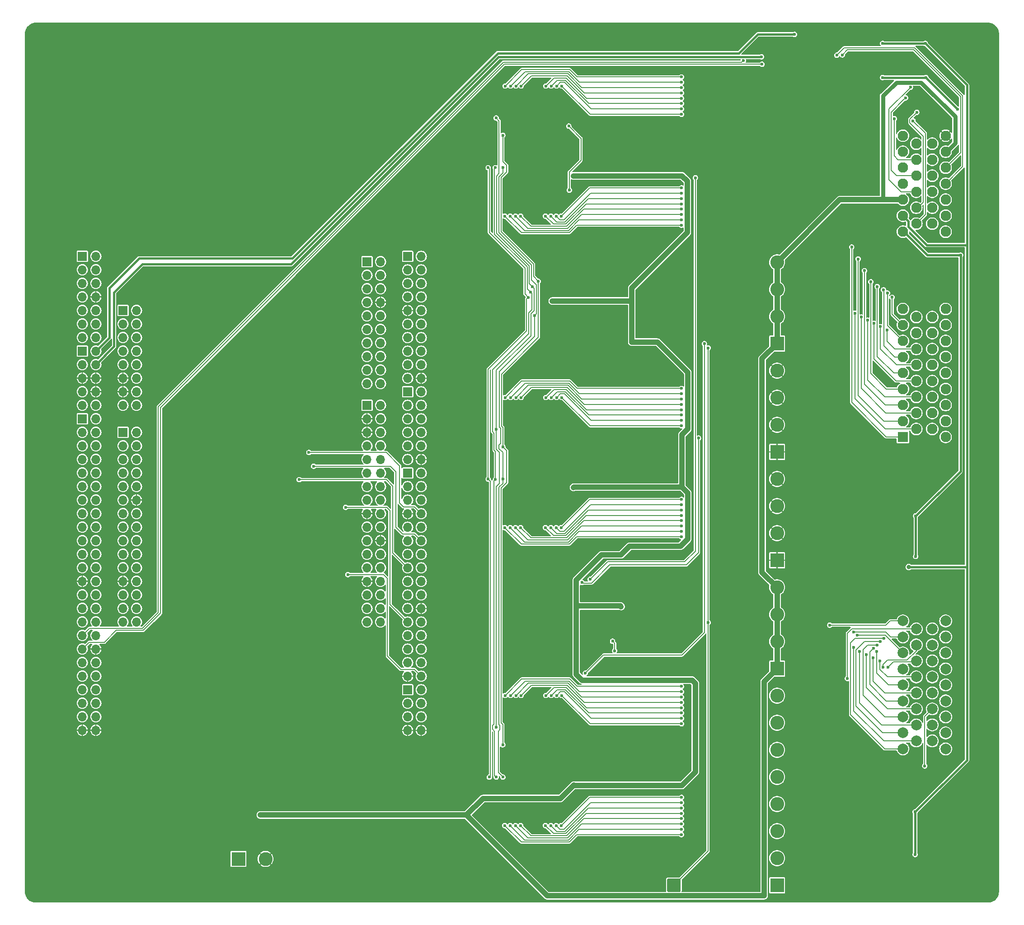
<source format=gbl>
G04 #@! TF.GenerationSoftware,KiCad,Pcbnew,7.0.7-7.0.7~ubuntu22.04.1*
G04 #@! TF.CreationDate,2023-08-24T03:22:38+00:00*
G04 #@! TF.ProjectId,digital_inputs,64696769-7461-46c5-9f69-6e707574732e,rev?*
G04 #@! TF.SameCoordinates,PX791ddc0PYca2dd00*
G04 #@! TF.FileFunction,Copper,L2,Bot*
G04 #@! TF.FilePolarity,Positive*
%FSLAX46Y46*%
G04 Gerber Fmt 4.6, Leading zero omitted, Abs format (unit mm)*
G04 Created by KiCad (PCBNEW 7.0.7-7.0.7~ubuntu22.04.1) date 2023-08-24 03:22:38*
%MOMM*%
%LPD*%
G01*
G04 APERTURE LIST*
G04 #@! TA.AperFunction,ComponentPad*
%ADD10C,0.800000*%
G04 #@! TD*
G04 #@! TA.AperFunction,ComponentPad*
%ADD11C,6.400000*%
G04 #@! TD*
G04 #@! TA.AperFunction,ComponentPad*
%ADD12R,1.950000X1.950000*%
G04 #@! TD*
G04 #@! TA.AperFunction,ComponentPad*
%ADD13C,1.950000*%
G04 #@! TD*
G04 #@! TA.AperFunction,ComponentPad*
%ADD14R,1.700000X1.700000*%
G04 #@! TD*
G04 #@! TA.AperFunction,ComponentPad*
%ADD15O,1.700000X1.700000*%
G04 #@! TD*
G04 #@! TA.AperFunction,ComponentPad*
%ADD16R,2.600000X2.600000*%
G04 #@! TD*
G04 #@! TA.AperFunction,ComponentPad*
%ADD17C,2.600000*%
G04 #@! TD*
G04 #@! TA.AperFunction,ComponentPad*
%ADD18C,2.000000*%
G04 #@! TD*
G04 #@! TA.AperFunction,ViaPad*
%ADD19C,0.600000*%
G04 #@! TD*
G04 #@! TA.AperFunction,ViaPad*
%ADD20C,0.800000*%
G04 #@! TD*
G04 #@! TA.AperFunction,Conductor*
%ADD21C,1.000000*%
G04 #@! TD*
G04 #@! TA.AperFunction,Conductor*
%ADD22C,0.800000*%
G04 #@! TD*
G04 #@! TA.AperFunction,Conductor*
%ADD23C,0.200000*%
G04 #@! TD*
G04 #@! TA.AperFunction,Conductor*
%ADD24C,0.400000*%
G04 #@! TD*
G04 APERTURE END LIST*
D10*
G04 #@! TO.P,J12,1,Pin_1*
G04 #@! TO.N,GND*
X78600000Y3500000D03*
X79302944Y5197056D03*
X79302944Y1802944D03*
X81000000Y5900000D03*
D11*
X81000000Y3500000D03*
D10*
X81000000Y1100000D03*
X82697056Y5197056D03*
X82697056Y1802944D03*
X83400000Y3500000D03*
G04 #@! TD*
D12*
G04 #@! TO.P,J19,1,1A*
G04 #@! TO.N,/TST1*
X164500000Y87300000D03*
D13*
G04 #@! TO.P,J19,2,2A*
G04 #@! TO.N,/TST2*
X164500000Y90300000D03*
G04 #@! TO.P,J19,3,3A*
G04 #@! TO.N,/TST3*
X164500000Y93300000D03*
G04 #@! TO.P,J19,4,4A*
G04 #@! TO.N,/TST4*
X164500000Y96300000D03*
G04 #@! TO.P,J19,5,5A*
G04 #@! TO.N,/TST5*
X164500000Y99300000D03*
G04 #@! TO.P,J19,6,6A*
G04 #@! TO.N,/TST6*
X164500000Y102300000D03*
G04 #@! TO.P,J19,7,7A*
G04 #@! TO.N,/TST7*
X164500000Y105300000D03*
G04 #@! TO.P,J19,8,8A*
G04 #@! TO.N,/TST8*
X164500000Y108300000D03*
G04 #@! TO.P,J19,9,9A*
G04 #@! TO.N,/TST9*
X164500000Y111300000D03*
G04 #@! TO.P,J19,10,10A*
G04 #@! TO.N,/TST10*
X167000000Y88800000D03*
G04 #@! TO.P,J19,11,11A*
G04 #@! TO.N,/TST11*
X167000000Y91800000D03*
G04 #@! TO.P,J19,12,12A*
G04 #@! TO.N,/TST12*
X167000000Y94800000D03*
G04 #@! TO.P,J19,13,13A*
G04 #@! TO.N,/TST13*
X167000000Y97800000D03*
G04 #@! TO.P,J19,14,14A*
G04 #@! TO.N,/TST14*
X167000000Y100800000D03*
G04 #@! TO.P,J19,15,15A*
G04 #@! TO.N,/TST15*
X167000000Y103800000D03*
G04 #@! TO.P,J19,16,16A*
G04 #@! TO.N,/TST16*
X167000000Y106800000D03*
G04 #@! TO.P,J19,17,17A*
G04 #@! TO.N,/TST17*
X167000000Y109800000D03*
G04 #@! TO.P,J19,18,18A*
G04 #@! TO.N,/TST18*
X170000000Y88800000D03*
G04 #@! TO.P,J19,19,19A*
G04 #@! TO.N,/TST19*
X170000000Y91800000D03*
G04 #@! TO.P,J19,20,20A*
G04 #@! TO.N,/TST20*
X170000000Y94800000D03*
G04 #@! TO.P,J19,21,21A*
G04 #@! TO.N,unconnected-(J19A-21A-Pad21)*
X170000000Y97800000D03*
G04 #@! TO.P,J19,22,22A*
G04 #@! TO.N,unconnected-(J19A-22A-Pad22)*
X170000000Y100800000D03*
G04 #@! TO.P,J19,23,23A*
G04 #@! TO.N,unconnected-(J19A-23A-Pad23)*
X170000000Y103800000D03*
G04 #@! TO.P,J19,24,24A*
G04 #@! TO.N,unconnected-(J19A-24A-Pad24)*
X170000000Y106800000D03*
G04 #@! TO.P,J19,25,25A*
G04 #@! TO.N,unconnected-(J19A-25A-Pad25)*
X170000000Y109800000D03*
G04 #@! TO.P,J19,26,26A*
G04 #@! TO.N,unconnected-(J19A-26A-Pad26)*
X172500000Y87300000D03*
G04 #@! TO.P,J19,27,27A*
G04 #@! TO.N,unconnected-(J19A-27A-Pad27)*
X172500000Y90300000D03*
G04 #@! TO.P,J19,28,28A*
G04 #@! TO.N,unconnected-(J19A-28A-Pad28)*
X172500000Y93300000D03*
G04 #@! TO.P,J19,29,29A*
G04 #@! TO.N,unconnected-(J19A-29A-Pad29)*
X172500000Y96300000D03*
G04 #@! TO.P,J19,30,30A*
G04 #@! TO.N,unconnected-(J19A-30A-Pad30)*
X172500000Y99300000D03*
G04 #@! TO.P,J19,31,31A*
G04 #@! TO.N,unconnected-(J19A-31A-Pad31)*
X172500000Y102300000D03*
G04 #@! TO.P,J19,32,32A*
G04 #@! TO.N,unconnected-(J19A-32A-Pad32)*
X172500000Y105300000D03*
G04 #@! TO.P,J19,33,33A*
G04 #@! TO.N,unconnected-(J19A-33A-Pad33)*
X172500000Y108300000D03*
G04 #@! TO.P,J19,34,34A*
G04 #@! TO.N,unconnected-(J19A-34A-Pad34)*
X172500000Y111300000D03*
G04 #@! TO.P,J19,35,1B*
G04 #@! TO.N,/5V_1*
X164500000Y125800000D03*
G04 #@! TO.P,J19,36,2B*
G04 #@! TO.N,/5V_2*
X164500000Y128800000D03*
G04 #@! TO.P,J19,37,3B*
G04 #@! TO.N,+12V*
X164500000Y131800000D03*
G04 #@! TO.P,J19,38,4B*
G04 #@! TO.N,unconnected-(J19B-4B-Pad38)*
X164500000Y134800000D03*
G04 #@! TO.P,J19,39,5B*
G04 #@! TO.N,Net-(J19B-5B)*
X164500000Y137800000D03*
G04 #@! TO.P,J19,40,6B*
G04 #@! TO.N,Net-(J19B-6B)*
X164500000Y140800000D03*
G04 #@! TO.P,J19,41,7B*
G04 #@! TO.N,/REF1*
X164500000Y143800000D03*
G04 #@! TO.P,J19,42,8B*
G04 #@! TO.N,/REF2*
X167000000Y127300000D03*
G04 #@! TO.P,J19,43,9B*
G04 #@! TO.N,/REF3*
X167000000Y130300000D03*
G04 #@! TO.P,J19,44,10B*
G04 #@! TO.N,/REF4*
X167000000Y133300000D03*
G04 #@! TO.P,J19,45,11B*
G04 #@! TO.N,/REF5*
X167000000Y136300000D03*
G04 #@! TO.P,J19,46,12B*
G04 #@! TO.N,/REF6*
X167000000Y139300000D03*
G04 #@! TO.P,J19,47,13B*
G04 #@! TO.N,/REF7*
X167000000Y142300000D03*
G04 #@! TO.P,J19,48,14B*
G04 #@! TO.N,/REF8*
X170000000Y127300000D03*
G04 #@! TO.P,J19,49,15B*
G04 #@! TO.N,/OUT_DIG_0*
X170000000Y130300000D03*
G04 #@! TO.P,J19,50,16B*
G04 #@! TO.N,/OUT_DIG_1*
X170000000Y133300000D03*
G04 #@! TO.P,J19,51,17B*
G04 #@! TO.N,/OUT_DIG_2*
X170000000Y136300000D03*
G04 #@! TO.P,J19,52,18B*
G04 #@! TO.N,/OUT_DIG_3*
X170000000Y139300000D03*
G04 #@! TO.P,J19,53,19B*
G04 #@! TO.N,/OUT_DIG_4*
X170000000Y142300000D03*
G04 #@! TO.P,J19,54,20B*
G04 #@! TO.N,/OUT_DIG_5*
X172500000Y125800000D03*
G04 #@! TO.P,J19,55,21B*
G04 #@! TO.N,/OUT_DIG_6*
X172500000Y128800000D03*
G04 #@! TO.P,J19,56,22B*
G04 #@! TO.N,/OUT_DIG_7*
X172500000Y131800000D03*
G04 #@! TO.P,J19,57,23B*
G04 #@! TO.N,/CAN_L*
X172500000Y134800000D03*
G04 #@! TO.P,J19,58,24B*
G04 #@! TO.N,/CAN_H*
X172500000Y137800000D03*
G04 #@! TO.P,J19,59,25B*
G04 #@! TO.N,+12V*
X172500000Y140800000D03*
G04 #@! TO.P,J19,60,26B*
G04 #@! TO.N,GND*
X172500000Y143800000D03*
G04 #@! TD*
D14*
G04 #@! TO.P,J23,1,Pin_1*
G04 #@! TO.N,unconnected-(J23-Pin_1-Pad1)*
X64090000Y120184000D03*
D15*
G04 #@! TO.P,J23,2,Pin_2*
G04 #@! TO.N,unconnected-(J23-Pin_2-Pad2)*
X66630000Y120184000D03*
G04 #@! TO.P,J23,3,Pin_3*
G04 #@! TO.N,unconnected-(J23-Pin_3-Pad3)*
X64090000Y117644000D03*
G04 #@! TO.P,J23,4,Pin_4*
G04 #@! TO.N,unconnected-(J23-Pin_4-Pad4)*
X66630000Y117644000D03*
G04 #@! TO.P,J23,5,Pin_5*
G04 #@! TO.N,unconnected-(J23-Pin_5-Pad5)*
X64090000Y115104000D03*
G04 #@! TO.P,J23,6,Pin_6*
G04 #@! TO.N,unconnected-(J23-Pin_6-Pad6)*
X66630000Y115104000D03*
G04 #@! TO.P,J23,7,Pin_7*
G04 #@! TO.N,unconnected-(J23-Pin_7-Pad7)*
X64090000Y112564000D03*
G04 #@! TO.P,J23,8,Pin_8*
G04 #@! TO.N,GND*
X66630000Y112564000D03*
G04 #@! TO.P,J23,9,Pin_9*
G04 #@! TO.N,unconnected-(J23-Pin_9-Pad9)*
X64090000Y110024000D03*
G04 #@! TO.P,J23,10,Pin_10*
G04 #@! TO.N,unconnected-(J23-Pin_10-Pad10)*
X66630000Y110024000D03*
G04 #@! TO.P,J23,11,Pin_11*
G04 #@! TO.N,unconnected-(J23-Pin_11-Pad11)*
X64090000Y107484000D03*
G04 #@! TO.P,J23,12,Pin_12*
G04 #@! TO.N,unconnected-(J23-Pin_12-Pad12)*
X66630000Y107484000D03*
G04 #@! TO.P,J23,13,Pin_13*
G04 #@! TO.N,unconnected-(J23-Pin_13-Pad13)*
X64090000Y104944000D03*
G04 #@! TO.P,J23,14,Pin_14*
G04 #@! TO.N,unconnected-(J23-Pin_14-Pad14)*
X66630000Y104944000D03*
G04 #@! TO.P,J23,15,Pin_15*
G04 #@! TO.N,unconnected-(J23-Pin_15-Pad15)*
X64090000Y102404000D03*
G04 #@! TO.P,J23,16,Pin_16*
G04 #@! TO.N,unconnected-(J23-Pin_16-Pad16)*
X66630000Y102404000D03*
G04 #@! TO.P,J23,17,Pin_17*
G04 #@! TO.N,unconnected-(J23-Pin_17-Pad17)*
X64090000Y99864000D03*
G04 #@! TO.P,J23,18,Pin_18*
G04 #@! TO.N,unconnected-(J23-Pin_18-Pad18)*
X66630000Y99864000D03*
G04 #@! TO.P,J23,19,Pin_19*
G04 #@! TO.N,unconnected-(J23-Pin_19-Pad19)*
X64090000Y97324000D03*
G04 #@! TO.P,J23,20,Pin_20*
G04 #@! TO.N,unconnected-(J23-Pin_20-Pad20)*
X66630000Y97324000D03*
G04 #@! TD*
D14*
G04 #@! TO.P,J20,1,Pin_1*
G04 #@! TO.N,unconnected-(J20-Pin_1-Pad1)*
X10750000Y90720000D03*
D15*
G04 #@! TO.P,J20,2,Pin_2*
G04 #@! TO.N,unconnected-(J20-Pin_2-Pad2)*
X13290000Y90720000D03*
G04 #@! TO.P,J20,3,Pin_3*
G04 #@! TO.N,unconnected-(J20-Pin_3-Pad3)*
X10750000Y88180000D03*
G04 #@! TO.P,J20,4,Pin_4*
G04 #@! TO.N,unconnected-(J20-Pin_4-Pad4)*
X13290000Y88180000D03*
G04 #@! TO.P,J20,5,Pin_5*
G04 #@! TO.N,unconnected-(J20-Pin_5-Pad5)*
X10750000Y85640000D03*
G04 #@! TO.P,J20,6,Pin_6*
G04 #@! TO.N,unconnected-(J20-Pin_6-Pad6)*
X13290000Y85640000D03*
G04 #@! TO.P,J20,7,Pin_7*
G04 #@! TO.N,unconnected-(J20-Pin_7-Pad7)*
X10750000Y83100000D03*
G04 #@! TO.P,J20,8,Pin_8*
G04 #@! TO.N,unconnected-(J20-Pin_8-Pad8)*
X13290000Y83100000D03*
G04 #@! TO.P,J20,9,Pin_9*
G04 #@! TO.N,unconnected-(J20-Pin_9-Pad9)*
X10750000Y80560000D03*
G04 #@! TO.P,J20,10,Pin_10*
G04 #@! TO.N,unconnected-(J20-Pin_10-Pad10)*
X13290000Y80560000D03*
G04 #@! TO.P,J20,11,Pin_11*
G04 #@! TO.N,unconnected-(J20-Pin_11-Pad11)*
X10750000Y78020000D03*
G04 #@! TO.P,J20,12,Pin_12*
G04 #@! TO.N,unconnected-(J20-Pin_12-Pad12)*
X13290000Y78020000D03*
G04 #@! TO.P,J20,13,Pin_13*
G04 #@! TO.N,unconnected-(J20-Pin_13-Pad13)*
X10750000Y75480000D03*
G04 #@! TO.P,J20,14,Pin_14*
G04 #@! TO.N,unconnected-(J20-Pin_14-Pad14)*
X13290000Y75480000D03*
G04 #@! TO.P,J20,15,Pin_15*
G04 #@! TO.N,unconnected-(J20-Pin_15-Pad15)*
X10750000Y72940000D03*
G04 #@! TO.P,J20,16,Pin_16*
G04 #@! TO.N,unconnected-(J20-Pin_16-Pad16)*
X13290000Y72940000D03*
G04 #@! TO.P,J20,17,Pin_17*
G04 #@! TO.N,unconnected-(J20-Pin_17-Pad17)*
X10750000Y70400000D03*
G04 #@! TO.P,J20,18,Pin_18*
G04 #@! TO.N,unconnected-(J20-Pin_18-Pad18)*
X13290000Y70400000D03*
G04 #@! TO.P,J20,19,Pin_19*
G04 #@! TO.N,unconnected-(J20-Pin_19-Pad19)*
X10750000Y67860000D03*
G04 #@! TO.P,J20,20,Pin_20*
G04 #@! TO.N,unconnected-(J20-Pin_20-Pad20)*
X13290000Y67860000D03*
G04 #@! TO.P,J20,21,Pin_21*
G04 #@! TO.N,unconnected-(J20-Pin_21-Pad21)*
X10750000Y65320000D03*
G04 #@! TO.P,J20,22,Pin_22*
G04 #@! TO.N,unconnected-(J20-Pin_22-Pad22)*
X13290000Y65320000D03*
G04 #@! TO.P,J20,23,Pin_23*
G04 #@! TO.N,unconnected-(J20-Pin_23-Pad23)*
X10750000Y62780000D03*
G04 #@! TO.P,J20,24,Pin_24*
G04 #@! TO.N,unconnected-(J20-Pin_24-Pad24)*
X13290000Y62780000D03*
G04 #@! TO.P,J20,25,Pin_25*
G04 #@! TO.N,GND*
X10750000Y60240000D03*
G04 #@! TO.P,J20,26,Pin_26*
G04 #@! TO.N,unconnected-(J20-Pin_26-Pad26)*
X13290000Y60240000D03*
G04 #@! TO.P,J20,27,Pin_27*
G04 #@! TO.N,unconnected-(J20-Pin_27-Pad27)*
X10750000Y57700000D03*
G04 #@! TO.P,J20,28,Pin_28*
G04 #@! TO.N,unconnected-(J20-Pin_28-Pad28)*
X13290000Y57700000D03*
G04 #@! TO.P,J20,29,Pin_29*
G04 #@! TO.N,unconnected-(J20-Pin_29-Pad29)*
X10750000Y55160000D03*
G04 #@! TO.P,J20,30,Pin_30*
G04 #@! TO.N,unconnected-(J20-Pin_30-Pad30)*
X13290000Y55160000D03*
G04 #@! TO.P,J20,31,Pin_31*
G04 #@! TO.N,unconnected-(J20-Pin_31-Pad31)*
X10750000Y52620000D03*
G04 #@! TO.P,J20,32,Pin_32*
G04 #@! TO.N,unconnected-(J20-Pin_32-Pad32)*
X13290000Y52620000D03*
G04 #@! TO.P,J20,33,Pin_33*
G04 #@! TO.N,/CAN_TX*
X10750000Y50080000D03*
G04 #@! TO.P,J20,34,Pin_34*
G04 #@! TO.N,unconnected-(J20-Pin_34-Pad34)*
X13290000Y50080000D03*
G04 #@! TO.P,J20,35,Pin_35*
G04 #@! TO.N,/CAN_RX*
X10750000Y47540000D03*
G04 #@! TO.P,J20,36,Pin_36*
G04 #@! TO.N,GND*
X13290000Y47540000D03*
G04 #@! TO.P,J20,37,Pin_37*
G04 #@! TO.N,unconnected-(J20-Pin_37-Pad37)*
X10750000Y45000000D03*
G04 #@! TO.P,J20,38,Pin_38*
G04 #@! TO.N,unconnected-(J20-Pin_38-Pad38)*
X13290000Y45000000D03*
G04 #@! TO.P,J20,39,Pin_39*
G04 #@! TO.N,unconnected-(J20-Pin_39-Pad39)*
X10750000Y42460000D03*
G04 #@! TO.P,J20,40,Pin_40*
G04 #@! TO.N,unconnected-(J20-Pin_40-Pad40)*
X13290000Y42460000D03*
G04 #@! TO.P,J20,41,Pin_41*
G04 #@! TO.N,unconnected-(J20-Pin_41-Pad41)*
X10750000Y39920000D03*
G04 #@! TO.P,J20,42,Pin_42*
G04 #@! TO.N,unconnected-(J20-Pin_42-Pad42)*
X13290000Y39920000D03*
G04 #@! TO.P,J20,43,Pin_43*
G04 #@! TO.N,unconnected-(J20-Pin_43-Pad43)*
X10750000Y37380000D03*
G04 #@! TO.P,J20,44,Pin_44*
G04 #@! TO.N,unconnected-(J20-Pin_44-Pad44)*
X13290000Y37380000D03*
G04 #@! TO.P,J20,45,Pin_45*
G04 #@! TO.N,unconnected-(J20-Pin_45-Pad45)*
X10750000Y34840000D03*
G04 #@! TO.P,J20,46,Pin_46*
G04 #@! TO.N,unconnected-(J20-Pin_46-Pad46)*
X13290000Y34840000D03*
G04 #@! TO.P,J20,47,Pin_47*
G04 #@! TO.N,GND*
X10750000Y32300000D03*
G04 #@! TO.P,J20,48,Pin_48*
X13290000Y32300000D03*
G04 #@! TD*
D16*
G04 #@! TO.P,J6,1,Pin_1*
G04 #@! TO.N,GND*
X140925000Y64180000D03*
D17*
G04 #@! TO.P,J6,2,Pin_2*
X140925000Y69260000D03*
G04 #@! TO.P,J6,3,Pin_3*
X140925000Y74340000D03*
G04 #@! TO.P,J6,4,Pin_4*
X140925000Y79420000D03*
G04 #@! TD*
D16*
G04 #@! TO.P,J5,1,Pin_1*
G04 #@! TO.N,Net-(J5-Pin_1)*
X40005000Y8165000D03*
D17*
G04 #@! TO.P,J5,2,Pin_2*
G04 #@! TO.N,GND*
X45085000Y8165000D03*
G04 #@! TD*
D14*
G04 #@! TO.P,J22,1,Pin_1*
G04 #@! TO.N,unconnected-(J22-Pin_1-Pad1)*
X18370000Y88180000D03*
D15*
G04 #@! TO.P,J22,2,Pin_2*
G04 #@! TO.N,unconnected-(J22-Pin_2-Pad2)*
X20910000Y88180000D03*
G04 #@! TO.P,J22,3,Pin_3*
G04 #@! TO.N,unconnected-(J22-Pin_3-Pad3)*
X18370000Y85640000D03*
G04 #@! TO.P,J22,4,Pin_4*
G04 #@! TO.N,unconnected-(J22-Pin_4-Pad4)*
X20910000Y85640000D03*
G04 #@! TO.P,J22,5,Pin_5*
G04 #@! TO.N,unconnected-(J22-Pin_5-Pad5)*
X18370000Y83100000D03*
G04 #@! TO.P,J22,6,Pin_6*
G04 #@! TO.N,unconnected-(J22-Pin_6-Pad6)*
X20910000Y83100000D03*
G04 #@! TO.P,J22,7,Pin_7*
G04 #@! TO.N,unconnected-(J22-Pin_7-Pad7)*
X18370000Y80560000D03*
G04 #@! TO.P,J22,8,Pin_8*
G04 #@! TO.N,unconnected-(J22-Pin_8-Pad8)*
X20910000Y80560000D03*
G04 #@! TO.P,J22,9,Pin_9*
G04 #@! TO.N,unconnected-(J22-Pin_9-Pad9)*
X18370000Y78020000D03*
G04 #@! TO.P,J22,10,Pin_10*
G04 #@! TO.N,unconnected-(J22-Pin_10-Pad10)*
X20910000Y78020000D03*
G04 #@! TO.P,J22,11,Pin_11*
G04 #@! TO.N,unconnected-(J22-Pin_11-Pad11)*
X18370000Y75480000D03*
G04 #@! TO.P,J22,12,Pin_12*
G04 #@! TO.N,GND*
X20910000Y75480000D03*
G04 #@! TO.P,J22,13,Pin_13*
G04 #@! TO.N,unconnected-(J22-Pin_13-Pad13)*
X18370000Y72940000D03*
G04 #@! TO.P,J22,14,Pin_14*
G04 #@! TO.N,unconnected-(J22-Pin_14-Pad14)*
X20910000Y72940000D03*
G04 #@! TO.P,J22,15,Pin_15*
G04 #@! TO.N,unconnected-(J22-Pin_15-Pad15)*
X18370000Y70400000D03*
G04 #@! TO.P,J22,16,Pin_16*
G04 #@! TO.N,unconnected-(J22-Pin_16-Pad16)*
X20910000Y70400000D03*
G04 #@! TO.P,J22,17,Pin_17*
G04 #@! TO.N,unconnected-(J22-Pin_17-Pad17)*
X18370000Y67860000D03*
G04 #@! TO.P,J22,18,Pin_18*
G04 #@! TO.N,unconnected-(J22-Pin_18-Pad18)*
X20910000Y67860000D03*
G04 #@! TO.P,J22,19,Pin_19*
G04 #@! TO.N,unconnected-(J22-Pin_19-Pad19)*
X18370000Y65320000D03*
G04 #@! TO.P,J22,20,Pin_20*
G04 #@! TO.N,unconnected-(J22-Pin_20-Pad20)*
X20910000Y65320000D03*
G04 #@! TO.P,J22,21,Pin_21*
G04 #@! TO.N,unconnected-(J22-Pin_21-Pad21)*
X18370000Y62780000D03*
G04 #@! TO.P,J22,22,Pin_22*
G04 #@! TO.N,unconnected-(J22-Pin_22-Pad22)*
X20910000Y62780000D03*
G04 #@! TO.P,J22,23,Pin_23*
G04 #@! TO.N,GND*
X18370000Y60240000D03*
G04 #@! TO.P,J22,24,Pin_24*
G04 #@! TO.N,unconnected-(J22-Pin_24-Pad24)*
X20910000Y60240000D03*
G04 #@! TO.P,J22,25,Pin_25*
G04 #@! TO.N,unconnected-(J22-Pin_25-Pad25)*
X18370000Y57700000D03*
G04 #@! TO.P,J22,26,Pin_26*
G04 #@! TO.N,unconnected-(J22-Pin_26-Pad26)*
X20910000Y57700000D03*
G04 #@! TO.P,J22,27,Pin_27*
G04 #@! TO.N,unconnected-(J22-Pin_27-Pad27)*
X18370000Y55160000D03*
G04 #@! TO.P,J22,28,Pin_28*
G04 #@! TO.N,unconnected-(J22-Pin_28-Pad28)*
X20910000Y55160000D03*
G04 #@! TO.P,J22,29,Pin_29*
G04 #@! TO.N,unconnected-(J22-Pin_29-Pad29)*
X18370000Y52620000D03*
G04 #@! TO.P,J22,30,Pin_30*
G04 #@! TO.N,unconnected-(J22-Pin_30-Pad30)*
X20910000Y52620000D03*
G04 #@! TD*
D14*
G04 #@! TO.P,J27,1,Pin_1*
G04 #@! TO.N,unconnected-(J27-Pin_1-Pad1)*
X71710000Y80540000D03*
D15*
G04 #@! TO.P,J27,2,Pin_2*
G04 #@! TO.N,/OUT3*
X74250000Y80540000D03*
G04 #@! TO.P,J27,3,Pin_3*
G04 #@! TO.N,unconnected-(J27-Pin_3-Pad3)*
X71710000Y78000000D03*
G04 #@! TO.P,J27,4,Pin_4*
G04 #@! TO.N,/IN1*
X74250000Y78000000D03*
G04 #@! TO.P,J27,5,Pin_5*
G04 #@! TO.N,unconnected-(J27-Pin_5-Pad5)*
X71710000Y75460000D03*
G04 #@! TO.P,J27,6,Pin_6*
G04 #@! TO.N,/IN0*
X74250000Y75460000D03*
G04 #@! TO.P,J27,7,Pin_7*
G04 #@! TO.N,GND*
X71710000Y72920000D03*
G04 #@! TO.P,J27,8,Pin_8*
G04 #@! TO.N,/DIG_2*
X74250000Y72920000D03*
G04 #@! TO.P,J27,9,Pin_9*
G04 #@! TO.N,unconnected-(J27-Pin_9-Pad9)*
X71710000Y70380000D03*
G04 #@! TO.P,J27,10,Pin_10*
G04 #@! TO.N,/IN3*
X74250000Y70380000D03*
G04 #@! TO.P,J27,11,Pin_11*
G04 #@! TO.N,unconnected-(J27-Pin_11-Pad11)*
X71710000Y67840000D03*
G04 #@! TO.P,J27,12,Pin_12*
G04 #@! TO.N,/DIG_1*
X74250000Y67840000D03*
G04 #@! TO.P,J27,13,Pin_13*
G04 #@! TO.N,unconnected-(J27-Pin_13-Pad13)*
X71710000Y65300000D03*
G04 #@! TO.P,J27,14,Pin_14*
G04 #@! TO.N,unconnected-(J27-Pin_14-Pad14)*
X74250000Y65300000D03*
G04 #@! TO.P,J27,15,Pin_15*
G04 #@! TO.N,/DIG_4*
X71710000Y62760000D03*
G04 #@! TO.P,J27,16,Pin_16*
G04 #@! TO.N,unconnected-(J27-Pin_16-Pad16)*
X74250000Y62760000D03*
G04 #@! TO.P,J27,17,Pin_17*
G04 #@! TO.N,/DIG_6*
X71710000Y60220000D03*
G04 #@! TO.P,J27,18,Pin_18*
G04 #@! TO.N,unconnected-(J27-Pin_18-Pad18)*
X74250000Y60220000D03*
G04 #@! TO.P,J27,19,Pin_19*
G04 #@! TO.N,unconnected-(J27-Pin_19-Pad19)*
X71710000Y57680000D03*
G04 #@! TO.P,J27,20,Pin_20*
G04 #@! TO.N,/DIG_3*
X74250000Y57680000D03*
G04 #@! TO.P,J27,21,Pin_21*
G04 #@! TO.N,unconnected-(J27-Pin_21-Pad21)*
X71710000Y55140000D03*
G04 #@! TO.P,J27,22,Pin_22*
G04 #@! TO.N,GND*
X74250000Y55140000D03*
G04 #@! TO.P,J27,23,Pin_23*
G04 #@! TO.N,/DIG_7*
X71710000Y52600000D03*
G04 #@! TO.P,J27,24,Pin_24*
G04 #@! TO.N,/DIG_5*
X74250000Y52600000D03*
G04 #@! TO.P,J27,25,Pin_25*
G04 #@! TO.N,unconnected-(J27-Pin_25-Pad25)*
X71710000Y50060000D03*
G04 #@! TO.P,J27,26,Pin_26*
G04 #@! TO.N,/IN2*
X74250000Y50060000D03*
G04 #@! TO.P,J27,27,Pin_27*
G04 #@! TO.N,unconnected-(J27-Pin_27-Pad27)*
X71710000Y47520000D03*
G04 #@! TO.P,J27,28,Pin_28*
G04 #@! TO.N,unconnected-(J27-Pin_28-Pad28)*
X74250000Y47520000D03*
G04 #@! TO.P,J27,29,Pin_29*
G04 #@! TO.N,unconnected-(J27-Pin_29-Pad29)*
X71710000Y44980000D03*
G04 #@! TO.P,J27,30,Pin_30*
G04 #@! TO.N,unconnected-(J27-Pin_30-Pad30)*
X74250000Y44980000D03*
G04 #@! TO.P,J27,31,Pin_31*
G04 #@! TO.N,GND*
X71710000Y42440000D03*
G04 #@! TO.P,J27,32,Pin_32*
G04 #@! TO.N,/DIG_0*
X74250000Y42440000D03*
G04 #@! TD*
D10*
G04 #@! TO.P,J10,1,Pin_1*
G04 #@! TO.N,GND*
X79100000Y82500000D03*
X79802944Y84197056D03*
X79802944Y80802944D03*
X81500000Y84900000D03*
D11*
X81500000Y82500000D03*
D10*
X81500000Y80100000D03*
X83197056Y84197056D03*
X83197056Y80802944D03*
X83900000Y82500000D03*
G04 #@! TD*
D14*
G04 #@! TO.P,J21,1,Pin_1*
G04 #@! TO.N,unconnected-(J21-Pin_1-Pad1)*
X18370000Y111040000D03*
D15*
G04 #@! TO.P,J21,2,Pin_2*
G04 #@! TO.N,unconnected-(J21-Pin_2-Pad2)*
X20910000Y111040000D03*
G04 #@! TO.P,J21,3,Pin_3*
G04 #@! TO.N,unconnected-(J21-Pin_3-Pad3)*
X18370000Y108500000D03*
G04 #@! TO.P,J21,4,Pin_4*
G04 #@! TO.N,unconnected-(J21-Pin_4-Pad4)*
X20910000Y108500000D03*
G04 #@! TO.P,J21,5,Pin_5*
G04 #@! TO.N,unconnected-(J21-Pin_5-Pad5)*
X18370000Y105960000D03*
G04 #@! TO.P,J21,6,Pin_6*
G04 #@! TO.N,unconnected-(J21-Pin_6-Pad6)*
X20910000Y105960000D03*
G04 #@! TO.P,J21,7,Pin_7*
G04 #@! TO.N,unconnected-(J21-Pin_7-Pad7)*
X18370000Y103420000D03*
G04 #@! TO.P,J21,8,Pin_8*
G04 #@! TO.N,unconnected-(J21-Pin_8-Pad8)*
X20910000Y103420000D03*
G04 #@! TO.P,J21,9,Pin_9*
G04 #@! TO.N,unconnected-(J21-Pin_9-Pad9)*
X18370000Y100880000D03*
G04 #@! TO.P,J21,10,Pin_10*
G04 #@! TO.N,unconnected-(J21-Pin_10-Pad10)*
X20910000Y100880000D03*
G04 #@! TO.P,J21,11,Pin_11*
G04 #@! TO.N,GND*
X18370000Y98340000D03*
G04 #@! TO.P,J21,12,Pin_12*
G04 #@! TO.N,unconnected-(J21-Pin_12-Pad12)*
X20910000Y98340000D03*
G04 #@! TO.P,J21,13,Pin_13*
G04 #@! TO.N,GND*
X18370000Y95800000D03*
G04 #@! TO.P,J21,14,Pin_14*
G04 #@! TO.N,unconnected-(J21-Pin_14-Pad14)*
X20910000Y95800000D03*
G04 #@! TO.P,J21,15,Pin_15*
G04 #@! TO.N,unconnected-(J21-Pin_15-Pad15)*
X18370000Y93260000D03*
G04 #@! TO.P,J21,16,Pin_16*
G04 #@! TO.N,unconnected-(J21-Pin_16-Pad16)*
X20910000Y93260000D03*
G04 #@! TD*
D16*
G04 #@! TO.P,J7,1,Pin_1*
G04 #@! TO.N,GND*
X140925000Y84500000D03*
D17*
G04 #@! TO.P,J7,2,Pin_2*
X140925000Y89580000D03*
G04 #@! TO.P,J7,3,Pin_3*
X140925000Y94660000D03*
G04 #@! TO.P,J7,4,Pin_4*
X140925000Y99740000D03*
G04 #@! TD*
D16*
G04 #@! TO.P,J8,1,Pin_1*
G04 #@! TO.N,+12V*
X140925000Y104820000D03*
D17*
G04 #@! TO.P,J8,2,Pin_2*
X140925000Y109900000D03*
G04 #@! TO.P,J8,3,Pin_3*
X140925000Y114980000D03*
G04 #@! TO.P,J8,4,Pin_4*
X140925000Y120060000D03*
G04 #@! TD*
D16*
G04 #@! TO.P,J3,1,Pin_1*
G04 #@! TO.N,/TST48*
X140925000Y3220000D03*
D17*
G04 #@! TO.P,J3,2,Pin_2*
G04 #@! TO.N,/TST47*
X140925000Y8300000D03*
G04 #@! TO.P,J3,3,Pin_3*
G04 #@! TO.N,/TST46*
X140925000Y13380000D03*
G04 #@! TO.P,J3,4,Pin_4*
G04 #@! TO.N,/TST45*
X140925000Y18460000D03*
G04 #@! TO.P,J3,5,Pin_5*
G04 #@! TO.N,/TST44*
X140925000Y23540000D03*
G04 #@! TO.P,J3,6,Pin_6*
G04 #@! TO.N,/TST43*
X140925000Y28620000D03*
G04 #@! TO.P,J3,7,Pin_7*
G04 #@! TO.N,/TST42*
X140925000Y33700000D03*
G04 #@! TO.P,J3,8,Pin_8*
G04 #@! TO.N,/TST41*
X140925000Y38780000D03*
G04 #@! TD*
D10*
G04 #@! TO.P,J16,1,Pin_1*
G04 #@! TO.N,GND*
X176514214Y3500000D03*
X177217158Y5197056D03*
X177217158Y1802944D03*
X178914214Y5900000D03*
D11*
X178914214Y3500000D03*
D10*
X178914214Y1100000D03*
X180611270Y5197056D03*
X180611270Y1802944D03*
X181314214Y3500000D03*
G04 #@! TD*
G04 #@! TO.P,J11,1,Pin_1*
G04 #@! TO.N,GND*
X176514214Y161500000D03*
X177217158Y163197056D03*
X177217158Y159802944D03*
X178914214Y163900000D03*
D11*
X178914214Y161500000D03*
D10*
X178914214Y159100000D03*
X180611270Y163197056D03*
X180611270Y159802944D03*
X181314214Y161500000D03*
G04 #@! TD*
G04 #@! TO.P,J13,1,Pin_1*
G04 #@! TO.N,GND*
X1100000Y161500000D03*
X1802944Y163197056D03*
X1802944Y159802944D03*
X3500000Y163900000D03*
D11*
X3500000Y161500000D03*
D10*
X3500000Y159100000D03*
X5197056Y163197056D03*
X5197056Y159802944D03*
X5900000Y161500000D03*
G04 #@! TD*
D14*
G04 #@! TO.P,J18,1,Pin_1*
G04 #@! TO.N,unconnected-(J18-Pin_1-Pad1)*
X10750000Y103420000D03*
D15*
G04 #@! TO.P,J18,2,Pin_2*
G04 #@! TO.N,+3.3V*
X13290000Y103420000D03*
G04 #@! TO.P,J18,3,Pin_3*
G04 #@! TO.N,unconnected-(J18-Pin_3-Pad3)*
X10750000Y100880000D03*
G04 #@! TO.P,J18,4,Pin_4*
G04 #@! TO.N,+5V*
X13290000Y100880000D03*
G04 #@! TO.P,J18,5,Pin_5*
G04 #@! TO.N,GND*
X10750000Y98340000D03*
G04 #@! TO.P,J18,6,Pin_6*
X13290000Y98340000D03*
G04 #@! TO.P,J18,7,Pin_7*
G04 #@! TO.N,unconnected-(J18-Pin_7-Pad7)*
X10750000Y95800000D03*
G04 #@! TO.P,J18,8,Pin_8*
G04 #@! TO.N,GND*
X13290000Y95800000D03*
G04 #@! TO.P,J18,9,Pin_9*
G04 #@! TO.N,unconnected-(J18-Pin_9-Pad9)*
X10750000Y93260000D03*
G04 #@! TO.P,J18,10,Pin_10*
G04 #@! TO.N,+12V*
X13290000Y93260000D03*
G04 #@! TD*
D10*
G04 #@! TO.P,J14,1,Pin_1*
G04 #@! TO.N,GND*
X79100000Y161500000D03*
X79802944Y163197056D03*
X79802944Y159802944D03*
X81500000Y163900000D03*
D11*
X81500000Y161500000D03*
D10*
X81500000Y159100000D03*
X83197056Y163197056D03*
X83197056Y159802944D03*
X83900000Y161500000D03*
G04 #@! TD*
D14*
G04 #@! TO.P,J25,1,Pin_1*
G04 #@! TO.N,unconnected-(J25-Pin_1-Pad1)*
X71710000Y121180000D03*
D15*
G04 #@! TO.P,J25,2,Pin_2*
G04 #@! TO.N,/ADR0*
X74250000Y121180000D03*
G04 #@! TO.P,J25,3,Pin_3*
G04 #@! TO.N,unconnected-(J25-Pin_3-Pad3)*
X71710000Y118640000D03*
G04 #@! TO.P,J25,4,Pin_4*
G04 #@! TO.N,/ADR1*
X74250000Y118640000D03*
G04 #@! TO.P,J25,5,Pin_5*
G04 #@! TO.N,unconnected-(J25-Pin_5-Pad5)*
X71710000Y116100000D03*
G04 #@! TO.P,J25,6,Pin_6*
G04 #@! TO.N,/ADR2*
X74250000Y116100000D03*
G04 #@! TO.P,J25,7,Pin_7*
G04 #@! TO.N,unconnected-(J25-Pin_7-Pad7)*
X71710000Y113560000D03*
G04 #@! TO.P,J25,8,Pin_8*
G04 #@! TO.N,unconnected-(J25-Pin_8-Pad8)*
X74250000Y113560000D03*
G04 #@! TO.P,J25,9,Pin_9*
G04 #@! TO.N,GND*
X71710000Y111020000D03*
G04 #@! TO.P,J25,10,Pin_10*
G04 #@! TO.N,unconnected-(J25-Pin_10-Pad10)*
X74250000Y111020000D03*
G04 #@! TO.P,J25,11,Pin_11*
G04 #@! TO.N,unconnected-(J25-Pin_11-Pad11)*
X71710000Y108480000D03*
G04 #@! TO.P,J25,12,Pin_12*
G04 #@! TO.N,unconnected-(J25-Pin_12-Pad12)*
X74250000Y108480000D03*
G04 #@! TO.P,J25,13,Pin_13*
G04 #@! TO.N,/ADR3*
X71710000Y105940000D03*
G04 #@! TO.P,J25,14,Pin_14*
G04 #@! TO.N,unconnected-(J25-Pin_14-Pad14)*
X74250000Y105940000D03*
G04 #@! TO.P,J25,15,Pin_15*
G04 #@! TO.N,/MUX_OFF*
X71710000Y103400000D03*
G04 #@! TO.P,J25,16,Pin_16*
G04 #@! TO.N,/OUT0*
X74250000Y103400000D03*
G04 #@! TO.P,J25,17,Pin_17*
G04 #@! TO.N,unconnected-(J25-Pin_17-Pad17)*
X71710000Y100860000D03*
G04 #@! TO.P,J25,18,Pin_18*
G04 #@! TO.N,/OUT1*
X74250000Y100860000D03*
G04 #@! TO.P,J25,19,Pin_19*
G04 #@! TO.N,/OUT2*
X71710000Y98320000D03*
G04 #@! TO.P,J25,20,Pin_20*
G04 #@! TO.N,GND*
X74250000Y98320000D03*
G04 #@! TD*
G04 #@! TO.P,J4,1,Pin_1*
G04 #@! TO.N,/TST49*
G04 #@! TA.AperFunction,ComponentPad*
G36*
G01*
X120305000Y2194999D02*
X120305000Y4245001D01*
G75*
G02*
X120554999Y4495000I249999J0D01*
G01*
X122605001Y4495000D01*
G75*
G02*
X122855000Y4245001I0J-249999D01*
G01*
X122855000Y2194999D01*
G75*
G02*
X122605001Y1945000I-249999J0D01*
G01*
X120554999Y1945000D01*
G75*
G02*
X120305000Y2194999I0J249999D01*
G01*
G37*
G04 #@! TD.AperFunction*
G04 #@! TD*
D14*
G04 #@! TO.P,J28,1,Pin_1*
G04 #@! TO.N,unconnected-(J28-Pin_1-Pad1)*
X71710000Y39900000D03*
D15*
G04 #@! TO.P,J28,2,Pin_2*
G04 #@! TO.N,unconnected-(J28-Pin_2-Pad2)*
X74250000Y39900000D03*
G04 #@! TO.P,J28,3,Pin_3*
G04 #@! TO.N,unconnected-(J28-Pin_3-Pad3)*
X71710000Y37360000D03*
G04 #@! TO.P,J28,4,Pin_4*
G04 #@! TO.N,unconnected-(J28-Pin_4-Pad4)*
X74250000Y37360000D03*
G04 #@! TO.P,J28,5,Pin_5*
G04 #@! TO.N,unconnected-(J28-Pin_5-Pad5)*
X71710000Y34820000D03*
G04 #@! TO.P,J28,6,Pin_6*
G04 #@! TO.N,unconnected-(J28-Pin_6-Pad6)*
X74250000Y34820000D03*
G04 #@! TO.P,J28,7,Pin_7*
G04 #@! TO.N,GND*
X71710000Y32280000D03*
G04 #@! TO.P,J28,8,Pin_8*
X74250000Y32280000D03*
G04 #@! TD*
D14*
G04 #@! TO.P,J24,1,Pin_1*
G04 #@! TO.N,unconnected-(J24-Pin_1-Pad1)*
X64090000Y93260000D03*
D15*
G04 #@! TO.P,J24,2,Pin_2*
G04 #@! TO.N,unconnected-(J24-Pin_2-Pad2)*
X66630000Y93260000D03*
G04 #@! TO.P,J24,3,Pin_3*
G04 #@! TO.N,GND*
X64090000Y90720000D03*
G04 #@! TO.P,J24,4,Pin_4*
G04 #@! TO.N,unconnected-(J24-Pin_4-Pad4)*
X66630000Y90720000D03*
G04 #@! TO.P,J24,5,Pin_5*
G04 #@! TO.N,GND*
X64090000Y88180000D03*
G04 #@! TO.P,J24,6,Pin_6*
G04 #@! TO.N,unconnected-(J24-Pin_6-Pad6)*
X66630000Y88180000D03*
G04 #@! TO.P,J24,7,Pin_7*
G04 #@! TO.N,unconnected-(J24-Pin_7-Pad7)*
X64090000Y85640000D03*
G04 #@! TO.P,J24,8,Pin_8*
G04 #@! TO.N,unconnected-(J24-Pin_8-Pad8)*
X66630000Y85640000D03*
G04 #@! TO.P,J24,9,Pin_9*
G04 #@! TO.N,unconnected-(J24-Pin_9-Pad9)*
X64090000Y83100000D03*
G04 #@! TO.P,J24,10,Pin_10*
G04 #@! TO.N,unconnected-(J24-Pin_10-Pad10)*
X66630000Y83100000D03*
G04 #@! TO.P,J24,11,Pin_11*
G04 #@! TO.N,unconnected-(J24-Pin_11-Pad11)*
X64090000Y80560000D03*
G04 #@! TO.P,J24,12,Pin_12*
G04 #@! TO.N,unconnected-(J24-Pin_12-Pad12)*
X66630000Y80560000D03*
G04 #@! TO.P,J24,13,Pin_13*
G04 #@! TO.N,unconnected-(J24-Pin_13-Pad13)*
X64090000Y78020000D03*
G04 #@! TO.P,J24,14,Pin_14*
G04 #@! TO.N,unconnected-(J24-Pin_14-Pad14)*
X66630000Y78020000D03*
G04 #@! TO.P,J24,15,Pin_15*
G04 #@! TO.N,unconnected-(J24-Pin_15-Pad15)*
X64090000Y75480000D03*
G04 #@! TO.P,J24,16,Pin_16*
G04 #@! TO.N,unconnected-(J24-Pin_16-Pad16)*
X66630000Y75480000D03*
G04 #@! TO.P,J24,17,Pin_17*
G04 #@! TO.N,GND*
X64090000Y72940000D03*
G04 #@! TO.P,J24,18,Pin_18*
G04 #@! TO.N,unconnected-(J24-Pin_18-Pad18)*
X66630000Y72940000D03*
G04 #@! TO.P,J24,19,Pin_19*
G04 #@! TO.N,unconnected-(J24-Pin_19-Pad19)*
X64090000Y70400000D03*
G04 #@! TO.P,J24,20,Pin_20*
G04 #@! TO.N,unconnected-(J24-Pin_20-Pad20)*
X66630000Y70400000D03*
G04 #@! TO.P,J24,21,Pin_21*
G04 #@! TO.N,unconnected-(J24-Pin_21-Pad21)*
X64090000Y67860000D03*
G04 #@! TO.P,J24,22,Pin_22*
G04 #@! TO.N,GND*
X66630000Y67860000D03*
G04 #@! TO.P,J24,23,Pin_23*
G04 #@! TO.N,unconnected-(J24-Pin_23-Pad23)*
X64090000Y65320000D03*
G04 #@! TO.P,J24,24,Pin_24*
G04 #@! TO.N,unconnected-(J24-Pin_24-Pad24)*
X66630000Y65320000D03*
G04 #@! TO.P,J24,25,Pin_25*
G04 #@! TO.N,unconnected-(J24-Pin_25-Pad25)*
X64090000Y62780000D03*
G04 #@! TO.P,J24,26,Pin_26*
G04 #@! TO.N,unconnected-(J24-Pin_26-Pad26)*
X66630000Y62780000D03*
G04 #@! TO.P,J24,27,Pin_27*
G04 #@! TO.N,GND*
X64090000Y60240000D03*
G04 #@! TO.P,J24,28,Pin_28*
G04 #@! TO.N,unconnected-(J24-Pin_28-Pad28)*
X66630000Y60240000D03*
G04 #@! TO.P,J24,29,Pin_29*
G04 #@! TO.N,unconnected-(J24-Pin_29-Pad29)*
X64090000Y57700000D03*
G04 #@! TO.P,J24,30,Pin_30*
G04 #@! TO.N,unconnected-(J24-Pin_30-Pad30)*
X66630000Y57700000D03*
G04 #@! TO.P,J24,31,Pin_31*
G04 #@! TO.N,unconnected-(J24-Pin_31-Pad31)*
X64090000Y55160000D03*
G04 #@! TO.P,J24,32,Pin_32*
G04 #@! TO.N,unconnected-(J24-Pin_32-Pad32)*
X66630000Y55160000D03*
G04 #@! TO.P,J24,33,Pin_33*
G04 #@! TO.N,unconnected-(J24-Pin_33-Pad33)*
X64090000Y52620000D03*
G04 #@! TO.P,J24,34,Pin_34*
G04 #@! TO.N,unconnected-(J24-Pin_34-Pad34)*
X66630000Y52620000D03*
G04 #@! TD*
D14*
G04 #@! TO.P,J2,1,Pin_1*
G04 #@! TO.N,unconnected-(J2-Pin_1-Pad1)*
X10750000Y121200000D03*
D15*
G04 #@! TO.P,J2,2,Pin_2*
G04 #@! TO.N,unconnected-(J2-Pin_2-Pad2)*
X13290000Y121200000D03*
G04 #@! TO.P,J2,3,Pin_3*
G04 #@! TO.N,unconnected-(J2-Pin_3-Pad3)*
X10750000Y118660000D03*
G04 #@! TO.P,J2,4,Pin_4*
G04 #@! TO.N,unconnected-(J2-Pin_4-Pad4)*
X13290000Y118660000D03*
G04 #@! TO.P,J2,5,Pin_5*
G04 #@! TO.N,unconnected-(J2-Pin_5-Pad5)*
X10750000Y116120000D03*
G04 #@! TO.P,J2,6,Pin_6*
G04 #@! TO.N,unconnected-(J2-Pin_6-Pad6)*
X13290000Y116120000D03*
G04 #@! TO.P,J2,7,Pin_7*
G04 #@! TO.N,unconnected-(J2-Pin_7-Pad7)*
X10750000Y113580000D03*
G04 #@! TO.P,J2,8,Pin_8*
G04 #@! TO.N,GND*
X13290000Y113580000D03*
G04 #@! TO.P,J2,9,Pin_9*
G04 #@! TO.N,unconnected-(J2-Pin_9-Pad9)*
X10750000Y111040000D03*
G04 #@! TO.P,J2,10,Pin_10*
G04 #@! TO.N,unconnected-(J2-Pin_10-Pad10)*
X13290000Y111040000D03*
G04 #@! TO.P,J2,11,Pin_11*
G04 #@! TO.N,unconnected-(J2-Pin_11-Pad11)*
X10750000Y108500000D03*
G04 #@! TO.P,J2,12,Pin_12*
G04 #@! TO.N,unconnected-(J2-Pin_12-Pad12)*
X13290000Y108500000D03*
G04 #@! TO.P,J2,13,Pin_13*
G04 #@! TO.N,unconnected-(J2-Pin_13-Pad13)*
X10750000Y105960000D03*
G04 #@! TO.P,J2,14,Pin_14*
G04 #@! TO.N,unconnected-(J2-Pin_14-Pad14)*
X13290000Y105960000D03*
G04 #@! TD*
D10*
G04 #@! TO.P,J17,1,Pin_1*
G04 #@! TO.N,GND*
X1100000Y3500000D03*
X1802944Y5197056D03*
X1802944Y1802944D03*
X3500000Y5900000D03*
D11*
X3500000Y3500000D03*
D10*
X3500000Y1100000D03*
X5197056Y5197056D03*
X5197056Y1802944D03*
X5900000Y3500000D03*
G04 #@! TD*
D14*
G04 #@! TO.P,J26,1,Pin_1*
G04 #@! TO.N,unconnected-(J26-Pin_1-Pad1)*
X71710000Y95780000D03*
D15*
G04 #@! TO.P,J26,2,Pin_2*
G04 #@! TO.N,unconnected-(J26-Pin_2-Pad2)*
X74250000Y95780000D03*
G04 #@! TO.P,J26,3,Pin_3*
G04 #@! TO.N,unconnected-(J26-Pin_3-Pad3)*
X71710000Y93240000D03*
G04 #@! TO.P,J26,4,Pin_4*
G04 #@! TO.N,unconnected-(J26-Pin_4-Pad4)*
X74250000Y93240000D03*
G04 #@! TO.P,J26,5,Pin_5*
G04 #@! TO.N,unconnected-(J26-Pin_5-Pad5)*
X71710000Y90700000D03*
G04 #@! TO.P,J26,6,Pin_6*
G04 #@! TO.N,unconnected-(J26-Pin_6-Pad6)*
X74250000Y90700000D03*
G04 #@! TO.P,J26,7,Pin_7*
G04 #@! TO.N,unconnected-(J26-Pin_7-Pad7)*
X71710000Y88160000D03*
G04 #@! TO.P,J26,8,Pin_8*
G04 #@! TO.N,unconnected-(J26-Pin_8-Pad8)*
X74250000Y88160000D03*
G04 #@! TO.P,J26,9,Pin_9*
G04 #@! TO.N,unconnected-(J26-Pin_9-Pad9)*
X71710000Y85620000D03*
G04 #@! TO.P,J26,10,Pin_10*
G04 #@! TO.N,unconnected-(J26-Pin_10-Pad10)*
X74250000Y85620000D03*
G04 #@! TO.P,J26,11,Pin_11*
G04 #@! TO.N,unconnected-(J26-Pin_11-Pad11)*
X71710000Y83080000D03*
G04 #@! TO.P,J26,12,Pin_12*
G04 #@! TO.N,GND*
X74250000Y83080000D03*
G04 #@! TD*
D10*
G04 #@! TO.P,J15,1,Pin_1*
G04 #@! TO.N,GND*
X1100000Y82500000D03*
X1802944Y84197056D03*
X1802944Y80802944D03*
X3500000Y84900000D03*
D11*
X3500000Y82500000D03*
D10*
X3500000Y80100000D03*
X5197056Y84197056D03*
X5197056Y80802944D03*
X5900000Y82500000D03*
G04 #@! TD*
D18*
G04 #@! TO.P,J1,1,1C*
G04 #@! TO.N,/TST21*
X164500000Y28800000D03*
G04 #@! TO.P,J1,2,2C*
G04 #@! TO.N,/TST22*
X164500000Y31800000D03*
G04 #@! TO.P,J1,3,3C*
G04 #@! TO.N,/TST23*
X164500000Y34800000D03*
G04 #@! TO.P,J1,4,4C*
G04 #@! TO.N,/TST24*
X164500000Y37800000D03*
G04 #@! TO.P,J1,5,5C*
G04 #@! TO.N,/TST25*
X164500000Y40800000D03*
G04 #@! TO.P,J1,6,6C*
G04 #@! TO.N,/TST26*
X164500000Y43800000D03*
G04 #@! TO.P,J1,7,7C*
G04 #@! TO.N,/TST27*
X164500000Y46800000D03*
G04 #@! TO.P,J1,8,8C*
G04 #@! TO.N,/TST28*
X164500000Y49800000D03*
G04 #@! TO.P,J1,9,9C*
G04 #@! TO.N,/TST29*
X164500000Y52800000D03*
G04 #@! TO.P,J1,10,10C*
G04 #@! TO.N,/TST30*
X167000000Y30300000D03*
G04 #@! TO.P,J1,11,11C*
G04 #@! TO.N,/TST31*
X167000000Y33300000D03*
G04 #@! TO.P,J1,12,12C*
G04 #@! TO.N,/TST32*
X167000000Y36300000D03*
G04 #@! TO.P,J1,13,13C*
G04 #@! TO.N,/TST33*
X167000000Y39300000D03*
G04 #@! TO.P,J1,14,14C*
G04 #@! TO.N,/TST34*
X167000000Y42300000D03*
G04 #@! TO.P,J1,15,15C*
G04 #@! TO.N,/TST35*
X167000000Y45300000D03*
G04 #@! TO.P,J1,16,16C*
G04 #@! TO.N,/TST36*
X167000000Y48300000D03*
G04 #@! TO.P,J1,17,17C*
G04 #@! TO.N,/TST37*
X167000000Y51300000D03*
G04 #@! TO.P,J1,18,18C*
G04 #@! TO.N,/TST38*
X170000000Y30300000D03*
G04 #@! TO.P,J1,19,19C*
G04 #@! TO.N,/TST39*
X170000000Y33300000D03*
G04 #@! TO.P,J1,20,20C*
G04 #@! TO.N,/TST40*
X170000000Y36300000D03*
G04 #@! TO.P,J1,21,21C*
G04 #@! TO.N,Net-(J1-21C)*
X170000000Y39300000D03*
G04 #@! TO.P,J1,22,22C*
G04 #@! TO.N,Net-(J1-22C)*
X170000000Y42300000D03*
G04 #@! TO.P,J1,23,23C*
G04 #@! TO.N,/REF9*
X170000000Y45300000D03*
G04 #@! TO.P,J1,24,24C*
G04 #@! TO.N,/REF10*
X170000000Y48300000D03*
G04 #@! TO.P,J1,25,25C*
G04 #@! TO.N,/REF11*
X170000000Y51300000D03*
G04 #@! TO.P,J1,26,26C*
G04 #@! TO.N,/REF12*
X172500000Y28800000D03*
G04 #@! TO.P,J1,27,27C*
G04 #@! TO.N,/REF13*
X172500000Y31800000D03*
G04 #@! TO.P,J1,28,28C*
G04 #@! TO.N,/REF14*
X172500000Y34800000D03*
G04 #@! TO.P,J1,29,29C*
G04 #@! TO.N,/REF15*
X172500000Y37800000D03*
G04 #@! TO.P,J1,30,30C*
G04 #@! TO.N,/REF16*
X172500000Y40800000D03*
G04 #@! TO.P,J1,31,31C*
G04 #@! TO.N,unconnected-(J1-31C-Pad31)*
X172500000Y43800000D03*
G04 #@! TO.P,J1,32,32C*
G04 #@! TO.N,unconnected-(J1-32C-Pad32)*
X172500000Y46800000D03*
G04 #@! TO.P,J1,33,33C*
G04 #@! TO.N,unconnected-(J1-33C-Pad33)*
X172500000Y49800000D03*
G04 #@! TO.P,J1,34,34C*
G04 #@! TO.N,unconnected-(J1-34C-Pad34)*
X172500000Y52800000D03*
G04 #@! TD*
D16*
G04 #@! TO.P,J9,1,Pin_1*
G04 #@! TO.N,+12V*
X140925000Y43860000D03*
D17*
G04 #@! TO.P,J9,2,Pin_2*
X140925000Y48940000D03*
G04 #@! TO.P,J9,3,Pin_3*
X140925000Y54020000D03*
G04 #@! TO.P,J9,4,Pin_4*
X140925000Y59100000D03*
G04 #@! TD*
D19*
G04 #@! TO.N,GND*
X104200000Y27300000D03*
X78700000Y18200000D03*
X142800000Y152500000D03*
X121800000Y97600000D03*
X168800000Y156600000D03*
X105900000Y97300000D03*
X98500000Y141600000D03*
X84500000Y22000000D03*
X139600000Y134400000D03*
X117600000Y51400000D03*
X140000000Y141600000D03*
X144200000Y30600000D03*
X89100000Y18200000D03*
X80800000Y37900000D03*
X153000000Y99300000D03*
X148400000Y156400000D03*
X151300000Y156800000D03*
X161700000Y18300000D03*
X106400000Y87200000D03*
X169000000Y59600000D03*
X105900000Y119500000D03*
X124300000Y26100000D03*
X104500000Y32800000D03*
X89900000Y58300000D03*
X136000000Y43300000D03*
X105500000Y144500000D03*
X168900000Y78800000D03*
X140300000Y159800000D03*
X173500000Y1700000D03*
X26900000Y101700000D03*
X95400000Y93400000D03*
X108400000Y114100000D03*
X135100000Y83000000D03*
X104600000Y19600000D03*
X102400000Y83100000D03*
X165600000Y68000000D03*
X97900000Y104300000D03*
X125500000Y59900000D03*
X124100000Y32900000D03*
X82300000Y18300000D03*
X105200000Y139400000D03*
X126400000Y97500000D03*
X137800000Y160000000D03*
X159600000Y28000000D03*
X59000000Y3200000D03*
X169900000Y124800000D03*
X76900000Y96900000D03*
X69100000Y37000000D03*
X136900000Y99100000D03*
X105300000Y44900000D03*
X115700000Y9400000D03*
X164600000Y147300000D03*
X106900000Y43100000D03*
X98000000Y58900000D03*
X112100000Y116200000D03*
X169000000Y147200000D03*
X46200000Y134600000D03*
X18700000Y143200000D03*
X145100000Y55100000D03*
X76900000Y81900000D03*
X53200000Y56200000D03*
X4200000Y27300000D03*
X89200000Y111100000D03*
X123900000Y20800000D03*
X142900000Y145200000D03*
X55800000Y40500000D03*
X114000000Y98400000D03*
X14000000Y3600000D03*
X107000000Y80900000D03*
X100200000Y111400000D03*
X136700000Y163500000D03*
X180800000Y108900000D03*
X86200000Y57400000D03*
X98800000Y8700000D03*
X120900000Y8200000D03*
X169600000Y5400000D03*
X105700000Y141500000D03*
X113000000Y118300000D03*
X80600000Y23200000D03*
X140000000Y130800000D03*
X76600000Y76700000D03*
X114800000Y27100000D03*
X159600000Y142500000D03*
X93600000Y100600000D03*
X95600000Y45300000D03*
X101200000Y58800000D03*
X137500000Y11900000D03*
X137400000Y3200000D03*
X102400000Y108700000D03*
X165600000Y14000000D03*
X152000000Y24300000D03*
X145300000Y82200000D03*
X135800000Y65800000D03*
X160700000Y159200000D03*
X90500000Y62600000D03*
X118200000Y122400000D03*
X181500000Y155400000D03*
X110500000Y3400000D03*
X130900000Y87100000D03*
X165600000Y12100000D03*
X29100000Y76400000D03*
X171800000Y17200000D03*
X137500000Y17900000D03*
X31400000Y122300000D03*
X56100000Y25900000D03*
X91700000Y60200000D03*
X69300000Y117600000D03*
X117500000Y113300000D03*
X158200000Y73700000D03*
X90000000Y127400000D03*
X24000000Y7900000D03*
X60700000Y109900000D03*
X97500000Y54300000D03*
X122500000Y126100000D03*
X87500000Y84000000D03*
X120500000Y67900000D03*
X177100000Y23900000D03*
X145000000Y64700000D03*
X61400000Y122600000D03*
X153700000Y40700000D03*
X105500000Y25000000D03*
X140300000Y145300000D03*
X108700000Y10500000D03*
X101300000Y16300000D03*
X71800000Y9300000D03*
X3700000Y129400000D03*
X96600000Y18200000D03*
X114900000Y111600000D03*
X58500000Y87500000D03*
X69000000Y53700000D03*
X104300000Y20900000D03*
X124900000Y100700000D03*
X101800000Y19100000D03*
X84800000Y62100000D03*
X90300000Y47400500D03*
X169000000Y81700000D03*
X142800000Y134300000D03*
X126900000Y21600000D03*
X102500000Y148100000D03*
X179600000Y32200000D03*
X35800000Y142900000D03*
X2400000Y11200000D03*
X91300000Y66200000D03*
X94400000Y27400000D03*
X102301000Y43295591D03*
X104700000Y125900000D03*
X144400000Y97600000D03*
X3200000Y70100000D03*
X133100000Y28000000D03*
X162700000Y78800000D03*
X110900000Y102700000D03*
X124500000Y82100000D03*
X14000000Y162000000D03*
X69500000Y47500000D03*
X136600000Y38800000D03*
X129200000Y97500000D03*
X160700000Y156600000D03*
X93900000Y132900000D03*
X136800000Y76300000D03*
X129300000Y58800000D03*
X167600000Y151000000D03*
X115600000Y47900000D03*
X139300000Y86900000D03*
X85800000Y145600000D03*
X151100000Y48000000D03*
X3300000Y149300000D03*
X169200000Y21000000D03*
X157900000Y144000000D03*
X106500000Y31300000D03*
X72000000Y161400000D03*
X98000000Y64500000D03*
X32000000Y2600000D03*
X180500000Y128500000D03*
X104700000Y49400000D03*
X103600000Y67200000D03*
X92900000Y118900000D03*
X105100000Y88400000D03*
X124100000Y66200000D03*
X69200000Y110400000D03*
X124500000Y106800000D03*
X176900000Y17900000D03*
X97500000Y127600000D03*
X115300000Y4300000D03*
X94800000Y153300000D03*
X97600000Y154300000D03*
X180200000Y143000000D03*
X120900000Y143400000D03*
X104700000Y58800000D03*
X109200000Y144000000D03*
X118600000Y56600000D03*
X112200000Y111500000D03*
X82300000Y140400000D03*
X124700000Y118300000D03*
X85700000Y47300000D03*
X129300000Y20900000D03*
X168200000Y69500000D03*
X146500000Y12800000D03*
X108800000Y106000000D03*
X89200000Y108500000D03*
X103000000Y75000000D03*
X126700000Y11700000D03*
X43900000Y161300000D03*
X113600000Y125600000D03*
X81700000Y13500000D03*
X126500000Y103200000D03*
X126400000Y55500000D03*
X102900000Y25200000D03*
X144300000Y43600000D03*
X153300000Y63100000D03*
X168700000Y159200000D03*
X153400000Y18000000D03*
X165600000Y69500000D03*
X106400000Y62100000D03*
X85300000Y9200000D03*
X144700000Y87100000D03*
X97200000Y69200000D03*
X106300000Y145500000D03*
X102700000Y4200000D03*
X159500000Y136200000D03*
X120800000Y138500000D03*
X86300000Y51200000D03*
X75600000Y66700000D03*
X127900000Y111200000D03*
X115300000Y45400000D03*
X93800000Y18200000D03*
X80100000Y59300000D03*
X117800000Y126100000D03*
X136500000Y32800000D03*
X93900000Y90600000D03*
X124300000Y140300000D03*
X103900000Y98800000D03*
X136000000Y56400000D03*
X123600000Y11600000D03*
X144800000Y24300000D03*
X161100000Y8800000D03*
X97300000Y13300000D03*
X129100000Y76500000D03*
X167900000Y14100000D03*
X113200000Y64940675D03*
X119600000Y60200000D03*
X144400000Y71400000D03*
X149900000Y162600000D03*
X85800000Y119100000D03*
X69600000Y93400000D03*
X96500000Y132800000D03*
X127200000Y29500000D03*
X160300000Y119900000D03*
X113500000Y61600000D03*
X84600000Y76200000D03*
X160300000Y123100000D03*
X3600000Y46900000D03*
X107300000Y32900000D03*
X117200000Y106600000D03*
X146500000Y18200000D03*
X89500000Y25200000D03*
X96600000Y118600000D03*
X107300000Y147200000D03*
X128800000Y150100000D03*
X142900000Y127200000D03*
X86100000Y31300000D03*
X101400000Y103200000D03*
X147400000Y1500000D03*
X95500000Y104300000D03*
X107200000Y139100000D03*
X139800000Y127200000D03*
X158500000Y148500000D03*
X159600000Y24000000D03*
X153200000Y88700000D03*
X109100000Y67700000D03*
X120500000Y123900000D03*
X90400000Y10500000D03*
X105000000Y52700000D03*
X85800000Y67300000D03*
X139800000Y138000000D03*
X155200000Y158000000D03*
X102900000Y105600000D03*
X160300000Y99400000D03*
X112400000Y101700000D03*
X112900000Y104400000D03*
X135300000Y106600000D03*
X123100000Y162900000D03*
X103500000Y141600000D03*
X154300000Y112300000D03*
X108200000Y111400000D03*
X102900000Y87300000D03*
X131100000Y117800000D03*
X77900000Y120900000D03*
X99900000Y98500000D03*
X108600000Y108100000D03*
X84300000Y16400000D03*
X95200000Y147800000D03*
X78100000Y71200000D03*
X123400000Y145700000D03*
X140100000Y148800000D03*
X153300000Y70600000D03*
X101300000Y151100000D03*
X102900000Y81000000D03*
X126300000Y139100000D03*
X136400000Y27300000D03*
X136700000Y22100000D03*
X96700000Y6700000D03*
X117500000Y108500000D03*
X85900000Y101000000D03*
X97600000Y106200000D03*
X97100000Y112200000D03*
X123400000Y24900000D03*
X62100000Y141400000D03*
X101900000Y55600000D03*
X142900000Y141600000D03*
X87300000Y139700000D03*
X50600000Y12300000D03*
X72600000Y26600000D03*
X153600000Y37500000D03*
X180400000Y14200000D03*
X78400000Y68900000D03*
X47100000Y103500000D03*
X38000000Y48000000D03*
X140000000Y152500000D03*
X112600000Y106000000D03*
X173500000Y163500000D03*
X95600000Y95700000D03*
X84900000Y109600000D03*
X90200000Y96500000D03*
X108400000Y141200000D03*
X120800000Y82500000D03*
X159500000Y138500000D03*
X146900000Y162300000D03*
X91100000Y81000000D03*
X104100000Y103400000D03*
X95400000Y56000000D03*
X90200000Y139400000D03*
X168200000Y68000000D03*
X95000000Y75600000D03*
X93600000Y1400000D03*
X120900000Y24500000D03*
X107900000Y82800000D03*
X95900000Y63100000D03*
X69200000Y101100000D03*
X103000000Y139500000D03*
X112500000Y108500000D03*
X68200000Y80200000D03*
X95500000Y33800000D03*
X87000000Y143700000D03*
X142800000Y130800000D03*
X177100000Y9300000D03*
X89700000Y105300000D03*
X85800000Y87300000D03*
X87500000Y81500000D03*
X96200000Y122700000D03*
X179700000Y94900000D03*
X173000000Y155500000D03*
X124000000Y104800000D03*
X97300000Y39800000D03*
X96700000Y91000000D03*
X142900000Y148800000D03*
X90100000Y40500000D03*
X75750460Y47711717D03*
X154000000Y13800000D03*
X172500000Y147200000D03*
X169000000Y56900000D03*
X38100000Y31000000D03*
X129600000Y48400000D03*
X89200000Y109800000D03*
X175200000Y153300000D03*
X174300000Y127300000D03*
X92300000Y83200000D03*
X168000000Y12100000D03*
X120600000Y51000000D03*
X28700000Y14900000D03*
X40500000Y89500000D03*
X142800000Y81800000D03*
X115200000Y82900000D03*
X29300000Y51600000D03*
X111500000Y122300000D03*
X92800000Y141500000D03*
X153000000Y78900000D03*
X126000000Y64400000D03*
X32800000Y62500000D03*
X124400000Y123600000D03*
X68900000Y4800000D03*
X125300000Y3200000D03*
X154300000Y32000000D03*
X125700000Y44100000D03*
X106400000Y109000000D03*
X117900000Y102200000D03*
X101100000Y75200000D03*
X123300000Y139100000D03*
X117500000Y57800000D03*
X101000000Y114400000D03*
X118100000Y116200000D03*
X72800000Y123400000D03*
X124000000Y102900000D03*
X129700000Y160100000D03*
X153400000Y7500000D03*
X101373911Y49334500D03*
X28800000Y38900000D03*
X115200000Y140700000D03*
X158900000Y1600000D03*
X179100000Y46000000D03*
X145100000Y161000000D03*
X76700000Y104800000D03*
X101600000Y34500000D03*
X142900000Y138000000D03*
X95400000Y37200000D03*
X25700000Y29000000D03*
X75800000Y51100000D03*
X95300000Y69300000D03*
X44500000Y114200000D03*
X132500000Y107500000D03*
G04 #@! TO.N,+12V*
X123127500Y136272500D03*
X102817500Y21982500D03*
X111700000Y55500000D03*
X113700000Y115260000D03*
X102810000Y136270000D03*
X113700000Y105100000D03*
X111700000Y65200000D03*
X123125000Y21970000D03*
X98810000Y112810000D03*
X102765000Y77850000D03*
X44100000Y16400000D03*
X123087500Y77912500D03*
G04 #@! TO.N,/TST16*
X123000000Y127021491D03*
X89900497Y128720000D03*
G04 #@! TO.N,/TST15*
X161552678Y107399500D03*
X90900000Y128720000D03*
X123000000Y128020994D03*
G04 #@! TO.N,/TST14*
X123000000Y129020497D03*
X160300500Y107999500D03*
X91899503Y128720000D03*
G04 #@! TO.N,/TST13*
X159101000Y108599500D03*
X92899006Y128720000D03*
X123000000Y130020000D03*
G04 #@! TO.N,/TST12*
X123000000Y131019503D03*
X157901500Y109200000D03*
X97520497Y128720000D03*
G04 #@! TO.N,/TST11*
X98520000Y128720000D03*
X123000000Y132019006D03*
X156702000Y109798500D03*
G04 #@! TO.N,/TST10*
X99519503Y128720000D03*
X123000000Y133018509D03*
X155502500Y110500000D03*
G04 #@! TO.N,/TST9*
X123015029Y134017899D03*
X100519006Y128720000D03*
G04 #@! TO.N,/TST8*
X123015029Y147822101D03*
X100599503Y153120000D03*
X162500000Y113500000D03*
G04 #@! TO.N,/TST7*
X123000000Y148821491D03*
X99600000Y153120000D03*
X161600000Y114300000D03*
G04 #@! TO.N,Net-(U5-X)*
X101900000Y145600000D03*
X102000000Y133600000D03*
G04 #@! TO.N,Net-(U7-X)*
X105000000Y43000000D03*
X127300000Y104789500D03*
G04 #@! TO.N,/A2*
X88150989Y79300000D03*
X88135989Y137800000D03*
X88300000Y23520000D03*
X94701460Y114484042D03*
G04 #@! TO.N,/A3*
X86800000Y137800000D03*
X94301940Y113492805D03*
X87010000Y23510000D03*
X86800000Y79400000D03*
G04 #@! TO.N,/A1*
X95100980Y115457152D03*
X88300000Y32820000D03*
X88300000Y88700000D03*
X88300000Y147120000D03*
G04 #@! TO.N,/A0*
X89535000Y143865000D03*
X89535000Y29565000D03*
X96200000Y116500000D03*
X89535000Y85445000D03*
G04 #@! TO.N,/OFF*
X89550000Y137820000D03*
X89550000Y79400000D03*
X95500500Y110100000D03*
X89550000Y23520000D03*
G04 #@! TO.N,/CAN_H*
X153150250Y158949750D03*
G04 #@! TO.N,/CAN_L*
X152100000Y158900000D03*
G04 #@! TO.N,Net-(U1A-+)*
X104400000Y60000000D03*
X126200000Y87100000D03*
G04 #@! TO.N,+5V*
X138000000Y158600000D03*
G04 #@! TO.N,/TST6*
X98600497Y153120000D03*
X160865141Y114899500D03*
X123000000Y149820994D03*
G04 #@! TO.N,/TST5*
X97600994Y153120000D03*
X123000000Y150820497D03*
X159700000Y115499500D03*
G04 #@! TO.N,/TST4*
X92979503Y153120000D03*
X123000000Y151820000D03*
X158500000Y116400000D03*
G04 #@! TO.N,/TST3*
X91980000Y153120000D03*
X123000000Y152819503D03*
X157300000Y118500000D03*
G04 #@! TO.N,/TST2*
X123000000Y153819006D03*
X156124911Y120694095D03*
X90980497Y153120000D03*
G04 #@! TO.N,/TST1*
X154897822Y122920687D03*
X123000000Y154818509D03*
X89980994Y153120000D03*
G04 #@! TO.N,/TST32*
X123000000Y68601491D03*
X157606255Y46500000D03*
X89900497Y70300000D03*
G04 #@! TO.N,/TST31*
X123000000Y69600994D03*
X156407255Y47099500D03*
X90900000Y70300000D03*
G04 #@! TO.N,/TST30*
X91899503Y70300000D03*
X123000000Y70600497D03*
X155300000Y47800000D03*
G04 #@! TO.N,/TST29*
X92899006Y70300000D03*
X150800000Y52000000D03*
X123000000Y71600000D03*
G04 #@! TO.N,/TST28*
X155300000Y50700500D03*
X97520497Y70300000D03*
X123000000Y72599503D03*
G04 #@! TO.N,/TST27*
X123000000Y73599006D03*
X98520000Y70300000D03*
X155969703Y50100500D03*
G04 #@! TO.N,/TST26*
X99519503Y70300000D03*
X123000000Y74598509D03*
G04 #@! TO.N,/TST25*
X100519006Y70300000D03*
X159589243Y47100000D03*
X123015029Y75597899D03*
G04 #@! TO.N,/TST24*
X100599503Y94700000D03*
X123015029Y89402101D03*
X159000000Y47702000D03*
G04 #@! TO.N,/TST23*
X159685805Y48301500D03*
X99600000Y94700000D03*
X123000000Y90401491D03*
G04 #@! TO.N,/TST22*
X123000000Y91400994D03*
X160300000Y48900000D03*
X98600497Y94700000D03*
G04 #@! TO.N,/TST21*
X97600994Y94700000D03*
X160900000Y49500500D03*
X123000000Y92400497D03*
G04 #@! TO.N,/TST20*
X92979503Y94700000D03*
X123000000Y93400000D03*
G04 #@! TO.N,/TST19*
X91980000Y94700000D03*
X123000000Y94399503D03*
G04 #@! TO.N,/TST18*
X90980497Y94700000D03*
X123000000Y95399006D03*
G04 #@! TO.N,/TST17*
X89980994Y94700000D03*
X123000000Y96398509D03*
G04 #@! TO.N,/TST48*
X89900497Y14420000D03*
X123000000Y12721491D03*
G04 #@! TO.N,/TST47*
X123000000Y13720994D03*
X90900000Y14420000D03*
G04 #@! TO.N,/TST46*
X123000000Y14720497D03*
X91899503Y14420000D03*
G04 #@! TO.N,/TST45*
X123000000Y15720000D03*
X92899006Y14420000D03*
G04 #@! TO.N,/TST44*
X123000000Y16719503D03*
X97520497Y14420000D03*
G04 #@! TO.N,/TST43*
X123000000Y17719006D03*
X98520000Y14420000D03*
G04 #@! TO.N,/TST42*
X123000000Y18718509D03*
X99519503Y14420000D03*
G04 #@! TO.N,/TST41*
X123015029Y19717899D03*
X100519006Y14420000D03*
G04 #@! TO.N,/TST40*
X123015029Y33522101D03*
X168600000Y25600000D03*
X100599503Y38820000D03*
G04 #@! TO.N,/TST39*
X123000000Y34521491D03*
X99600000Y38820000D03*
G04 #@! TO.N,/TST38*
X123000000Y35520994D03*
X98600497Y38820000D03*
G04 #@! TO.N,/TST37*
X154100000Y42000000D03*
X123000000Y36520497D03*
X97600994Y38820000D03*
G04 #@! TO.N,/TST36*
X92979503Y38820000D03*
X160788743Y44100000D03*
X123000000Y37520000D03*
G04 #@! TO.N,/TST35*
X123000000Y38519503D03*
X161700000Y44100000D03*
X91980000Y38820000D03*
G04 #@! TO.N,/TST34*
X90980497Y38820000D03*
X123000000Y39519006D03*
X160189243Y45299500D03*
G04 #@! TO.N,/TST33*
X89980994Y38820000D03*
X158899500Y45900000D03*
X123000000Y40518509D03*
G04 #@! TO.N,/TST49*
X128000000Y104000000D03*
X128000000Y52500000D03*
G04 #@! TO.N,/CAN_TX*
X134600000Y157900000D03*
G04 #@! TO.N,/CAN_RX*
X138100000Y157200000D03*
G04 #@! TO.N,/5V_1*
X175300000Y121400000D03*
X168800000Y154700000D03*
X166900000Y72500000D03*
X174700000Y148800000D03*
X166900000Y64900000D03*
X160700000Y154700000D03*
G04 #@! TO.N,/5V_2*
X166800000Y17000000D03*
X166800000Y9000000D03*
X160700000Y161100000D03*
D20*
X165600000Y62900000D03*
D19*
X168700000Y161100000D03*
G04 #@! TO.N,/REF2*
X166400500Y146600000D03*
G04 #@! TO.N,/REF3*
X167100000Y148200000D03*
G04 #@! TO.N,/REF4*
X165900000Y152900000D03*
G04 #@! TO.N,/REF5*
X164999500Y150900000D03*
G04 #@! TO.N,/REF6*
X162900000Y147000000D03*
G04 #@! TO.N,+3.3V*
X144200000Y162800000D03*
G04 #@! TO.N,/DIG_0*
X60500000Y61500000D03*
G04 #@! TO.N,/DIG_7*
X60100000Y74100000D03*
G04 #@! TO.N,/DIG_4*
X51400000Y79300000D03*
G04 #@! TO.N,/DIG_1*
X54100000Y81800000D03*
G04 #@! TO.N,/DIG_2*
X53200000Y84400000D03*
G04 #@! TO.N,Net-(U1B-+)*
X125600000Y135900000D03*
X105900000Y60600000D03*
G04 #@! TO.N,Net-(U11B-+)*
X110100000Y49000000D03*
X110500000Y47200000D03*
G04 #@! TD*
D21*
G04 #@! TO.N,+12V*
X123087500Y77912500D02*
X102827500Y77912500D01*
X82700000Y16400000D02*
X85800000Y19500000D01*
X118500000Y105100000D02*
X113700000Y105100000D01*
X124100000Y125660000D02*
X124100000Y135300000D01*
X113700000Y112900000D02*
X113700000Y115260000D01*
X108045072Y65200000D02*
X111700000Y65200000D01*
X98810000Y112810000D02*
X113610000Y112810000D01*
X138100000Y61925000D02*
X138100000Y64100000D01*
X140925000Y120060000D02*
X152665000Y131800000D01*
D22*
X163300000Y153800000D02*
X160800000Y151300000D01*
X174300000Y147400000D02*
X167900000Y153800000D01*
X172700000Y140800000D02*
X174300000Y142400000D01*
D21*
X102810000Y136270000D02*
X123125000Y136270000D01*
X123087500Y87687500D02*
X124200000Y88800000D01*
X113700000Y115260000D02*
X124100000Y125660000D01*
X124200000Y68200000D02*
X124200000Y76800000D01*
X102827500Y77912500D02*
X102765000Y77850000D01*
X111700000Y65200000D02*
X113300000Y66800000D01*
X103300500Y55600000D02*
X111600000Y55600000D01*
X104400000Y41700000D02*
X103300500Y42799500D01*
X140925000Y104820000D02*
X140925000Y120060000D01*
X103300500Y42799500D02*
X103300500Y55600000D01*
X103300500Y55600000D02*
X103300500Y60455428D01*
X140925000Y59100000D02*
X138100000Y61925000D01*
X138500000Y1245480D02*
X138500000Y41435000D01*
X97854520Y1245480D02*
X138500000Y1245480D01*
X125600000Y24445000D02*
X125600000Y41100000D01*
X123087500Y77912500D02*
X123087500Y87687500D01*
X124200000Y76800000D02*
X123087500Y77912500D01*
X124200000Y99400000D02*
X118500000Y105100000D01*
D22*
X160800000Y151300000D02*
X160800000Y132000000D01*
D21*
X122800000Y66800000D02*
X124200000Y68200000D01*
X113610000Y112810000D02*
X113700000Y112900000D01*
X113700000Y105100000D02*
X113700000Y112900000D01*
X100335000Y19500000D02*
X102817500Y21982500D01*
X103300500Y60455428D02*
X108045072Y65200000D01*
X123125000Y136270000D02*
X123127500Y136272500D01*
X125000000Y41700000D02*
X104400000Y41700000D01*
D22*
X167900000Y153800000D02*
X163300000Y153800000D01*
X172500000Y140800000D02*
X172700000Y140800000D01*
D21*
X123125000Y21970000D02*
X125600000Y24445000D01*
X85800000Y19500000D02*
X100335000Y19500000D01*
X138100000Y64100000D02*
X138100000Y101995000D01*
X124200000Y88800000D02*
X124200000Y99400000D01*
X125600000Y41100000D02*
X125000000Y41700000D01*
X44100000Y16400000D02*
X82700000Y16400000D01*
X138100000Y101995000D02*
X140925000Y104820000D01*
D22*
X160800000Y132000000D02*
X160600000Y131800000D01*
X174300000Y142400000D02*
X174300000Y147400000D01*
D21*
X140925000Y43860000D02*
X140925000Y59100000D01*
X124100000Y135300000D02*
X123127500Y136272500D01*
X113300000Y66800000D02*
X122800000Y66800000D01*
X138500000Y41435000D02*
X140925000Y43860000D01*
X82700000Y16400000D02*
X97854520Y1245480D01*
X102830000Y21970000D02*
X102817500Y21982500D01*
X152665000Y131800000D02*
X160600000Y131800000D01*
X160600000Y131800000D02*
X164500000Y131800000D01*
X111600000Y55600000D02*
X111700000Y55500000D01*
X123125000Y21970000D02*
X102830000Y21970000D01*
D23*
G04 #@! TO.N,/TST16*
X101992910Y125623371D02*
X103391030Y127021491D01*
X92997126Y125623371D02*
X101992910Y125623371D01*
X103391030Y127021491D02*
X122919503Y127021491D01*
X89900497Y128720000D02*
X92997126Y125623371D01*
G04 #@! TO.N,/TST15*
X90899999Y128720000D02*
X93597109Y126022890D01*
X103825527Y128020994D02*
X122919503Y128020994D01*
X161552678Y105247322D02*
X163000000Y103800000D01*
X101827426Y126022893D02*
X103825527Y128020994D01*
X93597109Y126022890D02*
X101827426Y126022893D01*
X161552678Y107399500D02*
X161552678Y105247322D01*
X163000000Y103800000D02*
X167000000Y103800000D01*
G04 #@! TO.N,/TST14*
X160300000Y107999000D02*
X160300000Y103800000D01*
X163300000Y100800000D02*
X167000000Y100800000D01*
X160300500Y107999500D02*
X160300000Y107999000D01*
X104260025Y129020497D02*
X122919503Y129020497D01*
X101661939Y126422411D02*
X104260025Y129020497D01*
X160300000Y103800000D02*
X163300000Y100800000D01*
X94197092Y126422411D02*
X101661939Y126422411D01*
X91899503Y128720000D02*
X94197092Y126422411D01*
G04 #@! TO.N,/TST13*
X159100000Y108598500D02*
X159100000Y101900000D01*
X159101000Y108599500D02*
X159100000Y108598500D01*
X94797075Y126821931D02*
X101496452Y126821931D01*
X101496452Y126821931D02*
X104694521Y130020000D01*
X163200000Y97800000D02*
X167000000Y97800000D01*
X159100000Y101900000D02*
X163200000Y97800000D01*
X92899006Y128720000D02*
X94797075Y126821931D01*
X104694521Y130020000D02*
X122919503Y130020000D01*
G04 #@! TO.N,/TST12*
X157901500Y109200000D02*
X157900000Y109198500D01*
X101330966Y127221451D02*
X105129018Y131019503D01*
X99019048Y127221449D02*
X101330966Y127221451D01*
X161100000Y94800000D02*
X167000000Y94800000D01*
X105129018Y131019503D02*
X122919503Y131019503D01*
X157900000Y98000000D02*
X161100000Y94800000D01*
X97520497Y128720000D02*
X99019048Y127221449D01*
X157900000Y109198500D02*
X157900000Y98000000D01*
G04 #@! TO.N,/TST11*
X161300000Y91800000D02*
X167000000Y91800000D01*
X98520000Y128720000D02*
X99619031Y127620969D01*
X99619031Y127620969D02*
X101165479Y127620970D01*
X101165479Y127620970D02*
X105563515Y132019006D01*
X156702000Y109798500D02*
X156700000Y109796500D01*
X156700000Y109796500D02*
X156700000Y96400000D01*
X105563515Y132019006D02*
X122919503Y132019006D01*
X156700000Y96400000D02*
X161300000Y91800000D01*
G04 #@! TO.N,/TST10*
X161200000Y88800000D02*
X167000000Y88800000D01*
X155502500Y110500000D02*
X155500000Y110497500D01*
X105998012Y133018509D02*
X100999992Y128020489D01*
X122919503Y133018509D02*
X105998012Y133018509D01*
X155500000Y110497500D02*
X155500000Y94500000D01*
X155500000Y94500000D02*
X161200000Y88800000D01*
X100999992Y128020489D02*
X100219014Y128020490D01*
X100219014Y128020490D02*
X99519504Y128720000D01*
G04 #@! TO.N,/TST9*
X100519006Y128720000D02*
X105816905Y134017899D01*
X105816905Y134017899D02*
X122934532Y134017899D01*
G04 #@! TO.N,/TST8*
X100599503Y153120000D02*
X105897402Y147822101D01*
X162500000Y113500000D02*
X162500000Y110300000D01*
X105897402Y147822101D02*
X123015029Y147822101D01*
X162500000Y110300000D02*
X164500000Y108300000D01*
G04 #@! TO.N,/TST7*
X100299511Y153819511D02*
X99600000Y153120000D01*
X161600000Y114300000D02*
X161600000Y108200000D01*
X106078509Y148821491D02*
X101080489Y153819511D01*
X123000000Y148821491D02*
X106078509Y148821491D01*
X161600000Y108200000D02*
X164500000Y105300000D01*
X101080489Y153819511D02*
X100299511Y153819511D01*
G04 #@! TO.N,Net-(U5-X)*
X102000000Y137000000D02*
X102000000Y133600000D01*
X104200000Y143300000D02*
X104200000Y139200000D01*
X101900000Y145600000D02*
X104200000Y143300000D01*
X104200000Y139200000D02*
X102000000Y137000000D01*
G04 #@! TO.N,Net-(U7-X)*
X123100000Y46400000D02*
X108400000Y46400000D01*
X108400000Y46400000D02*
X105000000Y43000000D01*
X127300000Y50600000D02*
X123100000Y46400000D01*
X127300000Y104789500D02*
X127300000Y50600000D01*
G04 #@! TO.N,/A2*
X88000000Y125300000D02*
X88000000Y137664011D01*
X87964234Y32120489D02*
X88000000Y32120489D01*
X88150989Y84584005D02*
X88150989Y79300000D01*
X94101500Y115084002D02*
X94101500Y119198500D01*
X95001440Y111201223D02*
X94401470Y110601253D01*
X87600489Y99900489D02*
X87600489Y88299511D01*
X94101500Y119198500D02*
X88000000Y125300000D01*
X87600489Y88299511D02*
X87900480Y87999520D01*
X87900480Y87999520D02*
X87900480Y84834514D01*
X88000000Y23820000D02*
X88300000Y23520000D01*
X88000000Y137664011D02*
X88135989Y137800000D01*
X87600489Y33155766D02*
X87600489Y32484234D01*
X88150989Y79300000D02*
X87900481Y79049492D01*
X87900480Y84834514D02*
X88150989Y84584005D01*
X94401470Y110601253D02*
X94401469Y106701469D01*
X87600489Y32484234D02*
X87964234Y32120489D01*
X87900480Y33455757D02*
X87600489Y33155766D01*
X94701460Y114484042D02*
X95001440Y114184062D01*
X94701460Y114484042D02*
X94101500Y115084002D01*
X95001440Y114184062D02*
X95001440Y111201223D01*
X87900481Y79049492D02*
X87900480Y33455757D01*
X88000000Y32120489D02*
X88000000Y23820000D01*
X94401469Y106701469D02*
X87600489Y99900489D01*
G04 #@! TO.N,/A3*
X86800000Y137800000D02*
X87010000Y137590000D01*
X93701980Y114092765D02*
X94301940Y113492805D01*
X87010000Y23510000D02*
X87200000Y23700000D01*
X87010000Y137590000D02*
X87010000Y125690000D01*
X87200000Y79000000D02*
X86800000Y79400000D01*
X94001949Y107201949D02*
X86800000Y100000000D01*
X86800000Y100000000D02*
X86800000Y79400000D01*
X87010000Y125690000D02*
X93701980Y118998020D01*
X93701980Y118998020D02*
X93701980Y114092765D01*
X94301940Y113492805D02*
X94001949Y113192814D01*
X87200000Y23700000D02*
X87200000Y79000000D01*
X94001949Y113192814D02*
X94001949Y107201949D01*
G04 #@! TO.N,/A1*
X88300000Y32820000D02*
X88300000Y78000000D01*
X88300000Y78000000D02*
X88850489Y78550489D01*
X88835489Y136700495D02*
X88835489Y146584511D01*
X88835489Y146584511D02*
X88300000Y147120000D01*
X94501020Y119368968D02*
X88401947Y125468041D01*
X88850489Y78550489D02*
X88850489Y84449511D01*
X94501020Y116057112D02*
X94501020Y119368968D01*
X95400960Y111035737D02*
X94800989Y110435766D01*
X95100980Y115457152D02*
X95400960Y115157172D01*
X94800989Y106300989D02*
X88300000Y99800000D01*
X94800989Y110435766D02*
X94800989Y106300989D01*
X88300000Y85000000D02*
X88300000Y88700000D01*
X88300000Y99800000D02*
X88300000Y88700000D01*
X88850489Y84449511D02*
X88300000Y85000000D01*
X88401947Y136266953D02*
X88835489Y136700495D01*
X95100980Y115457152D02*
X94501020Y116057112D01*
X95400960Y115157172D02*
X95400960Y111035737D01*
X88401947Y125468041D02*
X88401947Y136266953D01*
G04 #@! TO.N,/A0*
X89200986Y125799014D02*
X89200986Y135935980D01*
X95300060Y119699940D02*
X89200986Y125799014D01*
X90249511Y136984505D02*
X90249511Y138250489D01*
X89535000Y29565000D02*
X89534999Y33330007D01*
X89200986Y77700986D02*
X90249511Y78749511D01*
X89535000Y138965000D02*
X89535000Y143865000D01*
X89534999Y33330007D02*
X89200986Y33664020D01*
X90249511Y138250489D02*
X89535000Y138965000D01*
X89281483Y99081483D02*
X89281483Y89318800D01*
X90249511Y78749511D02*
X90249511Y84730489D01*
X89535000Y89065283D02*
X89535000Y85445000D01*
X89281483Y89318800D02*
X89535000Y89065283D01*
X90249511Y84730489D02*
X89535000Y85445000D01*
X96200000Y116500000D02*
X95300060Y117399940D01*
X89200986Y135935980D02*
X90249511Y136984505D01*
X96200000Y116500000D02*
X96200000Y106000000D01*
X95300060Y117399940D02*
X95300060Y119699940D01*
X96200000Y106000000D02*
X89281483Y99081483D01*
X89200986Y33664020D02*
X89200986Y77700986D01*
G04 #@! TO.N,/OFF*
X88801467Y33353810D02*
X88801467Y77866473D01*
X95800480Y110399980D02*
X95800480Y115864243D01*
X88801467Y136101467D02*
X89550000Y136850000D01*
X88999511Y33155766D02*
X88801467Y33353810D01*
X89550000Y78615006D02*
X89550000Y79400000D01*
X95500500Y106200500D02*
X88881963Y99581963D01*
X88700000Y32100000D02*
X88999511Y32399511D01*
X88835489Y85780766D02*
X88835489Y85109234D01*
X88835489Y85109234D02*
X89550000Y84394723D01*
X89135480Y86080757D02*
X88835489Y85780766D01*
X89550000Y84394723D02*
X89550000Y79400000D01*
X95500500Y110100000D02*
X95800480Y110399980D01*
X94900540Y119534454D02*
X88801467Y125633527D01*
X95800480Y115864243D02*
X94900540Y116764183D01*
X88801467Y125633527D02*
X88801467Y136101467D01*
X88999511Y32399511D02*
X88999511Y33155766D01*
X89550000Y23520000D02*
X88700000Y24370000D01*
X95500500Y110100000D02*
X95500500Y106200500D01*
X94900540Y116764183D02*
X94900540Y119534454D01*
X88881963Y99581963D02*
X88881963Y89153314D01*
X88881963Y89153314D02*
X89135480Y88899797D01*
X88801467Y77866473D02*
X89550000Y78615006D01*
X89135480Y88899797D02*
X89135480Y86080757D01*
X89550000Y136850000D02*
X89550000Y137820000D01*
X88700000Y24370000D02*
X88700000Y32100000D01*
G04 #@! TO.N,/CAN_H*
X166500000Y159900000D02*
X154100500Y159900000D01*
X154100500Y159900000D02*
X153150250Y158949750D01*
X175300000Y151100000D02*
X166500000Y159900000D01*
X175300000Y140600000D02*
X175300000Y151100000D01*
X172500000Y137800000D02*
X175300000Y140600000D01*
G04 #@! TO.N,/CAN_L*
X153500000Y160300000D02*
X166665686Y160300000D01*
X175700000Y138000000D02*
X172500000Y134800000D01*
X166665686Y160300000D02*
X175700000Y151265686D01*
X152100000Y158900000D02*
X153500000Y160300000D01*
X175700000Y151265686D02*
X175700000Y138000000D01*
G04 #@! TO.N,Net-(U1A-+)*
X104499500Y59900500D02*
X104400000Y60000000D01*
X109589243Y63300000D02*
X106189743Y59900500D01*
X126200000Y65600000D02*
X123900000Y63300000D01*
X126200000Y87100000D02*
X126200000Y65600000D01*
X106189743Y59900500D02*
X104499500Y59900500D01*
X123900000Y63300000D02*
X109589243Y63300000D01*
D24*
G04 #@! TO.N,+5V*
X16700000Y114400000D02*
X16700000Y104290000D01*
X138000000Y158600000D02*
X88748528Y158600000D01*
X49848528Y119700000D02*
X22000000Y119700000D01*
X88748528Y158600000D02*
X49848528Y119700000D01*
X22000000Y119700000D02*
X16700000Y114400000D01*
X16700000Y104290000D02*
X13290000Y100880000D01*
D23*
G04 #@! TO.N,/TST6*
X101245976Y154219030D02*
X105644012Y149820994D01*
X160865141Y114899500D02*
X160900000Y114864641D01*
X160900000Y114864641D02*
X160900000Y104400000D01*
X163000000Y102300000D02*
X164500000Y102300000D01*
X99699528Y154219031D02*
X101245976Y154219030D01*
X160900000Y104400000D02*
X163000000Y102300000D01*
X98600497Y153120000D02*
X99699528Y154219031D01*
X105644012Y149820994D02*
X123000000Y149820994D01*
G04 #@! TO.N,/TST5*
X105209515Y150820497D02*
X123000000Y150820497D01*
X159700500Y115499000D02*
X159700500Y104000500D01*
X159700500Y104000500D02*
X159700000Y104000000D01*
X162800000Y99300000D02*
X164500000Y99300000D01*
X101411463Y154618549D02*
X105209515Y150820497D01*
X97600994Y153120000D02*
X99099545Y154618551D01*
X159700000Y115499500D02*
X159700500Y115499000D01*
X159700000Y102400000D02*
X162800000Y99300000D01*
X159700000Y104000000D02*
X159700000Y102400000D01*
X99099545Y154618551D02*
X101411463Y154618549D01*
G04 #@! TO.N,/TST4*
X104775018Y151820000D02*
X123000000Y151820000D01*
X158500000Y103200000D02*
X158500000Y99200000D01*
X94877572Y155018069D02*
X101576949Y155018069D01*
X161400000Y96300000D02*
X164500000Y96300000D01*
X92979503Y153120000D02*
X94877572Y155018069D01*
X158500000Y116400000D02*
X158501000Y116399000D01*
X158501000Y116399000D02*
X158501000Y103201000D01*
X158500000Y99200000D02*
X161400000Y96300000D01*
X158501000Y103201000D02*
X158500000Y103200000D01*
X101576949Y155018069D02*
X104775018Y151820000D01*
G04 #@! TO.N,/TST3*
X104340521Y152819503D02*
X123000000Y152819503D01*
X157300000Y118500000D02*
X157301500Y118498500D01*
X157301500Y118498500D02*
X157301500Y105001500D01*
X94277589Y155417589D02*
X101742436Y155417588D01*
X157301500Y105001500D02*
X157300000Y105000000D01*
X91980000Y153120000D02*
X94277589Y155417589D01*
X157300000Y97200000D02*
X161200000Y93300000D01*
X161200000Y93300000D02*
X164500000Y93300000D01*
X157300000Y105000000D02*
X157300000Y97200000D01*
X101742436Y155417588D02*
X104340521Y152819503D01*
G04 #@! TO.N,/TST2*
X160900000Y90300000D02*
X164500000Y90300000D01*
X103906024Y153819006D02*
X123000000Y153819006D01*
X93677606Y155817109D02*
X101907923Y155817107D01*
X156102000Y120671184D02*
X156102000Y95098000D01*
X101907923Y155817107D02*
X103906024Y153819006D01*
X90980497Y153120000D02*
X93677606Y155817109D01*
X156102000Y95098000D02*
X160900000Y90300000D01*
X156124911Y120694095D02*
X156102000Y120671184D01*
G04 #@! TO.N,/TST1*
X154902500Y122916009D02*
X154902500Y93797500D01*
X93077623Y156216629D02*
X102073407Y156216629D01*
X102073407Y156216629D02*
X103471527Y154818509D01*
X154897822Y122920687D02*
X154902500Y122916009D01*
X154902500Y93797500D02*
X161400000Y87300000D01*
X161400000Y87300000D02*
X164500000Y87300000D01*
X89980994Y153120000D02*
X93077623Y156216629D01*
X103471527Y154818509D02*
X123000000Y154818509D01*
G04 #@! TO.N,/TST32*
X92997126Y67203371D02*
X101992910Y67203371D01*
X161600000Y36300000D02*
X167000000Y36300000D01*
X157600000Y40300000D02*
X161600000Y36300000D01*
X101992910Y67203371D02*
X103391030Y68601491D01*
X103391030Y68601491D02*
X122919503Y68601491D01*
X157606255Y46500000D02*
X157600000Y46493745D01*
X157600000Y46493745D02*
X157600000Y40300000D01*
X89900497Y70300000D02*
X92997126Y67203371D01*
G04 #@! TO.N,/TST31*
X103825527Y69600994D02*
X122919503Y69600994D01*
X160500000Y33300000D02*
X167000000Y33300000D01*
X90899999Y70300000D02*
X93597109Y67602890D01*
X156407255Y47099500D02*
X156400000Y47092245D01*
X156400000Y37400000D02*
X160500000Y33300000D01*
X101827426Y67602893D02*
X103825527Y69600994D01*
X93597109Y67602890D02*
X101827426Y67602893D01*
X156400000Y47092245D02*
X156400000Y37400000D01*
G04 #@! TO.N,/TST30*
X155300000Y35900000D02*
X160900000Y30300000D01*
X101661939Y68002411D02*
X104260025Y70600497D01*
X94197092Y68002411D02*
X101661939Y68002411D01*
X160900000Y30300000D02*
X167000000Y30300000D01*
X155300000Y47800000D02*
X155300000Y35900000D01*
X104260025Y70600497D02*
X122919503Y70600497D01*
X91899503Y70300000D02*
X94197092Y68002411D01*
G04 #@! TO.N,/TST29*
X162100000Y52800000D02*
X164500000Y52800000D01*
X104694521Y71600000D02*
X122919503Y71600000D01*
X92899006Y70300000D02*
X94797075Y68401931D01*
X161300000Y52000000D02*
X162100000Y52800000D01*
X101496452Y68401931D02*
X104694521Y71600000D01*
X94797075Y68401931D02*
X101496452Y68401931D01*
X150800000Y52000000D02*
X161300000Y52000000D01*
G04 #@! TO.N,/TST28*
X101330966Y68801451D02*
X105129018Y72599503D01*
X161300000Y50700000D02*
X162200000Y49800000D01*
X99019048Y68801449D02*
X101330966Y68801451D01*
X162200000Y49800000D02*
X164500000Y49800000D01*
X155300000Y50700500D02*
X155300500Y50700000D01*
X155300500Y50700000D02*
X161300000Y50700000D01*
X97520497Y70300000D02*
X99019048Y68801449D01*
X105129018Y72599503D02*
X122919503Y72599503D01*
G04 #@! TO.N,/TST27*
X98520000Y70300000D02*
X99619031Y69200969D01*
X99619031Y69200969D02*
X101165479Y69200970D01*
X105563515Y73599006D02*
X122919503Y73599006D01*
X155969703Y50100500D02*
X155970203Y50100000D01*
X101165479Y69200970D02*
X105563515Y73599006D01*
X155970203Y50100000D02*
X161200000Y50100000D01*
X161200000Y50100000D02*
X164500000Y46800000D01*
G04 #@! TO.N,/TST26*
X100999992Y69600489D02*
X100219014Y69600490D01*
X105998012Y74598509D02*
X100999992Y69600489D01*
X122919503Y74598509D02*
X105998012Y74598509D01*
X100219014Y69600490D02*
X99519504Y70300000D01*
G04 #@! TO.N,/TST25*
X159589243Y43010757D02*
X161800000Y40800000D01*
X161800000Y40800000D02*
X164500000Y40800000D01*
X100519006Y70300000D02*
X105816905Y75597899D01*
X159589243Y47100000D02*
X159589243Y43010757D01*
X105816905Y75597899D02*
X122934532Y75597899D01*
G04 #@! TO.N,/TST24*
X100599503Y94700000D02*
X105897402Y89402101D01*
X158300000Y40900000D02*
X161400000Y37800000D01*
X159000000Y47702000D02*
X158300000Y47002000D01*
X105897402Y89402101D02*
X123015029Y89402101D01*
X161400000Y37800000D02*
X164500000Y37800000D01*
X158300000Y47002000D02*
X158300000Y40900000D01*
G04 #@! TO.N,/TST23*
X157006755Y47406755D02*
X157006755Y38893245D01*
X157901500Y48301500D02*
X157006755Y47406755D01*
X161100000Y34800000D02*
X164500000Y34800000D01*
X101080489Y95399511D02*
X100299511Y95399511D01*
X157006755Y38893245D02*
X161100000Y34800000D01*
X106078509Y90401491D02*
X101080489Y95399511D01*
X123000000Y90401491D02*
X106078509Y90401491D01*
X100299511Y95399511D02*
X99600000Y94700000D01*
X159685805Y48301500D02*
X157901500Y48301500D01*
G04 #@! TO.N,/TST22*
X99699528Y95799031D02*
X101245976Y95799030D01*
X160299000Y48901000D02*
X157301000Y48901000D01*
X157301000Y48901000D02*
X155700000Y47300000D01*
X105644012Y91400994D02*
X123000000Y91400994D01*
X155700000Y47300000D02*
X155700000Y36800000D01*
X160300000Y48900000D02*
X160299000Y48901000D01*
X98600497Y94700000D02*
X99699528Y95799031D01*
X155700000Y36800000D02*
X160700000Y31800000D01*
X160700000Y31800000D02*
X164500000Y31800000D01*
X101245976Y95799030D02*
X105644012Y91400994D01*
G04 #@! TO.N,/TST21*
X155500000Y49500000D02*
X154700000Y48700000D01*
X160899500Y49500000D02*
X155500000Y49500000D01*
X161100000Y28800000D02*
X164500000Y28800000D01*
X101411463Y96198549D02*
X105209515Y92400497D01*
X160900000Y49500500D02*
X160899500Y49500000D01*
X99099545Y96198551D02*
X101411463Y96198549D01*
X154700000Y35200000D02*
X161100000Y28800000D01*
X105209515Y92400497D02*
X123000000Y92400497D01*
X97600994Y94700000D02*
X99099545Y96198551D01*
X154700000Y48700000D02*
X154700000Y35200000D01*
G04 #@! TO.N,/TST20*
X94877572Y96598069D02*
X101576949Y96598069D01*
X104775018Y93400000D02*
X123000000Y93400000D01*
X92979503Y94700000D02*
X94877572Y96598069D01*
X101576949Y96598069D02*
X104775018Y93400000D01*
G04 #@! TO.N,/TST19*
X101742436Y96997588D02*
X104340521Y94399503D01*
X94277589Y96997589D02*
X101742436Y96997588D01*
X91980000Y94700000D02*
X94277589Y96997589D01*
X104340521Y94399503D02*
X123000000Y94399503D01*
G04 #@! TO.N,/TST18*
X93677606Y97397109D02*
X101907923Y97397107D01*
X90980497Y94700000D02*
X93677606Y97397109D01*
X101907923Y97397107D02*
X103906024Y95399006D01*
X103906024Y95399006D02*
X123000000Y95399006D01*
G04 #@! TO.N,/TST17*
X89980994Y94700000D02*
X93077623Y97796629D01*
X93077623Y97796629D02*
X102073407Y97796629D01*
X103471527Y96398509D02*
X123000000Y96398509D01*
X102073407Y97796629D02*
X103471527Y96398509D01*
G04 #@! TO.N,/TST48*
X92997126Y11323371D02*
X101992910Y11323371D01*
X101992910Y11323371D02*
X103391030Y12721491D01*
X89900497Y14420000D02*
X92997126Y11323371D01*
X103391030Y12721491D02*
X122919503Y12721491D01*
G04 #@! TO.N,/TST47*
X103825527Y13720994D02*
X122919503Y13720994D01*
X101827426Y11722893D02*
X103825527Y13720994D01*
X90899999Y14420000D02*
X93597109Y11722890D01*
X93597109Y11722890D02*
X101827426Y11722893D01*
G04 #@! TO.N,/TST46*
X94197092Y12122411D02*
X101661939Y12122411D01*
X91899503Y14420000D02*
X94197092Y12122411D01*
X104260025Y14720497D02*
X122919503Y14720497D01*
X101661939Y12122411D02*
X104260025Y14720497D01*
G04 #@! TO.N,/TST45*
X92899006Y14420000D02*
X94797075Y12521931D01*
X101496452Y12521931D02*
X104694521Y15720000D01*
X94797075Y12521931D02*
X101496452Y12521931D01*
X104694521Y15720000D02*
X122919503Y15720000D01*
G04 #@! TO.N,/TST44*
X105129018Y16719503D02*
X122919503Y16719503D01*
X99019048Y12921449D02*
X101330966Y12921451D01*
X101330966Y12921451D02*
X105129018Y16719503D01*
X97520497Y14420000D02*
X99019048Y12921449D01*
G04 #@! TO.N,/TST43*
X105563515Y17719006D02*
X122919503Y17719006D01*
X99619031Y13320969D02*
X101165479Y13320970D01*
X98520000Y14420000D02*
X99619031Y13320969D01*
X101165479Y13320970D02*
X105563515Y17719006D01*
G04 #@! TO.N,/TST42*
X100219014Y13720490D02*
X99519504Y14420000D01*
X122919503Y18718509D02*
X105998012Y18718509D01*
X105998012Y18718509D02*
X100999992Y13720489D01*
X100999992Y13720489D02*
X100219014Y13720490D01*
G04 #@! TO.N,/TST41*
X105816905Y19717899D02*
X122934532Y19717899D01*
X100519006Y14420000D02*
X105816905Y19717899D01*
G04 #@! TO.N,/TST40*
X105897402Y33522101D02*
X123015029Y33522101D01*
X168600000Y25600000D02*
X168600000Y34900000D01*
X168600000Y34900000D02*
X170000000Y36300000D01*
X100599503Y38820000D02*
X105897402Y33522101D01*
G04 #@! TO.N,/TST39*
X106078509Y34521491D02*
X101080489Y39519511D01*
X100299511Y39519511D02*
X99600000Y38820000D01*
X123000000Y34521491D02*
X106078509Y34521491D01*
X101080489Y39519511D02*
X100299511Y39519511D01*
G04 #@! TO.N,/TST38*
X99699528Y39919031D02*
X101245976Y39919030D01*
X101245976Y39919030D02*
X105644012Y35520994D01*
X105644012Y35520994D02*
X123000000Y35520994D01*
X98600497Y38820000D02*
X99699528Y39919031D01*
G04 #@! TO.N,/TST37*
X154900000Y51300000D02*
X167000000Y51300000D01*
X154100000Y42000000D02*
X154100000Y50500000D01*
X101411463Y40318549D02*
X105209515Y36520497D01*
X105209515Y36520497D02*
X123000000Y36520497D01*
X154100000Y50500000D02*
X154900000Y51300000D01*
X97600994Y38820000D02*
X99099545Y40318551D01*
X99099545Y40318551D02*
X101411463Y40318549D01*
G04 #@! TO.N,/TST36*
X104775018Y37520000D02*
X123000000Y37520000D01*
X165300000Y45500000D02*
X167000000Y47200000D01*
X161639777Y45500000D02*
X165300000Y45500000D01*
X92979503Y38820000D02*
X94877572Y40718069D01*
X160788743Y44648966D02*
X161639777Y45500000D01*
X101576949Y40718069D02*
X104775018Y37520000D01*
X160788743Y44100000D02*
X160788743Y44648966D01*
X167000000Y47200000D02*
X167000000Y48300000D01*
X94877572Y40718069D02*
X101576949Y40718069D01*
G04 #@! TO.N,/TST35*
X161700000Y44100000D02*
X162700000Y45100000D01*
X166800000Y45100000D02*
X167000000Y45300000D01*
X104340521Y38519503D02*
X123000000Y38519503D01*
X101742436Y41117588D02*
X104340521Y38519503D01*
X91980000Y38820000D02*
X94277589Y41117589D01*
X162700000Y45100000D02*
X166800000Y45100000D01*
X94277589Y41117589D02*
X101742436Y41117588D01*
G04 #@! TO.N,/TST34*
X93677606Y41517109D02*
X101907923Y41517107D01*
X160189243Y45299500D02*
X160189243Y43710757D01*
X90980497Y38820000D02*
X93677606Y41517109D01*
X103906024Y39519006D02*
X123000000Y39519006D01*
X160189243Y43710757D02*
X161600000Y42300000D01*
X161600000Y42300000D02*
X167000000Y42300000D01*
X101907923Y41517107D02*
X103906024Y39519006D01*
G04 #@! TO.N,/TST33*
X103471527Y40518509D02*
X123000000Y40518509D01*
X102073407Y41916629D02*
X103471527Y40518509D01*
X158900000Y45899500D02*
X158900000Y41500000D01*
X158899500Y45900000D02*
X158900000Y45899500D01*
X93077623Y41916629D02*
X102073407Y41916629D01*
X161100000Y39300000D02*
X167000000Y39300000D01*
X89980994Y38820000D02*
X93077623Y41916629D01*
X158900000Y41500000D02*
X161100000Y39300000D01*
G04 #@! TO.N,/TST49*
X128000000Y104000000D02*
X128000000Y52500000D01*
X121580000Y3220000D02*
X128000000Y9640000D01*
X128000000Y9640000D02*
X128000000Y52500000D01*
G04 #@! TO.N,/CAN_TX*
X25000000Y93000000D02*
X25000000Y54400000D01*
X22018491Y51418491D02*
X12088491Y51418491D01*
X89634314Y157600000D02*
X53034314Y121000000D01*
X134600000Y157900000D02*
X134300000Y157600000D01*
X134300000Y157600000D02*
X89634314Y157600000D01*
X12088491Y51418491D02*
X10750000Y50080000D01*
X53034314Y121000000D02*
X53000000Y121000000D01*
X53000000Y121000000D02*
X25000000Y93000000D01*
X25000000Y54400000D02*
X22018491Y51418491D01*
G04 #@! TO.N,/CAN_RX*
X25400000Y92800000D02*
X25400000Y54234314D01*
X22184176Y51018491D02*
X17118491Y51018491D01*
X25400000Y54234314D02*
X22184176Y51018491D01*
X17118491Y51018491D02*
X14881510Y48781510D01*
X11991510Y48781510D02*
X10750000Y47540000D01*
X138100000Y157200000D02*
X89800000Y157200000D01*
X89800000Y157200000D02*
X25400000Y92800000D01*
X14881510Y48781510D02*
X11991510Y48781510D01*
D24*
G04 #@! TO.N,/5V_1*
X175300000Y121400000D02*
X175300000Y80900000D01*
X174700000Y148800000D02*
X168800000Y154700000D01*
X175300000Y80900000D02*
X166900000Y72500000D01*
X169048008Y121400000D02*
X175300000Y121400000D01*
X164500000Y125800000D02*
X164648008Y125800000D01*
X166900000Y72500000D02*
X166900000Y64900000D01*
X168800000Y154700000D02*
X160700000Y154700000D01*
X164648008Y125800000D02*
X169048008Y121400000D01*
G04 #@! TO.N,/5V_2*
X176500000Y115744544D02*
X176500000Y122000000D01*
X176500000Y62900000D02*
X176500000Y26700000D01*
X168944544Y123300000D02*
X176500000Y123300000D01*
X176500000Y153300000D02*
X168700000Y161100000D01*
X164500000Y128800000D02*
X165500000Y127800000D01*
X166800000Y17000000D02*
X166800000Y9000000D01*
X176500000Y115744544D02*
X176500000Y62900000D01*
X176500000Y122000000D02*
X176500000Y153300000D01*
X165500000Y127800000D02*
X165500000Y126744544D01*
X165500000Y126744544D02*
X168944544Y123300000D01*
X176500000Y26700000D02*
X166800000Y17000000D01*
X168700000Y161100000D02*
X160700000Y161100000D01*
X165600000Y62900000D02*
X176500000Y62900000D01*
D23*
G04 #@! TO.N,/REF2*
X166400500Y146599500D02*
X168700000Y144300000D01*
X168700000Y144300000D02*
X168700000Y129000000D01*
X168700000Y129000000D02*
X167000000Y127300000D01*
X166400500Y146600000D02*
X166400500Y146599500D01*
G04 #@! TO.N,/REF3*
X168300000Y143700000D02*
X168300000Y131300000D01*
X165800500Y146900500D02*
X165800500Y146199500D01*
X165800500Y146199500D02*
X168300000Y143700000D01*
X167100000Y148200000D02*
X165800500Y146900500D01*
X168300000Y131300000D02*
X167300000Y130300000D01*
X167300000Y130300000D02*
X167000000Y130300000D01*
G04 #@! TO.N,/REF4*
X164196877Y133300000D02*
X167000000Y133300000D01*
X161900000Y148851971D02*
X161900000Y135596877D01*
X165900000Y152851971D02*
X161900000Y148851971D01*
X161900000Y135596877D02*
X164196877Y133300000D01*
G04 #@! TO.N,/REF5*
X164600000Y150500000D02*
X165000000Y150900000D01*
X162300000Y148200000D02*
X164600000Y150500000D01*
X163300000Y136300000D02*
X162300000Y137300000D01*
X162300000Y137300000D02*
X162300000Y148200000D01*
X167000000Y136300000D02*
X163300000Y136300000D01*
G04 #@! TO.N,/REF6*
X167000000Y139300000D02*
X163600000Y139300000D01*
X162900000Y140000000D02*
X162900000Y147000000D01*
X163600000Y139300000D02*
X162900000Y140000000D01*
D24*
G04 #@! TO.N,+3.3V*
X15800000Y115200000D02*
X15800000Y105930000D01*
X21400000Y120800000D02*
X15800000Y115200000D01*
X144200000Y162800000D02*
X137300000Y162800000D01*
X88600000Y159300000D02*
X50100000Y120800000D01*
X133800000Y159300000D02*
X88600000Y159300000D01*
X137300000Y162800000D02*
X133800000Y159300000D01*
X50100000Y120800000D02*
X21400000Y120800000D01*
X15800000Y105930000D02*
X13290000Y103420000D01*
D23*
G04 #@! TO.N,/DIG_0*
X67900000Y60800000D02*
X67900000Y46200000D01*
X70400000Y43700000D02*
X72990000Y43700000D01*
X67900000Y46200000D02*
X70400000Y43700000D01*
X67200000Y61500000D02*
X67900000Y60800000D01*
X72990000Y43700000D02*
X74250000Y42440000D01*
X60500000Y61500000D02*
X67200000Y61500000D01*
G04 #@! TO.N,/DIG_7*
X60100000Y74100000D02*
X67800000Y74100000D01*
X68400000Y73500000D02*
X68400000Y55910000D01*
X67800000Y74100000D02*
X68400000Y73500000D01*
X68400000Y55910000D02*
X71710000Y52600000D01*
G04 #@! TO.N,/DIG_4*
X68900000Y65570000D02*
X71710000Y62760000D01*
X67700000Y79300000D02*
X68900000Y78100000D01*
X51400000Y79300000D02*
X67700000Y79300000D01*
X68900000Y78100000D02*
X68900000Y65570000D01*
G04 #@! TO.N,/DIG_1*
X54100000Y81800000D02*
X68500000Y81800000D01*
X68500000Y81800000D02*
X69500000Y80800000D01*
X69500000Y70400000D02*
X70800000Y69100000D01*
X72990000Y69100000D02*
X74250000Y67840000D01*
X70800000Y69100000D02*
X72990000Y69100000D01*
X69500000Y80800000D02*
X69500000Y70400000D01*
G04 #@! TO.N,/DIG_2*
X53200000Y84400000D02*
X67700000Y84400000D01*
X70200000Y74900000D02*
X70900000Y74200000D01*
X70900000Y74200000D02*
X72970000Y74200000D01*
X72970000Y74200000D02*
X74250000Y72920000D01*
X70200000Y81900000D02*
X70200000Y74900000D01*
X67700000Y84400000D02*
X70200000Y81900000D01*
G04 #@! TO.N,Net-(U1B-+)*
X109200000Y63900000D02*
X105900000Y60600000D01*
X123600000Y63900000D02*
X109400000Y63900000D01*
X109400000Y63900000D02*
X109200000Y63900000D01*
X125600000Y135900000D02*
X125600000Y65900000D01*
X125600000Y65900000D02*
X123600000Y63900000D01*
G04 #@! TO.N,Net-(U11B-+)*
X110500000Y48600000D02*
X110100000Y49000000D01*
X110500000Y47200000D02*
X110500000Y48600000D01*
G04 #@! TD*
G04 #@! TA.AperFunction,Conductor*
G04 #@! TO.N,GND*
G36*
X127645449Y50423731D02*
G01*
X127688712Y50380464D01*
X127699500Y50335523D01*
X127699500Y9805480D01*
X127680593Y9747289D01*
X127670504Y9735476D01*
X122659523Y4724496D01*
X122605006Y4696719D01*
X122589519Y4695500D01*
X120500732Y4695500D01*
X120470303Y4692647D01*
X120342113Y4647792D01*
X120232854Y4567155D01*
X120232845Y4567146D01*
X120152207Y4457885D01*
X120107355Y4329705D01*
X120107353Y4329696D01*
X120104500Y4299276D01*
X120104500Y2140733D01*
X120107353Y2110302D01*
X120118769Y2077678D01*
X120120142Y2016508D01*
X120085298Y1966213D01*
X120027547Y1946005D01*
X120025325Y1945980D01*
X98185685Y1945980D01*
X98127494Y1964887D01*
X98115681Y1974976D01*
X85670659Y14419998D01*
X89394850Y14419998D01*
X89415331Y14277544D01*
X89457674Y14184828D01*
X89475120Y14146627D01*
X89518464Y14096605D01*
X89569370Y14037856D01*
X89637042Y13994366D01*
X89690444Y13960047D01*
X89796900Y13928789D01*
X89828532Y13919501D01*
X89828533Y13919501D01*
X89828536Y13919500D01*
X89828538Y13919500D01*
X89935018Y13919500D01*
X89993209Y13900593D01*
X90005022Y13890504D01*
X92738562Y11156964D01*
X92746663Y11145724D01*
X92747642Y11146462D01*
X92753170Y11139141D01*
X92788695Y11106755D01*
X92790349Y11105176D01*
X92798073Y11097453D01*
X92804329Y11091197D01*
X92807254Y11089193D01*
X92812631Y11084934D01*
X92836189Y11063458D01*
X92836190Y11063458D01*
X92836193Y11063455D01*
X92845359Y11059904D01*
X92865538Y11049268D01*
X92873646Y11043714D01*
X92904684Y11036414D01*
X92911222Y11034389D01*
X92940953Y11022871D01*
X92950778Y11022871D01*
X92973442Y11020242D01*
X92983007Y11017992D01*
X93010771Y11021865D01*
X93014579Y11022396D01*
X93021425Y11022871D01*
X101927746Y11022871D01*
X101941421Y11020639D01*
X101941593Y11021865D01*
X101950674Y11020599D01*
X101950675Y11020598D01*
X101950675Y11020599D01*
X101950676Y11020598D01*
X101959417Y11021003D01*
X101998703Y11022819D01*
X102000980Y11022871D01*
X102020751Y11022871D01*
X102020754Y11022871D01*
X102024247Y11023525D01*
X102031051Y11024315D01*
X102062902Y11025786D01*
X102071886Y11029754D01*
X102093687Y11036506D01*
X102103343Y11038310D01*
X102130453Y11055097D01*
X102136499Y11058283D01*
X102165675Y11071165D01*
X102172619Y11078111D01*
X102190511Y11092282D01*
X102198862Y11097452D01*
X102218075Y11122897D01*
X102222572Y11128063D01*
X103486505Y12391995D01*
X103541022Y12419772D01*
X103556509Y12420991D01*
X122552917Y12420991D01*
X122611108Y12402084D01*
X122627733Y12386824D01*
X122668872Y12339348D01*
X122789947Y12261538D01*
X122896403Y12230280D01*
X122928035Y12220992D01*
X122928036Y12220992D01*
X122928039Y12220991D01*
X122928041Y12220991D01*
X123071959Y12220991D01*
X123071961Y12220991D01*
X123210053Y12261538D01*
X123331128Y12339348D01*
X123425377Y12448118D01*
X123485165Y12579034D01*
X123505647Y12721491D01*
X123485165Y12863948D01*
X123425377Y12994864D01*
X123331128Y13103634D01*
X123277716Y13137960D01*
X123238986Y13185325D01*
X123235494Y13246411D01*
X123268573Y13297883D01*
X123277700Y13304516D01*
X123331128Y13338851D01*
X123425377Y13447621D01*
X123485165Y13578537D01*
X123505647Y13720994D01*
X123485165Y13863451D01*
X123425377Y13994367D01*
X123331128Y14103137D01*
X123277716Y14137463D01*
X123238986Y14184828D01*
X123235494Y14245914D01*
X123268573Y14297386D01*
X123277700Y14304019D01*
X123331128Y14338354D01*
X123425377Y14447124D01*
X123485165Y14578040D01*
X123505647Y14720497D01*
X123493908Y14802142D01*
X123485165Y14862954D01*
X123458884Y14920500D01*
X123425377Y14993870D01*
X123331128Y15102640D01*
X123277716Y15136966D01*
X123238986Y15184331D01*
X123235494Y15245417D01*
X123268573Y15296889D01*
X123277700Y15303522D01*
X123331128Y15337857D01*
X123425377Y15446627D01*
X123485165Y15577543D01*
X123505647Y15720000D01*
X123485165Y15862457D01*
X123425377Y15993373D01*
X123331128Y16102143D01*
X123277716Y16136469D01*
X123238986Y16183834D01*
X123235494Y16244920D01*
X123268573Y16296392D01*
X123277700Y16303025D01*
X123331128Y16337360D01*
X123425377Y16446130D01*
X123485165Y16577046D01*
X123495686Y16650224D01*
X123505647Y16719501D01*
X123505647Y16719506D01*
X123485165Y16861960D01*
X123454922Y16928182D01*
X123425377Y16992876D01*
X123331128Y17101646D01*
X123277716Y17135972D01*
X123238986Y17183337D01*
X123235494Y17244423D01*
X123268573Y17295895D01*
X123277700Y17302528D01*
X123331128Y17336863D01*
X123425377Y17445633D01*
X123485165Y17576549D01*
X123505647Y17719006D01*
X123502140Y17743396D01*
X123485165Y17861463D01*
X123425377Y17992378D01*
X123425377Y17992379D01*
X123331128Y18101149D01*
X123277716Y18135475D01*
X123238986Y18182840D01*
X123235494Y18243926D01*
X123268573Y18295398D01*
X123277700Y18302031D01*
X123331128Y18336366D01*
X123425377Y18445136D01*
X123485165Y18576052D01*
X123504110Y18707820D01*
X123505647Y18718507D01*
X123505647Y18718512D01*
X123485165Y18860966D01*
X123471432Y18891037D01*
X123425377Y18991882D01*
X123331128Y19100652D01*
X123331127Y19100653D01*
X123331126Y19100654D01*
X123285320Y19130091D01*
X123246589Y19177457D01*
X123243095Y19238542D01*
X123276174Y19290015D01*
X123285302Y19296648D01*
X123346157Y19335756D01*
X123440406Y19444526D01*
X123500194Y19575442D01*
X123520676Y19717899D01*
X123500194Y19860356D01*
X123440406Y19991272D01*
X123346157Y20100042D01*
X123346156Y20100043D01*
X123346155Y20100044D01*
X123225086Y20177850D01*
X123225083Y20177852D01*
X123225082Y20177852D01*
X123225079Y20177853D01*
X123086993Y20218399D01*
X123086990Y20218399D01*
X122943068Y20218399D01*
X122943064Y20218399D01*
X122804978Y20177853D01*
X122804971Y20177850D01*
X122683905Y20100045D01*
X122683900Y20100041D01*
X122642765Y20052568D01*
X122590369Y20020972D01*
X122567946Y20018399D01*
X105882070Y20018399D01*
X105868394Y20020632D01*
X105868223Y20019405D01*
X105859139Y20020673D01*
X105818792Y20018807D01*
X105811112Y20018452D01*
X105808836Y20018399D01*
X105789058Y20018399D01*
X105785563Y20017746D01*
X105778750Y20016956D01*
X105746916Y20015485D01*
X105746912Y20015484D01*
X105737918Y20011513D01*
X105716133Y20004767D01*
X105706476Y20002962D01*
X105706470Y20002959D01*
X105679370Y19986181D01*
X105673301Y19982982D01*
X105644143Y19970107D01*
X105644136Y19970103D01*
X105637191Y19963157D01*
X105619311Y19948994D01*
X105610953Y19943819D01*
X105591744Y19918384D01*
X105587240Y19913207D01*
X100623530Y14949496D01*
X100569013Y14921719D01*
X100553526Y14920500D01*
X100447041Y14920500D01*
X100308955Y14879954D01*
X100308948Y14879951D01*
X100187878Y14802144D01*
X100187876Y14802142D01*
X100094073Y14693887D01*
X100041677Y14662291D01*
X99980716Y14667527D01*
X99944435Y14693886D01*
X99850631Y14802143D01*
X99850630Y14802144D01*
X99850629Y14802145D01*
X99729560Y14879951D01*
X99729557Y14879953D01*
X99729556Y14879953D01*
X99729553Y14879954D01*
X99591467Y14920500D01*
X99591464Y14920500D01*
X99447542Y14920500D01*
X99447538Y14920500D01*
X99309452Y14879954D01*
X99309445Y14879951D01*
X99188375Y14802144D01*
X99188373Y14802142D01*
X99094570Y14693887D01*
X99042174Y14662291D01*
X98981213Y14667527D01*
X98944932Y14693886D01*
X98851128Y14802143D01*
X98851127Y14802144D01*
X98851126Y14802145D01*
X98730057Y14879951D01*
X98730054Y14879953D01*
X98730053Y14879953D01*
X98730050Y14879954D01*
X98591964Y14920500D01*
X98591961Y14920500D01*
X98448039Y14920500D01*
X98448035Y14920500D01*
X98309949Y14879954D01*
X98309942Y14879951D01*
X98188872Y14802144D01*
X98188870Y14802142D01*
X98095067Y14693887D01*
X98042671Y14662291D01*
X97981710Y14667527D01*
X97945429Y14693886D01*
X97851625Y14802143D01*
X97851624Y14802144D01*
X97851623Y14802145D01*
X97730554Y14879951D01*
X97730551Y14879953D01*
X97730550Y14879953D01*
X97730547Y14879954D01*
X97592461Y14920500D01*
X97592458Y14920500D01*
X97448536Y14920500D01*
X97448532Y14920500D01*
X97310446Y14879954D01*
X97310439Y14879951D01*
X97189370Y14802145D01*
X97095119Y14693372D01*
X97035331Y14562457D01*
X97014850Y14420003D01*
X97014850Y14419998D01*
X97035331Y14277544D01*
X97077674Y14184828D01*
X97095120Y14146627D01*
X97138464Y14096605D01*
X97189370Y14037856D01*
X97257042Y13994366D01*
X97310444Y13960047D01*
X97416900Y13928789D01*
X97448532Y13919501D01*
X97448533Y13919501D01*
X97448536Y13919500D01*
X97448538Y13919500D01*
X97555018Y13919500D01*
X97613209Y13900593D01*
X97625022Y13890504D01*
X98524091Y12991435D01*
X98551868Y12936918D01*
X98542297Y12876486D01*
X98499032Y12833221D01*
X98454087Y12822431D01*
X94962554Y12822431D01*
X94904363Y12841338D01*
X94892550Y12851427D01*
X93429552Y14314425D01*
X93401775Y14368942D01*
X93401564Y14398518D01*
X93404653Y14420000D01*
X93401564Y14441482D01*
X93384171Y14562457D01*
X93348541Y14640474D01*
X93324383Y14693373D01*
X93230134Y14802143D01*
X93230133Y14802144D01*
X93230132Y14802145D01*
X93109063Y14879951D01*
X93109060Y14879953D01*
X93109059Y14879953D01*
X93109056Y14879954D01*
X92970970Y14920500D01*
X92970967Y14920500D01*
X92827045Y14920500D01*
X92827041Y14920500D01*
X92688955Y14879954D01*
X92688948Y14879951D01*
X92567878Y14802144D01*
X92567876Y14802142D01*
X92474073Y14693887D01*
X92421677Y14662291D01*
X92360716Y14667527D01*
X92324435Y14693886D01*
X92230631Y14802143D01*
X92230630Y14802144D01*
X92230629Y14802145D01*
X92109560Y14879951D01*
X92109557Y14879953D01*
X92109556Y14879953D01*
X92109553Y14879954D01*
X91971467Y14920500D01*
X91971464Y14920500D01*
X91827542Y14920500D01*
X91827538Y14920500D01*
X91689452Y14879954D01*
X91689445Y14879951D01*
X91568375Y14802144D01*
X91568373Y14802142D01*
X91474570Y14693887D01*
X91422174Y14662291D01*
X91361213Y14667527D01*
X91324932Y14693886D01*
X91231128Y14802143D01*
X91231127Y14802144D01*
X91231126Y14802145D01*
X91110057Y14879951D01*
X91110054Y14879953D01*
X91110053Y14879953D01*
X91110050Y14879954D01*
X90971964Y14920500D01*
X90971961Y14920500D01*
X90828039Y14920500D01*
X90828035Y14920500D01*
X90689949Y14879954D01*
X90689942Y14879951D01*
X90568872Y14802144D01*
X90568870Y14802142D01*
X90475067Y14693887D01*
X90422671Y14662291D01*
X90361710Y14667527D01*
X90325429Y14693886D01*
X90231625Y14802143D01*
X90231624Y14802144D01*
X90231623Y14802145D01*
X90110554Y14879951D01*
X90110551Y14879953D01*
X90110550Y14879953D01*
X90110547Y14879954D01*
X89972461Y14920500D01*
X89972458Y14920500D01*
X89828536Y14920500D01*
X89828532Y14920500D01*
X89690446Y14879954D01*
X89690439Y14879951D01*
X89569370Y14802145D01*
X89475119Y14693372D01*
X89415331Y14562457D01*
X89394850Y14420003D01*
X89394850Y14419998D01*
X85670659Y14419998D01*
X83760661Y16329996D01*
X83732884Y16384513D01*
X83742455Y16444945D01*
X83760661Y16470004D01*
X86061161Y18770504D01*
X86115678Y18798281D01*
X86131165Y18799500D01*
X100312341Y18799500D01*
X100315306Y18799411D01*
X100372904Y18795927D01*
X100377605Y18795642D01*
X100377605Y18795643D01*
X100377606Y18795642D01*
X100439019Y18806897D01*
X100441924Y18807339D01*
X100503872Y18814860D01*
X100515462Y18819256D01*
X100532725Y18824069D01*
X100544932Y18826305D01*
X100601854Y18851925D01*
X100604588Y18853057D01*
X100662930Y18875182D01*
X100673142Y18882232D01*
X100688750Y18891035D01*
X100700057Y18896122D01*
X100749174Y18934605D01*
X100751582Y18936375D01*
X100802929Y18971817D01*
X100816194Y18986791D01*
X100844307Y19018526D01*
X100846337Y19020681D01*
X103066161Y21240504D01*
X103120678Y21268281D01*
X103136165Y21269500D01*
X123102341Y21269500D01*
X123105306Y21269411D01*
X123162904Y21265927D01*
X123167605Y21265642D01*
X123167605Y21265643D01*
X123167606Y21265642D01*
X123229019Y21276897D01*
X123231924Y21277339D01*
X123293872Y21284860D01*
X123305462Y21289256D01*
X123322725Y21294069D01*
X123334932Y21296305D01*
X123391854Y21321925D01*
X123394588Y21323057D01*
X123452930Y21345182D01*
X123463142Y21352232D01*
X123478750Y21361035D01*
X123490057Y21366122D01*
X123539174Y21404605D01*
X123541582Y21406375D01*
X123592929Y21441817D01*
X123592928Y21441817D01*
X123634307Y21488526D01*
X123636337Y21490681D01*
X126079311Y23933656D01*
X126081466Y23935686D01*
X126128183Y23977071D01*
X126163636Y24028436D01*
X126165405Y24030839D01*
X126172118Y24039407D01*
X126203878Y24079944D01*
X126208966Y24091252D01*
X126217769Y24106860D01*
X126224818Y24117070D01*
X126246951Y24175435D01*
X126248077Y24178152D01*
X126273695Y24235069D01*
X126275931Y24247277D01*
X126280745Y24264541D01*
X126285140Y24276128D01*
X126292660Y24338067D01*
X126293105Y24340992D01*
X126304358Y24402394D01*
X126300588Y24464693D01*
X126300499Y24467662D01*
X126300499Y32764680D01*
X126300499Y41077387D01*
X126300587Y41080284D01*
X126304357Y41142606D01*
X126293103Y41204014D01*
X126292664Y41206900D01*
X126285140Y41268872D01*
X126280740Y41280472D01*
X126275930Y41297725D01*
X126273694Y41309932D01*
X126248083Y41366837D01*
X126246943Y41369591D01*
X126237394Y41394769D01*
X126224818Y41427930D01*
X126220585Y41434063D01*
X126217769Y41438143D01*
X126208968Y41453749D01*
X126203881Y41465052D01*
X126203879Y41465055D01*
X126203878Y41465057D01*
X126165392Y41514180D01*
X126163629Y41516578D01*
X126132058Y41562315D01*
X126128183Y41567929D01*
X126128181Y41567931D01*
X126128177Y41567935D01*
X126081489Y41609296D01*
X126079312Y41611346D01*
X125511344Y42179314D01*
X125509294Y42181492D01*
X125480304Y42214214D01*
X125467929Y42228183D01*
X125465071Y42230156D01*
X125416576Y42263631D01*
X125414168Y42265402D01*
X125403994Y42273373D01*
X125365057Y42303878D01*
X125365055Y42303879D01*
X125365054Y42303880D01*
X125353743Y42308971D01*
X125338141Y42317771D01*
X125327933Y42324817D01*
X125269600Y42346940D01*
X125266848Y42348080D01*
X125239048Y42360591D01*
X125209933Y42373695D01*
X125209926Y42373697D01*
X125197723Y42375933D01*
X125180461Y42380745D01*
X125180292Y42380809D01*
X125168876Y42385139D01*
X125168873Y42385140D01*
X125106954Y42392659D01*
X125103999Y42393109D01*
X125042602Y42404359D01*
X125003598Y42401999D01*
X124980306Y42400590D01*
X124977341Y42400500D01*
X105330077Y42400500D01*
X105271886Y42419407D01*
X105235922Y42468907D01*
X105235922Y42530093D01*
X105271886Y42579593D01*
X105276553Y42582784D01*
X105331128Y42617857D01*
X105425377Y42726627D01*
X105485165Y42857543D01*
X105496920Y42939299D01*
X105505647Y42999998D01*
X105505647Y43000000D01*
X105502558Y43021482D01*
X105512990Y43081772D01*
X105530543Y43105574D01*
X108495474Y46070504D01*
X108549992Y46098281D01*
X108565479Y46099500D01*
X123034836Y46099500D01*
X123048511Y46097268D01*
X123048683Y46098494D01*
X123057764Y46097228D01*
X123057765Y46097227D01*
X123057765Y46097228D01*
X123057766Y46097227D01*
X123066507Y46097632D01*
X123105793Y46099448D01*
X123108070Y46099500D01*
X123127841Y46099500D01*
X123127844Y46099500D01*
X123131337Y46100154D01*
X123138141Y46100944D01*
X123169992Y46102415D01*
X123178976Y46106383D01*
X123200777Y46113135D01*
X123210433Y46114939D01*
X123237543Y46131726D01*
X123243589Y46134912D01*
X123272765Y46147794D01*
X123279709Y46154740D01*
X123297601Y46168911D01*
X123305952Y46174081D01*
X123325165Y46199526D01*
X123329662Y46204692D01*
X125397666Y48272696D01*
X127466405Y50341436D01*
X127477664Y50349507D01*
X127476905Y50350513D01*
X127484221Y50356039D01*
X127484228Y50356042D01*
X127516653Y50391612D01*
X127518185Y50393216D01*
X127530502Y50405532D01*
X127585017Y50433305D01*
X127645449Y50423731D01*
G37*
G04 #@! TD.AperFunction*
G04 #@! TA.AperFunction,Conductor*
G36*
X89654004Y69863465D02*
G01*
X89690444Y69840047D01*
X89796900Y69808789D01*
X89828532Y69799501D01*
X89828533Y69799501D01*
X89828536Y69799500D01*
X89828538Y69799500D01*
X89935018Y69799500D01*
X89993209Y69780593D01*
X90005022Y69770504D01*
X92738562Y67036964D01*
X92746663Y67025724D01*
X92747642Y67026462D01*
X92753170Y67019141D01*
X92788695Y66986755D01*
X92790349Y66985176D01*
X92798073Y66977453D01*
X92804329Y66971197D01*
X92807254Y66969193D01*
X92812631Y66964934D01*
X92836189Y66943458D01*
X92836190Y66943458D01*
X92836193Y66943455D01*
X92845359Y66939904D01*
X92865538Y66929268D01*
X92873646Y66923714D01*
X92904684Y66916414D01*
X92911222Y66914389D01*
X92940953Y66902871D01*
X92950778Y66902871D01*
X92973442Y66900242D01*
X92983007Y66897992D01*
X93010771Y66901865D01*
X93014579Y66902396D01*
X93021425Y66902871D01*
X101927746Y66902871D01*
X101941421Y66900639D01*
X101941593Y66901865D01*
X101950674Y66900599D01*
X101950675Y66900598D01*
X101950675Y66900599D01*
X101950676Y66900598D01*
X101959417Y66901003D01*
X101998703Y66902819D01*
X102000980Y66902871D01*
X102020751Y66902871D01*
X102020754Y66902871D01*
X102024247Y66903525D01*
X102031051Y66904315D01*
X102062902Y66905786D01*
X102071886Y66909754D01*
X102093687Y66916506D01*
X102103343Y66918310D01*
X102130453Y66935097D01*
X102136499Y66938283D01*
X102165675Y66951165D01*
X102172619Y66958111D01*
X102190511Y66972282D01*
X102198862Y66977452D01*
X102218075Y67002897D01*
X102222572Y67008063D01*
X103486505Y68271995D01*
X103541022Y68299772D01*
X103556509Y68300991D01*
X122552917Y68300991D01*
X122611108Y68282084D01*
X122627733Y68266824D01*
X122668872Y68219348D01*
X122713297Y68190798D01*
X122765274Y68157394D01*
X122789947Y68141538D01*
X122908858Y68106623D01*
X122959365Y68072087D01*
X122979927Y68014460D01*
X122962689Y67955753D01*
X122950971Y67941630D01*
X122538839Y67529497D01*
X122484322Y67501719D01*
X122468835Y67500500D01*
X113322659Y67500500D01*
X113319693Y67500590D01*
X113294056Y67502141D01*
X113257395Y67504359D01*
X113196000Y67493109D01*
X113193046Y67492659D01*
X113131126Y67485140D01*
X113119529Y67480742D01*
X113102282Y67475934D01*
X113090067Y67473695D01*
X113033172Y67448089D01*
X113030410Y67446945D01*
X112972070Y67424819D01*
X112972067Y67424817D01*
X112961855Y67417768D01*
X112946258Y67408971D01*
X112934942Y67403878D01*
X112934941Y67403877D01*
X112885828Y67365401D01*
X112883421Y67363630D01*
X112832071Y67328184D01*
X112790704Y67281491D01*
X112788655Y67279314D01*
X111438839Y65929496D01*
X111384322Y65901719D01*
X111368835Y65900500D01*
X108067731Y65900500D01*
X108064765Y65900590D01*
X108039128Y65902141D01*
X108002467Y65904359D01*
X107941071Y65893109D01*
X107938117Y65892659D01*
X107876197Y65885140D01*
X107864599Y65880742D01*
X107847354Y65875935D01*
X107835146Y65873698D01*
X107835138Y65873695D01*
X107778224Y65848081D01*
X107775462Y65846937D01*
X107717143Y65824820D01*
X107717142Y65824819D01*
X107706930Y65817770D01*
X107691331Y65808972D01*
X107680016Y65803880D01*
X107680016Y65803879D01*
X107680014Y65803878D01*
X107680015Y65803878D01*
X107630885Y65765389D01*
X107628508Y65763640D01*
X107604307Y65746934D01*
X107577143Y65728184D01*
X107535776Y65681491D01*
X107533727Y65679314D01*
X102821186Y60966773D01*
X102819009Y60964724D01*
X102772316Y60923357D01*
X102753566Y60896193D01*
X102736860Y60871992D01*
X102735111Y60869615D01*
X102711127Y60839000D01*
X102696621Y60820484D01*
X102696620Y60820484D01*
X102691528Y60809169D01*
X102682730Y60793570D01*
X102675681Y60783358D01*
X102675680Y60783357D01*
X102653563Y60725038D01*
X102652419Y60722276D01*
X102626805Y60665362D01*
X102626802Y60665354D01*
X102624565Y60653146D01*
X102619758Y60635901D01*
X102615360Y60624303D01*
X102607841Y60562383D01*
X102607391Y60559429D01*
X102596141Y60498033D01*
X102598358Y60461402D01*
X102599910Y60435736D01*
X102600000Y60432770D01*
X102600000Y42822160D01*
X102599910Y42819193D01*
X102598486Y42795649D01*
X102596141Y42756896D01*
X102607391Y42695501D01*
X102607841Y42692546D01*
X102615360Y42630627D01*
X102615361Y42630625D01*
X102619755Y42619039D01*
X102624567Y42601777D01*
X102626803Y42589574D01*
X102626805Y42589568D01*
X102649113Y42540000D01*
X102652416Y42532663D01*
X102653559Y42529902D01*
X102675673Y42471593D01*
X102675683Y42471568D01*
X102675683Y42471566D01*
X102682729Y42461359D01*
X102691529Y42445757D01*
X102696620Y42434446D01*
X102696621Y42434445D01*
X102696622Y42434443D01*
X102733234Y42387711D01*
X102735098Y42385332D01*
X102736869Y42382924D01*
X102772314Y42331575D01*
X102772317Y42331571D01*
X102779940Y42324818D01*
X102819008Y42290206D01*
X102821186Y42288156D01*
X103888654Y41220688D01*
X103890704Y41218511D01*
X103932065Y41171823D01*
X103932067Y41171821D01*
X103932071Y41171817D01*
X103983445Y41136356D01*
X103985832Y41134598D01*
X104034940Y41096124D01*
X104034942Y41096124D01*
X104034944Y41096122D01*
X104045449Y41091394D01*
X104046247Y41091035D01*
X104061856Y41082232D01*
X104064593Y41080343D01*
X104072070Y41075182D01*
X104130421Y41053053D01*
X104133145Y41051925D01*
X104190069Y41026305D01*
X104202279Y41024068D01*
X104219529Y41019259D01*
X104231128Y41014860D01*
X104231135Y41014860D01*
X104234080Y41014133D01*
X104235701Y41013126D01*
X104236732Y41012735D01*
X104236655Y41012534D01*
X104286055Y40981849D01*
X104309129Y40925181D01*
X104294487Y40865774D01*
X104247723Y40826318D01*
X104210389Y40819009D01*
X103637006Y40819009D01*
X103578815Y40837916D01*
X103567002Y40848005D01*
X102331972Y42083035D01*
X102323886Y42094285D01*
X102322894Y42093535D01*
X102317365Y42100857D01*
X102281835Y42133247D01*
X102280182Y42134825D01*
X102266204Y42148803D01*
X102263266Y42150816D01*
X102257903Y42155065D01*
X102234340Y42176545D01*
X102225169Y42180098D01*
X102204993Y42190734D01*
X102196891Y42196284D01*
X102196886Y42196286D01*
X102165864Y42203583D01*
X102159309Y42205613D01*
X102129584Y42217128D01*
X102129581Y42217129D01*
X102129580Y42217129D01*
X102129579Y42217129D01*
X102119755Y42217129D01*
X102097090Y42219759D01*
X102087526Y42222008D01*
X102087525Y42222008D01*
X102055954Y42217604D01*
X102049108Y42217129D01*
X93142788Y42217129D01*
X93129112Y42219362D01*
X93128941Y42218135D01*
X93119857Y42219403D01*
X93079510Y42217537D01*
X93071830Y42217182D01*
X93069554Y42217129D01*
X93049776Y42217129D01*
X93046281Y42216476D01*
X93039468Y42215686D01*
X93007634Y42214215D01*
X93007630Y42214214D01*
X92998636Y42210243D01*
X92976851Y42203497D01*
X92967194Y42201692D01*
X92967188Y42201689D01*
X92940088Y42184911D01*
X92934019Y42181712D01*
X92904861Y42168837D01*
X92904854Y42168833D01*
X92897909Y42161887D01*
X92880029Y42147724D01*
X92871671Y42142549D01*
X92852462Y42117114D01*
X92847958Y42111937D01*
X90085518Y39349496D01*
X90031001Y39321719D01*
X90015514Y39320500D01*
X89909029Y39320500D01*
X89770943Y39279954D01*
X89770936Y39279951D01*
X89654008Y39204806D01*
X89594833Y39189251D01*
X89537816Y39211450D01*
X89504737Y39262923D01*
X89501485Y39288083D01*
X89501485Y69780180D01*
X89520392Y69838370D01*
X89569892Y69874334D01*
X89631078Y69874334D01*
X89654004Y69863465D01*
G37*
G04 #@! TD.AperFunction*
G04 #@! TA.AperFunction,Conductor*
G36*
X98592775Y96278662D02*
G01*
X98628739Y96229162D01*
X98628739Y96167976D01*
X98604588Y96128566D01*
X98154558Y95678536D01*
X97705518Y95229496D01*
X97651001Y95201719D01*
X97635514Y95200500D01*
X97529029Y95200500D01*
X97390943Y95159954D01*
X97390936Y95159951D01*
X97269867Y95082145D01*
X97175616Y94973372D01*
X97115828Y94842457D01*
X97095347Y94700003D01*
X97095347Y94699998D01*
X97115828Y94557544D01*
X97175176Y94427593D01*
X97175617Y94426627D01*
X97269865Y94317858D01*
X97269867Y94317856D01*
X97368375Y94254549D01*
X97390941Y94240047D01*
X97497397Y94208789D01*
X97529029Y94199501D01*
X97529030Y94199501D01*
X97529033Y94199500D01*
X97529035Y94199500D01*
X97672953Y94199500D01*
X97672955Y94199500D01*
X97811047Y94240047D01*
X97932122Y94317857D01*
X98025928Y94426116D01*
X98078321Y94457710D01*
X98139282Y94452475D01*
X98175564Y94426114D01*
X98269367Y94317858D01*
X98269369Y94317857D01*
X98367873Y94254552D01*
X98390444Y94240047D01*
X98496900Y94208789D01*
X98528532Y94199501D01*
X98528533Y94199501D01*
X98528536Y94199500D01*
X98528538Y94199500D01*
X98672456Y94199500D01*
X98672458Y94199500D01*
X98810550Y94240047D01*
X98931625Y94317857D01*
X99025431Y94426116D01*
X99077824Y94457710D01*
X99138785Y94452475D01*
X99175067Y94426114D01*
X99268870Y94317858D01*
X99268872Y94317857D01*
X99367376Y94254552D01*
X99389947Y94240047D01*
X99496403Y94208789D01*
X99528035Y94199501D01*
X99528036Y94199501D01*
X99528039Y94199500D01*
X99528041Y94199500D01*
X99671959Y94199500D01*
X99671961Y94199500D01*
X99810053Y94240047D01*
X99931128Y94317857D01*
X100024934Y94426116D01*
X100077327Y94457710D01*
X100138288Y94452475D01*
X100174570Y94426114D01*
X100268373Y94317858D01*
X100268375Y94317857D01*
X100366879Y94254552D01*
X100389450Y94240047D01*
X100495906Y94208789D01*
X100527538Y94199501D01*
X100527539Y94199501D01*
X100527542Y94199500D01*
X100527544Y94199500D01*
X100634024Y94199500D01*
X100692215Y94180593D01*
X100704027Y94170505D01*
X103173037Y91701494D01*
X105638839Y89235692D01*
X105646939Y89224453D01*
X105647918Y89225192D01*
X105653446Y89217871D01*
X105688961Y89185495D01*
X105690613Y89183917D01*
X105698586Y89175945D01*
X105704605Y89169926D01*
X105706093Y89168907D01*
X105707532Y89167921D01*
X105712914Y89163658D01*
X105729394Y89148635D01*
X105736469Y89142185D01*
X105745630Y89138637D01*
X105765818Y89127996D01*
X105773922Y89122444D01*
X105804960Y89115144D01*
X105811498Y89113119D01*
X105841229Y89101601D01*
X105851054Y89101601D01*
X105873718Y89098972D01*
X105883283Y89096722D01*
X105910366Y89100500D01*
X105914855Y89101126D01*
X105921701Y89101601D01*
X122567946Y89101601D01*
X122626137Y89082694D01*
X122642762Y89067434D01*
X122683901Y89019958D01*
X122804976Y88942148D01*
X122911432Y88910890D01*
X122943064Y88901602D01*
X122943065Y88901602D01*
X122943068Y88901601D01*
X122943070Y88901601D01*
X123071936Y88901601D01*
X123130127Y88882694D01*
X123166091Y88833194D01*
X123166091Y88772008D01*
X123141939Y88732597D01*
X122608185Y88198845D01*
X122606009Y88196796D01*
X122559316Y88155429D01*
X122540566Y88128265D01*
X122523860Y88104064D01*
X122522111Y88101687D01*
X122494796Y88066821D01*
X122483621Y88052556D01*
X122483620Y88052556D01*
X122478528Y88041241D01*
X122469730Y88025642D01*
X122462681Y88015430D01*
X122462680Y88015429D01*
X122440563Y87957110D01*
X122439419Y87954348D01*
X122413805Y87897434D01*
X122413802Y87897426D01*
X122411565Y87885218D01*
X122406758Y87867973D01*
X122402360Y87856375D01*
X122394841Y87794455D01*
X122394391Y87791501D01*
X122383141Y87730105D01*
X122385246Y87695320D01*
X122386910Y87667808D01*
X122387000Y87664842D01*
X122387000Y78712000D01*
X122368093Y78653809D01*
X122318593Y78617845D01*
X122288000Y78613000D01*
X102850148Y78613000D01*
X102847183Y78613090D01*
X102820852Y78614682D01*
X102784894Y78616858D01*
X102723515Y78605611D01*
X102720561Y78605161D01*
X102658624Y78597640D01*
X102647022Y78593240D01*
X102629771Y78588431D01*
X102617570Y78586195D01*
X102617566Y78586194D01*
X102560680Y78560592D01*
X102557918Y78559448D01*
X102499570Y78537319D01*
X102499567Y78537317D01*
X102489350Y78530265D01*
X102473757Y78521471D01*
X102462446Y78516380D01*
X102462440Y78516376D01*
X102413333Y78477903D01*
X102410925Y78476132D01*
X102359570Y78440684D01*
X102318196Y78393983D01*
X102316147Y78391806D01*
X102239715Y78315373D01*
X102239705Y78315361D01*
X102161122Y78215057D01*
X102091305Y78059934D01*
X102091304Y78059929D01*
X102060641Y77892608D01*
X102070913Y77722809D01*
X102070913Y77722807D01*
X102070914Y77722804D01*
X102093570Y77650096D01*
X102121521Y77560395D01*
X102121522Y77560393D01*
X102186914Y77452223D01*
X102209528Y77414815D01*
X102329815Y77294528D01*
X102475394Y77206522D01*
X102637804Y77155914D01*
X102807606Y77145642D01*
X102807606Y77145643D01*
X102807607Y77145642D01*
X102851867Y77153753D01*
X102974932Y77176305D01*
X103034862Y77203278D01*
X103075494Y77212000D01*
X122756335Y77212000D01*
X122814526Y77193093D01*
X122826339Y77183004D01*
X123470504Y76538840D01*
X123498281Y76484323D01*
X123499500Y76468836D01*
X123499500Y76062800D01*
X123480593Y76004609D01*
X123431093Y75968645D01*
X123369907Y75968645D01*
X123346977Y75979516D01*
X123225086Y76057850D01*
X123225083Y76057852D01*
X123225082Y76057852D01*
X123225079Y76057853D01*
X123086993Y76098399D01*
X123086990Y76098399D01*
X122943068Y76098399D01*
X122943064Y76098399D01*
X122804978Y76057853D01*
X122804971Y76057850D01*
X122683905Y75980045D01*
X122683900Y75980041D01*
X122642765Y75932568D01*
X122590369Y75900972D01*
X122567946Y75898399D01*
X105882070Y75898399D01*
X105868394Y75900632D01*
X105868223Y75899405D01*
X105859139Y75900673D01*
X105818792Y75898807D01*
X105811112Y75898452D01*
X105808836Y75898399D01*
X105789058Y75898399D01*
X105785563Y75897746D01*
X105778750Y75896956D01*
X105746916Y75895485D01*
X105746912Y75895484D01*
X105737918Y75891513D01*
X105716133Y75884767D01*
X105706476Y75882962D01*
X105706470Y75882959D01*
X105679370Y75866181D01*
X105673301Y75862982D01*
X105644143Y75850107D01*
X105644136Y75850103D01*
X105637191Y75843157D01*
X105619311Y75828994D01*
X105610953Y75823819D01*
X105591744Y75798384D01*
X105587240Y75793207D01*
X100623530Y70829496D01*
X100569013Y70801719D01*
X100553526Y70800500D01*
X100447041Y70800500D01*
X100308955Y70759954D01*
X100308948Y70759951D01*
X100187878Y70682144D01*
X100187876Y70682142D01*
X100094073Y70573887D01*
X100041677Y70542291D01*
X99980716Y70547527D01*
X99944435Y70573886D01*
X99850631Y70682143D01*
X99850630Y70682144D01*
X99850629Y70682145D01*
X99729560Y70759951D01*
X99729557Y70759953D01*
X99729556Y70759953D01*
X99729396Y70760000D01*
X99591467Y70800500D01*
X99591464Y70800500D01*
X99447542Y70800500D01*
X99447538Y70800500D01*
X99309452Y70759954D01*
X99309445Y70759951D01*
X99188375Y70682144D01*
X99188373Y70682142D01*
X99094570Y70573887D01*
X99042174Y70542291D01*
X98981213Y70547527D01*
X98944932Y70573886D01*
X98851128Y70682143D01*
X98851127Y70682144D01*
X98851126Y70682145D01*
X98730057Y70759951D01*
X98730054Y70759953D01*
X98730053Y70759953D01*
X98729893Y70760000D01*
X98591964Y70800500D01*
X98591961Y70800500D01*
X98448039Y70800500D01*
X98448035Y70800500D01*
X98309949Y70759954D01*
X98309942Y70759951D01*
X98188872Y70682144D01*
X98188870Y70682142D01*
X98095067Y70573887D01*
X98042671Y70542291D01*
X97981710Y70547527D01*
X97945429Y70573886D01*
X97851625Y70682143D01*
X97851624Y70682144D01*
X97851623Y70682145D01*
X97730554Y70759951D01*
X97730551Y70759953D01*
X97730550Y70759953D01*
X97730390Y70760000D01*
X97592461Y70800500D01*
X97592458Y70800500D01*
X97448536Y70800500D01*
X97448532Y70800500D01*
X97310446Y70759954D01*
X97310439Y70759951D01*
X97189370Y70682145D01*
X97095119Y70573372D01*
X97035331Y70442457D01*
X97014850Y70300003D01*
X97014850Y70299998D01*
X97035331Y70157544D01*
X97079446Y70060947D01*
X97095120Y70026627D01*
X97144273Y69969901D01*
X97189370Y69917856D01*
X97257092Y69874334D01*
X97310444Y69840047D01*
X97416900Y69808789D01*
X97448532Y69799501D01*
X97448533Y69799501D01*
X97448536Y69799500D01*
X97448538Y69799500D01*
X97555018Y69799500D01*
X97613209Y69780593D01*
X97625022Y69770504D01*
X98524091Y68871435D01*
X98551868Y68816918D01*
X98542297Y68756486D01*
X98499032Y68713221D01*
X98454087Y68702431D01*
X94962554Y68702431D01*
X94904363Y68721338D01*
X94892550Y68731427D01*
X93429552Y70194425D01*
X93401775Y70248942D01*
X93401564Y70278518D01*
X93404653Y70300000D01*
X93401564Y70321482D01*
X93384171Y70442457D01*
X93346716Y70524471D01*
X93324383Y70573373D01*
X93230134Y70682143D01*
X93230133Y70682144D01*
X93230132Y70682145D01*
X93109063Y70759951D01*
X93109060Y70759953D01*
X93109059Y70759953D01*
X93108899Y70760000D01*
X92970970Y70800500D01*
X92970967Y70800500D01*
X92827045Y70800500D01*
X92827041Y70800500D01*
X92688955Y70759954D01*
X92688948Y70759951D01*
X92567878Y70682144D01*
X92567876Y70682142D01*
X92474073Y70573887D01*
X92421677Y70542291D01*
X92360716Y70547527D01*
X92324435Y70573886D01*
X92230631Y70682143D01*
X92230630Y70682144D01*
X92230629Y70682145D01*
X92109560Y70759951D01*
X92109557Y70759953D01*
X92109556Y70759953D01*
X92109396Y70760000D01*
X91971467Y70800500D01*
X91971464Y70800500D01*
X91827542Y70800500D01*
X91827538Y70800500D01*
X91689452Y70759954D01*
X91689445Y70759951D01*
X91568375Y70682144D01*
X91568373Y70682142D01*
X91474570Y70573887D01*
X91422174Y70542291D01*
X91361213Y70547527D01*
X91324932Y70573886D01*
X91231128Y70682143D01*
X91231127Y70682144D01*
X91231126Y70682145D01*
X91110057Y70759951D01*
X91110054Y70759953D01*
X91110053Y70759953D01*
X91109893Y70760000D01*
X90971964Y70800500D01*
X90971961Y70800500D01*
X90828039Y70800500D01*
X90828035Y70800500D01*
X90689949Y70759954D01*
X90689942Y70759951D01*
X90568872Y70682144D01*
X90568870Y70682142D01*
X90475067Y70573887D01*
X90422671Y70542291D01*
X90361710Y70547527D01*
X90325429Y70573886D01*
X90231625Y70682143D01*
X90231624Y70682144D01*
X90231623Y70682145D01*
X90110554Y70759951D01*
X90110551Y70759953D01*
X90110550Y70759953D01*
X90110390Y70760000D01*
X89972461Y70800500D01*
X89972458Y70800500D01*
X89828536Y70800500D01*
X89828532Y70800500D01*
X89690446Y70759954D01*
X89690441Y70759952D01*
X89654007Y70736537D01*
X89594832Y70720984D01*
X89537816Y70743183D01*
X89504737Y70794655D01*
X89501485Y70819822D01*
X89501485Y77535507D01*
X89520392Y77593698D01*
X89530481Y77605511D01*
X89966604Y78041634D01*
X90415916Y78490947D01*
X90427175Y78499018D01*
X90426416Y78500024D01*
X90433732Y78505550D01*
X90433739Y78505553D01*
X90466143Y78541100D01*
X90467697Y78542728D01*
X90481685Y78556714D01*
X90483692Y78559646D01*
X90487951Y78565021D01*
X90509427Y78588578D01*
X90512976Y78597741D01*
X90523617Y78617929D01*
X90529167Y78626030D01*
X90536466Y78657068D01*
X90538488Y78663597D01*
X90550011Y78693338D01*
X90550011Y78703164D01*
X90552640Y78725828D01*
X90554890Y78735392D01*
X90550484Y78766978D01*
X90550010Y78773797D01*
X90550010Y84665316D01*
X90552242Y84678991D01*
X90551015Y84679162D01*
X90552284Y84688256D01*
X90550064Y84736274D01*
X90550011Y84738561D01*
X90550011Y84758329D01*
X90550011Y84758333D01*
X90549357Y84761825D01*
X90548567Y84768630D01*
X90547096Y84800481D01*
X90543126Y84809472D01*
X90536375Y84831274D01*
X90534572Y84840921D01*
X90534572Y84840922D01*
X90517787Y84868031D01*
X90514595Y84874088D01*
X90501717Y84903254D01*
X90501716Y84903256D01*
X90494767Y84910205D01*
X90480601Y84928090D01*
X90475430Y84936441D01*
X90449994Y84955650D01*
X90444817Y84960155D01*
X90065546Y85339425D01*
X90037769Y85393942D01*
X90037558Y85423518D01*
X90040647Y85445000D01*
X90020165Y85587457D01*
X89960377Y85718373D01*
X89866128Y85827143D01*
X89866127Y85827144D01*
X89861491Y85832494D01*
X89863524Y85834257D01*
X89838067Y85876495D01*
X89835500Y85898895D01*
X89835500Y89000115D01*
X89837731Y89013788D01*
X89836505Y89013959D01*
X89837773Y89023051D01*
X89835721Y89067432D01*
X89835552Y89071076D01*
X89835500Y89073355D01*
X89835500Y89093123D01*
X89835500Y89093127D01*
X89834846Y89096619D01*
X89834056Y89103424D01*
X89832585Y89135275D01*
X89828615Y89144266D01*
X89821864Y89166068D01*
X89821333Y89168907D01*
X89820061Y89175716D01*
X89803276Y89202825D01*
X89800084Y89208882D01*
X89787206Y89238048D01*
X89787205Y89238050D01*
X89780256Y89244999D01*
X89766090Y89262884D01*
X89760919Y89271235D01*
X89735483Y89290444D01*
X89730306Y89294949D01*
X89610979Y89414275D01*
X89583202Y89468792D01*
X89581983Y89484279D01*
X89581983Y94180178D01*
X89600890Y94238369D01*
X89650390Y94274333D01*
X89711576Y94274333D01*
X89734506Y94263462D01*
X89748375Y94254549D01*
X89770941Y94240047D01*
X89877397Y94208789D01*
X89909029Y94199501D01*
X89909030Y94199501D01*
X89909033Y94199500D01*
X89909035Y94199500D01*
X90052953Y94199500D01*
X90052955Y94199500D01*
X90191047Y94240047D01*
X90312122Y94317857D01*
X90405928Y94426116D01*
X90458321Y94457710D01*
X90519282Y94452475D01*
X90555564Y94426114D01*
X90649367Y94317858D01*
X90649369Y94317857D01*
X90747873Y94254552D01*
X90770444Y94240047D01*
X90876900Y94208789D01*
X90908532Y94199501D01*
X90908533Y94199501D01*
X90908536Y94199500D01*
X90908538Y94199500D01*
X91052456Y94199500D01*
X91052458Y94199500D01*
X91190550Y94240047D01*
X91311625Y94317857D01*
X91405431Y94426116D01*
X91457824Y94457710D01*
X91518785Y94452475D01*
X91555067Y94426114D01*
X91648870Y94317858D01*
X91648872Y94317857D01*
X91747376Y94254552D01*
X91769947Y94240047D01*
X91876403Y94208789D01*
X91908035Y94199501D01*
X91908036Y94199501D01*
X91908039Y94199500D01*
X91908041Y94199500D01*
X92051959Y94199500D01*
X92051961Y94199500D01*
X92190053Y94240047D01*
X92311128Y94317857D01*
X92404934Y94426116D01*
X92457327Y94457710D01*
X92518288Y94452475D01*
X92554570Y94426114D01*
X92648373Y94317858D01*
X92648375Y94317857D01*
X92746879Y94254552D01*
X92769450Y94240047D01*
X92875906Y94208789D01*
X92907538Y94199501D01*
X92907539Y94199501D01*
X92907542Y94199500D01*
X92907544Y94199500D01*
X93051462Y94199500D01*
X93051464Y94199500D01*
X93189556Y94240047D01*
X93310631Y94317857D01*
X93404880Y94426627D01*
X93464668Y94557543D01*
X93485150Y94700000D01*
X93484986Y94701138D01*
X93482061Y94721482D01*
X93492493Y94781772D01*
X93510046Y94805574D01*
X94973046Y96268573D01*
X95027564Y96296350D01*
X95043051Y96297569D01*
X98534584Y96297569D01*
X98592775Y96278662D01*
G37*
G04 #@! TD.AperFunction*
G04 #@! TA.AperFunction,Conductor*
G36*
X87245934Y99924221D02*
G01*
X87289199Y99880956D01*
X87299989Y99836011D01*
X87299989Y88364676D01*
X87297769Y88350998D01*
X87298983Y88350828D01*
X87297550Y88340557D01*
X87295337Y88336009D01*
X87295313Y88335862D01*
X87298394Y88327076D01*
X87299936Y88293728D01*
X87299989Y88291442D01*
X87299989Y88271669D01*
X87300641Y88268179D01*
X87301432Y88261362D01*
X87302903Y88229524D01*
X87302904Y88229517D01*
X87306873Y88220529D01*
X87313622Y88198738D01*
X87315428Y88189078D01*
X87332206Y88161978D01*
X87335404Y88155911D01*
X87338718Y88148407D01*
X87348283Y88126746D01*
X87355234Y88119795D01*
X87369396Y88101915D01*
X87374570Y88093559D01*
X87400004Y88074352D01*
X87405175Y88069854D01*
X87504874Y87970156D01*
X87570983Y87904047D01*
X87598761Y87849530D01*
X87599980Y87834043D01*
X87599980Y84899679D01*
X87597760Y84886001D01*
X87598974Y84885831D01*
X87597706Y84876748D01*
X87599927Y84828731D01*
X87599980Y84826445D01*
X87599980Y84806672D01*
X87600632Y84803182D01*
X87601423Y84796365D01*
X87602894Y84764527D01*
X87602895Y84764520D01*
X87606864Y84755532D01*
X87613613Y84733741D01*
X87615419Y84724081D01*
X87632197Y84696981D01*
X87635395Y84690914D01*
X87645683Y84667616D01*
X87648274Y84661749D01*
X87655225Y84654798D01*
X87669387Y84636918D01*
X87671081Y84634183D01*
X87674561Y84628562D01*
X87699991Y84609358D01*
X87705169Y84604853D01*
X87821492Y84488531D01*
X87849270Y84434014D01*
X87850489Y84418527D01*
X87850489Y79753895D01*
X87831582Y79695704D01*
X87824247Y79687711D01*
X87824498Y79687494D01*
X87819861Y79682144D01*
X87819861Y79682143D01*
X87803636Y79663418D01*
X87725611Y79573372D01*
X87665823Y79442457D01*
X87645342Y79300003D01*
X87645342Y79300000D01*
X87645740Y79297234D01*
X87649773Y79269180D01*
X87641258Y79219989D01*
X87643877Y79218974D01*
X87637010Y79201252D01*
X87626374Y79181076D01*
X87618120Y79169026D01*
X87569637Y79131702D01*
X87508475Y79130005D01*
X87457996Y79164582D01*
X87454769Y79169025D01*
X87452206Y79172767D01*
X87445254Y79179719D01*
X87431088Y79197605D01*
X87425921Y79205950D01*
X87425920Y79205951D01*
X87400486Y79225158D01*
X87395308Y79229664D01*
X87367428Y79257544D01*
X87330545Y79294426D01*
X87302769Y79348942D01*
X87302558Y79378518D01*
X87305647Y79400000D01*
X87302771Y79420000D01*
X87285165Y79542457D01*
X87268177Y79579655D01*
X87225377Y79673373D01*
X87131128Y79782143D01*
X87131127Y79782144D01*
X87126491Y79787494D01*
X87128524Y79789257D01*
X87103067Y79831495D01*
X87100500Y79853895D01*
X87100500Y88322504D01*
X87104982Y88336299D01*
X87100500Y88354237D01*
X87100500Y99834522D01*
X87119407Y99892713D01*
X87129490Y99904520D01*
X87130987Y99906017D01*
X87185502Y99933792D01*
X87245934Y99924221D01*
G37*
G04 #@! TD.AperFunction*
G04 #@! TA.AperFunction,Conductor*
G36*
X89654010Y128283462D02*
G01*
X89690444Y128260047D01*
X89796900Y128228789D01*
X89828532Y128219501D01*
X89828533Y128219501D01*
X89828536Y128219500D01*
X89828538Y128219500D01*
X89935018Y128219500D01*
X89993209Y128200593D01*
X90005022Y128190504D01*
X92738562Y125456964D01*
X92746663Y125445724D01*
X92747642Y125446462D01*
X92753170Y125439141D01*
X92788695Y125406755D01*
X92790349Y125405176D01*
X92798073Y125397453D01*
X92804329Y125391197D01*
X92807254Y125389193D01*
X92812631Y125384934D01*
X92836189Y125363458D01*
X92836190Y125363458D01*
X92836193Y125363455D01*
X92845359Y125359904D01*
X92865538Y125349268D01*
X92873646Y125343714D01*
X92904684Y125336414D01*
X92911222Y125334389D01*
X92940953Y125322871D01*
X92950778Y125322871D01*
X92973442Y125320242D01*
X92983007Y125317992D01*
X93010771Y125321865D01*
X93014579Y125322396D01*
X93021425Y125322871D01*
X101927746Y125322871D01*
X101941421Y125320639D01*
X101941593Y125321865D01*
X101950674Y125320599D01*
X101950675Y125320598D01*
X101950675Y125320599D01*
X101950676Y125320598D01*
X101959417Y125321003D01*
X101998703Y125322819D01*
X102000980Y125322871D01*
X102020751Y125322871D01*
X102020754Y125322871D01*
X102024247Y125323525D01*
X102031051Y125324315D01*
X102062902Y125325786D01*
X102071886Y125329754D01*
X102093687Y125336506D01*
X102103343Y125338310D01*
X102130453Y125355097D01*
X102136499Y125358283D01*
X102165675Y125371165D01*
X102172619Y125378111D01*
X102190511Y125392282D01*
X102198862Y125397452D01*
X102218075Y125422897D01*
X102222572Y125428063D01*
X103486505Y126691995D01*
X103541022Y126719772D01*
X103556509Y126720991D01*
X122552917Y126720991D01*
X122611108Y126702084D01*
X122627733Y126686824D01*
X122668872Y126639348D01*
X122789947Y126561538D01*
X122896403Y126530280D01*
X122928035Y126520992D01*
X122928036Y126520992D01*
X122928039Y126520991D01*
X122928041Y126520991D01*
X123071959Y126520991D01*
X123071961Y126520991D01*
X123210053Y126561538D01*
X123246977Y126585268D01*
X123306149Y126600823D01*
X123363166Y126578625D01*
X123396246Y126527154D01*
X123399499Y126501984D01*
X123399499Y125991166D01*
X123380592Y125932975D01*
X123370503Y125921162D01*
X113220686Y115771345D01*
X113218509Y115769296D01*
X113171816Y115727929D01*
X113163614Y115716046D01*
X113136360Y115676564D01*
X113134611Y115674187D01*
X113109362Y115641957D01*
X113096121Y115625056D01*
X113096120Y115625056D01*
X113091028Y115613741D01*
X113082230Y115598142D01*
X113075181Y115587930D01*
X113075180Y115587929D01*
X113053063Y115529610D01*
X113051919Y115526848D01*
X113026305Y115469934D01*
X113026302Y115469926D01*
X113024065Y115457718D01*
X113019258Y115440473D01*
X113014860Y115428875D01*
X113007341Y115366955D01*
X113006891Y115364001D01*
X112995641Y115302605D01*
X112996910Y115281645D01*
X112999410Y115240308D01*
X112999500Y115237342D01*
X112999500Y113609500D01*
X112980593Y113551309D01*
X112931093Y113515345D01*
X112900500Y113510500D01*
X98767618Y113510500D01*
X98641128Y113495140D01*
X98482070Y113434818D01*
X98342072Y113338184D01*
X98342069Y113338182D01*
X98229267Y113210854D01*
X98150209Y113060224D01*
X98109500Y112895059D01*
X98109500Y112724942D01*
X98150209Y112559777D01*
X98150209Y112559776D01*
X98150210Y112559775D01*
X98229266Y112409148D01*
X98342071Y112281817D01*
X98482070Y112185182D01*
X98641128Y112124860D01*
X98745301Y112112211D01*
X98767618Y112109501D01*
X98767622Y112109501D01*
X98767628Y112109500D01*
X112900500Y112109500D01*
X112958691Y112090593D01*
X112994655Y112041093D01*
X112999500Y112010500D01*
X112999500Y105185056D01*
X112999500Y105014944D01*
X113001822Y105005525D01*
X113008997Y104976411D01*
X113010075Y104970528D01*
X113014333Y104935471D01*
X113014860Y104931128D01*
X113024882Y104904700D01*
X113028931Y104894025D01*
X113030710Y104888314D01*
X113040210Y104849774D01*
X113058651Y104814638D01*
X113061107Y104809182D01*
X113075180Y104772073D01*
X113075180Y104772072D01*
X113097729Y104739404D01*
X113100823Y104734286D01*
X113112062Y104712874D01*
X113119266Y104699148D01*
X113145574Y104669452D01*
X113149263Y104664744D01*
X113171814Y104632074D01*
X113171816Y104632072D01*
X113171817Y104632071D01*
X113201522Y104605755D01*
X113205753Y104601524D01*
X113232071Y104571817D01*
X113232074Y104571815D01*
X113264737Y104549268D01*
X113269446Y104545579D01*
X113293271Y104524472D01*
X113299148Y104519266D01*
X113334286Y104500825D01*
X113339391Y104497739D01*
X113372070Y104475182D01*
X113407996Y104461558D01*
X113409178Y104461109D01*
X113414633Y104458654D01*
X113449771Y104440212D01*
X113449775Y104440210D01*
X113488319Y104430711D01*
X113494010Y104428937D01*
X113531128Y104414860D01*
X113570527Y104410077D01*
X113576406Y104409000D01*
X113614944Y104399500D01*
X113657628Y104399500D01*
X118168835Y104399500D01*
X118227026Y104380593D01*
X118238839Y104370504D01*
X123470505Y99138838D01*
X123498281Y99084323D01*
X123499500Y99068836D01*
X123499500Y96851537D01*
X123480593Y96793346D01*
X123431093Y96757382D01*
X123369907Y96757382D01*
X123335671Y96776716D01*
X123331127Y96780653D01*
X123210057Y96858460D01*
X123210054Y96858462D01*
X123210053Y96858462D01*
X123210050Y96858463D01*
X123071964Y96899009D01*
X123071961Y96899009D01*
X122928039Y96899009D01*
X122928035Y96899009D01*
X122789949Y96858463D01*
X122789942Y96858460D01*
X122668876Y96780655D01*
X122668871Y96780651D01*
X122663773Y96774768D01*
X122631523Y96737548D01*
X122627736Y96733178D01*
X122575340Y96701582D01*
X122552917Y96699009D01*
X103637006Y96699009D01*
X103578815Y96717916D01*
X103567002Y96728005D01*
X102331972Y97963035D01*
X102323886Y97974285D01*
X102322894Y97973535D01*
X102317365Y97980857D01*
X102281835Y98013247D01*
X102280182Y98014825D01*
X102266204Y98028803D01*
X102263266Y98030816D01*
X102257903Y98035065D01*
X102234340Y98056545D01*
X102225169Y98060098D01*
X102204993Y98070734D01*
X102196891Y98076284D01*
X102196886Y98076286D01*
X102165864Y98083583D01*
X102159309Y98085613D01*
X102129584Y98097128D01*
X102129581Y98097129D01*
X102129580Y98097129D01*
X102129579Y98097129D01*
X102119755Y98097129D01*
X102097090Y98099759D01*
X102087526Y98102008D01*
X102087525Y98102008D01*
X102055954Y98097604D01*
X102049108Y98097129D01*
X93142788Y98097129D01*
X93129112Y98099362D01*
X93128941Y98098135D01*
X93119857Y98099403D01*
X93079510Y98097537D01*
X93071830Y98097182D01*
X93069554Y98097129D01*
X93049776Y98097129D01*
X93046281Y98096476D01*
X93039468Y98095686D01*
X93007634Y98094215D01*
X93007630Y98094214D01*
X92998636Y98090243D01*
X92976851Y98083497D01*
X92967194Y98081692D01*
X92967188Y98081689D01*
X92940088Y98064911D01*
X92934019Y98061712D01*
X92904861Y98048837D01*
X92904854Y98048833D01*
X92897909Y98041887D01*
X92880029Y98027724D01*
X92871671Y98022549D01*
X92852462Y97997114D01*
X92847958Y97991937D01*
X90085518Y95229496D01*
X90031001Y95201719D01*
X90015514Y95200500D01*
X89909029Y95200500D01*
X89770943Y95159954D01*
X89770937Y95159952D01*
X89734505Y95136538D01*
X89675329Y95120985D01*
X89618313Y95143184D01*
X89585235Y95194657D01*
X89581983Y95219823D01*
X89581983Y98916004D01*
X89600890Y98974195D01*
X89610979Y98986008D01*
X92985028Y102360057D01*
X96366407Y105741437D01*
X96377665Y105749506D01*
X96376905Y105750513D01*
X96384221Y105756039D01*
X96384228Y105756042D01*
X96416643Y105791602D01*
X96418155Y105793185D01*
X96432175Y105807203D01*
X96434188Y105810143D01*
X96438437Y105815508D01*
X96459916Y105839067D01*
X96463465Y105848231D01*
X96474111Y105868425D01*
X96474441Y105868907D01*
X96479657Y105876520D01*
X96486954Y105907553D01*
X96488979Y105914092D01*
X96500500Y105943827D01*
X96500500Y105953653D01*
X96503130Y105976322D01*
X96505379Y105985882D01*
X96500975Y106017457D01*
X96500500Y106024303D01*
X96500500Y116046107D01*
X96519407Y116104298D01*
X96526741Y116112289D01*
X96526491Y116112506D01*
X96532982Y116119997D01*
X96625377Y116226627D01*
X96685165Y116357543D01*
X96705647Y116500000D01*
X96705078Y116503955D01*
X96685165Y116642457D01*
X96673149Y116668768D01*
X96625377Y116773373D01*
X96531128Y116882143D01*
X96531127Y116882144D01*
X96531126Y116882145D01*
X96410057Y116959951D01*
X96410054Y116959953D01*
X96410053Y116959953D01*
X96410050Y116959954D01*
X96271964Y117000500D01*
X96271961Y117000500D01*
X96165480Y117000500D01*
X96107289Y117019407D01*
X96095476Y117029496D01*
X95629556Y117495416D01*
X95601779Y117549933D01*
X95600560Y117565420D01*
X95600560Y119634772D01*
X95602791Y119648445D01*
X95601565Y119648616D01*
X95602833Y119657708D01*
X95600613Y119705725D01*
X95600560Y119708012D01*
X95600560Y119727780D01*
X95600560Y119727784D01*
X95599906Y119731276D01*
X95599116Y119738081D01*
X95597645Y119769932D01*
X95593675Y119778923D01*
X95586924Y119800725D01*
X95585121Y119810372D01*
X95585121Y119810373D01*
X95568336Y119837482D01*
X95565144Y119843539D01*
X95552266Y119872705D01*
X95552265Y119872707D01*
X95545316Y119879656D01*
X95531150Y119897541D01*
X95525979Y119905892D01*
X95500543Y119925101D01*
X95495366Y119929606D01*
X89530482Y125894489D01*
X89502705Y125949006D01*
X89501486Y125964493D01*
X89501486Y128200178D01*
X89520393Y128258369D01*
X89569893Y128294333D01*
X89631079Y128294333D01*
X89654010Y128283462D01*
G37*
G04 #@! TD.AperFunction*
G04 #@! TA.AperFunction,Conductor*
G36*
X167668448Y153180593D02*
G01*
X167680260Y153170505D01*
X173670505Y147180260D01*
X173698281Y147125745D01*
X173699500Y147110258D01*
X173699500Y144448078D01*
X173680593Y144389887D01*
X173631093Y144353923D01*
X173569907Y144353923D01*
X173520407Y144389887D01*
X173511880Y144403948D01*
X173503289Y144421201D01*
X173503283Y144421210D01*
X173399741Y144558322D01*
X173100615Y144259197D01*
X173046099Y144231420D01*
X172985667Y144240991D01*
X172962821Y144257053D01*
X172961364Y144258422D01*
X172931903Y144312047D01*
X172939589Y144372748D01*
X172959151Y144400574D01*
X173257757Y144699181D01*
X173211129Y144741687D01*
X173211126Y144741689D01*
X173025991Y144856320D01*
X173025986Y144856323D01*
X172822929Y144934988D01*
X172608880Y144975000D01*
X172391120Y144975000D01*
X172177070Y144934988D01*
X171974013Y144856323D01*
X171974008Y144856320D01*
X171788874Y144741690D01*
X171788868Y144741686D01*
X171742241Y144699181D01*
X171742241Y144699180D01*
X172038660Y144402760D01*
X172066437Y144348244D01*
X172056866Y144287812D01*
X172044912Y144269622D01*
X172043632Y144268076D01*
X171991958Y144235311D01*
X171930895Y144239178D01*
X171897372Y144261207D01*
X171600256Y144558323D01*
X171496720Y144421216D01*
X171496711Y144421201D01*
X171399652Y144226280D01*
X171340058Y144016831D01*
X171319966Y143800001D01*
X171340058Y143583170D01*
X171399652Y143373721D01*
X171496711Y143178800D01*
X171496720Y143178785D01*
X171600256Y143041680D01*
X171899382Y143340805D01*
X171953899Y143368582D01*
X172014331Y143359011D01*
X172037150Y143342975D01*
X172038610Y143341603D01*
X172068089Y143287988D01*
X172060424Y143227285D01*
X172040848Y143199429D01*
X171742241Y142900822D01*
X171742241Y142900821D01*
X171788870Y142858314D01*
X171788873Y142858312D01*
X171974008Y142743681D01*
X171974013Y142743678D01*
X172177070Y142665013D01*
X172391120Y142625000D01*
X172608880Y142625000D01*
X172822929Y142665013D01*
X173025986Y142743678D01*
X173025991Y142743681D01*
X173211126Y142858312D01*
X173211129Y142858314D01*
X173257757Y142900821D01*
X172961339Y143197239D01*
X172933562Y143251756D01*
X172943133Y143312188D01*
X172955063Y143330349D01*
X172956348Y143331903D01*
X173008010Y143364682D01*
X173069075Y143360835D01*
X173102626Y143338794D01*
X173399741Y143041680D01*
X173503283Y143178791D01*
X173503288Y143178800D01*
X173511879Y143196051D01*
X173554742Y143239714D01*
X173615083Y143249843D01*
X173669854Y143222570D01*
X173698134Y143168313D01*
X173699500Y143151923D01*
X173699500Y142689744D01*
X173680593Y142631553D01*
X173670504Y142619740D01*
X172986288Y141935524D01*
X172931771Y141907747D01*
X172880522Y141913213D01*
X172823068Y141935471D01*
X172608926Y141975500D01*
X172391074Y141975500D01*
X172176933Y141935471D01*
X172105370Y141907747D01*
X171973790Y141856772D01*
X171788568Y141742088D01*
X171788565Y141742086D01*
X171627574Y141595323D01*
X171496289Y141421474D01*
X171496284Y141421465D01*
X171399183Y141226460D01*
X171339565Y141016925D01*
X171319464Y140800000D01*
X171339565Y140583076D01*
X171381562Y140435471D01*
X171399183Y140373541D01*
X171496288Y140178528D01*
X171627573Y140004678D01*
X171788568Y139857912D01*
X171973790Y139743228D01*
X172176931Y139664530D01*
X172391074Y139624500D01*
X172608926Y139624500D01*
X172823069Y139664530D01*
X173026210Y139743228D01*
X173211432Y139857912D01*
X173372427Y140004678D01*
X173503712Y140178528D01*
X173600817Y140373541D01*
X173660435Y140583077D01*
X173680536Y140800000D01*
X173673688Y140873891D01*
X173687145Y140933577D01*
X173702258Y140953025D01*
X174694489Y141945256D01*
X174699357Y141949525D01*
X174728282Y141971718D01*
X174821960Y142093803D01*
X174872382Y142128456D01*
X174933546Y142126855D01*
X174982088Y142089608D01*
X174999500Y142033533D01*
X174999500Y140765480D01*
X174980593Y140707289D01*
X174970504Y140695476D01*
X173146871Y138871844D01*
X173092354Y138844067D01*
X173031922Y138853638D01*
X173027475Y138856142D01*
X173026210Y138856772D01*
X172852534Y138924055D01*
X172823069Y138935470D01*
X172823068Y138935471D01*
X172823066Y138935471D01*
X172608926Y138975500D01*
X172391074Y138975500D01*
X172176933Y138935471D01*
X172102258Y138906542D01*
X171973790Y138856772D01*
X171803874Y138751565D01*
X171788565Y138742086D01*
X171627574Y138595323D01*
X171496289Y138421474D01*
X171496284Y138421465D01*
X171399183Y138226460D01*
X171339565Y138016925D01*
X171319464Y137800001D01*
X171339565Y137583076D01*
X171399183Y137373541D01*
X171492052Y137187034D01*
X171496288Y137178528D01*
X171627573Y137004678D01*
X171788568Y136857912D01*
X171973790Y136743228D01*
X172176931Y136664530D01*
X172391074Y136624500D01*
X172608926Y136624500D01*
X172823069Y136664530D01*
X173026210Y136743228D01*
X173211432Y136857912D01*
X173372427Y137004678D01*
X173503712Y137178528D01*
X173600817Y137373541D01*
X173660435Y137583077D01*
X173680536Y137800000D01*
X173660435Y138016923D01*
X173600817Y138226459D01*
X173549665Y138329185D01*
X173540653Y138389699D01*
X173568281Y138443312D01*
X175230496Y140105526D01*
X175285013Y140133303D01*
X175345445Y140123732D01*
X175388710Y140080467D01*
X175399500Y140035522D01*
X175399500Y138165481D01*
X175380593Y138107290D01*
X175370504Y138095477D01*
X173146870Y135871844D01*
X173092353Y135844067D01*
X173031921Y135853638D01*
X173027472Y135856144D01*
X173026210Y135856772D01*
X172852534Y135924055D01*
X172823069Y135935470D01*
X172823068Y135935471D01*
X172823066Y135935471D01*
X172608926Y135975500D01*
X172391074Y135975500D01*
X172176933Y135935471D01*
X172102258Y135906542D01*
X171973790Y135856772D01*
X171813529Y135757543D01*
X171788565Y135742086D01*
X171663342Y135627930D01*
X171627573Y135595322D01*
X171605087Y135565545D01*
X171496289Y135421474D01*
X171496284Y135421465D01*
X171399183Y135226460D01*
X171339565Y135016925D01*
X171319464Y134800001D01*
X171339565Y134583076D01*
X171376600Y134452911D01*
X171399183Y134373541D01*
X171496288Y134178528D01*
X171627573Y134004678D01*
X171788568Y133857912D01*
X171973790Y133743228D01*
X172176931Y133664530D01*
X172391074Y133624500D01*
X172608926Y133624500D01*
X172823069Y133664530D01*
X173026210Y133743228D01*
X173211432Y133857912D01*
X173372427Y134004678D01*
X173503712Y134178528D01*
X173600817Y134373541D01*
X173660435Y134583077D01*
X173680536Y134800000D01*
X173660435Y135016923D01*
X173600817Y135226459D01*
X173549665Y135329185D01*
X173540653Y135389699D01*
X173568281Y135443312D01*
X175866405Y137741436D01*
X175877664Y137749507D01*
X175876905Y137750513D01*
X175884221Y137756039D01*
X175884228Y137756042D01*
X175916653Y137791612D01*
X175918185Y137793216D01*
X175930502Y137805532D01*
X175985017Y137833305D01*
X176045449Y137823731D01*
X176088712Y137780464D01*
X176099500Y137735523D01*
X176099500Y123799500D01*
X176080593Y123741309D01*
X176031093Y123705345D01*
X176000500Y123700500D01*
X169151445Y123700500D01*
X169093254Y123719407D01*
X169081441Y123729496D01*
X167010937Y125800000D01*
X171319464Y125800000D01*
X171329514Y125691539D01*
X171339565Y125583076D01*
X171380518Y125439143D01*
X171399183Y125373541D01*
X171496288Y125178528D01*
X171627573Y125004678D01*
X171788568Y124857912D01*
X171973790Y124743228D01*
X172176931Y124664530D01*
X172391074Y124624500D01*
X172608926Y124624500D01*
X172823069Y124664530D01*
X173026210Y124743228D01*
X173211432Y124857912D01*
X173372427Y125004678D01*
X173503712Y125178528D01*
X173600817Y125373541D01*
X173660435Y125583077D01*
X173680536Y125800000D01*
X173660435Y126016923D01*
X173600817Y126226459D01*
X173503712Y126421472D01*
X173372427Y126595322D01*
X173211432Y126742088D01*
X173026210Y126856772D01*
X172823069Y126935470D01*
X172823068Y126935471D01*
X172823066Y126935471D01*
X172608926Y126975500D01*
X172391074Y126975500D01*
X172176933Y126935471D01*
X172123346Y126914711D01*
X171973790Y126856772D01*
X171788568Y126742088D01*
X171788565Y126742086D01*
X171627574Y126595323D01*
X171496289Y126421474D01*
X171496284Y126421465D01*
X171399183Y126226460D01*
X171339565Y126016925D01*
X171330691Y125921162D01*
X171319464Y125800000D01*
X167010937Y125800000D01*
X166855441Y125955496D01*
X166827664Y126010013D01*
X166837235Y126070445D01*
X166880500Y126113710D01*
X166925445Y126124500D01*
X167108926Y126124500D01*
X167323069Y126164530D01*
X167526210Y126243228D01*
X167711432Y126357912D01*
X167872427Y126504678D01*
X168003712Y126678528D01*
X168100817Y126873541D01*
X168160435Y127083077D01*
X168180536Y127300000D01*
X168819464Y127300000D01*
X168839565Y127083077D01*
X168899183Y126873541D01*
X168996288Y126678528D01*
X169127573Y126504678D01*
X169288568Y126357912D01*
X169473790Y126243228D01*
X169676931Y126164530D01*
X169891074Y126124500D01*
X170108926Y126124500D01*
X170323069Y126164530D01*
X170526210Y126243228D01*
X170711432Y126357912D01*
X170872427Y126504678D01*
X171003712Y126678528D01*
X171100817Y126873541D01*
X171160435Y127083077D01*
X171180536Y127300000D01*
X171160435Y127516923D01*
X171100817Y127726459D01*
X171003712Y127921472D01*
X170872427Y128095322D01*
X170711432Y128242088D01*
X170526210Y128356772D01*
X170323069Y128435470D01*
X170323068Y128435471D01*
X170323066Y128435471D01*
X170108926Y128475500D01*
X169891074Y128475500D01*
X169676933Y128435471D01*
X169627187Y128416199D01*
X169473790Y128356772D01*
X169288568Y128242088D01*
X169288565Y128242086D01*
X169127574Y128095323D01*
X169127573Y128095322D01*
X169101586Y128060909D01*
X168996289Y127921474D01*
X168996284Y127921465D01*
X168899183Y127726460D01*
X168839565Y127516925D01*
X168832248Y127437959D01*
X168819464Y127300000D01*
X168180536Y127300000D01*
X168160435Y127516923D01*
X168100817Y127726459D01*
X168049665Y127829185D01*
X168040653Y127889699D01*
X168068281Y127943312D01*
X168866405Y128741436D01*
X168877664Y128749507D01*
X168876905Y128750513D01*
X168884221Y128756039D01*
X168884228Y128756042D01*
X168916632Y128791589D01*
X168918186Y128793217D01*
X168924970Y128800000D01*
X171319464Y128800000D01*
X171339565Y128583076D01*
X171394528Y128389901D01*
X171399183Y128373541D01*
X171496288Y128178528D01*
X171627573Y128004678D01*
X171788568Y127857912D01*
X171973790Y127743228D01*
X172176931Y127664530D01*
X172391074Y127624500D01*
X172608926Y127624500D01*
X172823069Y127664530D01*
X173026210Y127743228D01*
X173211432Y127857912D01*
X173372427Y128004678D01*
X173503712Y128178528D01*
X173600817Y128373541D01*
X173660435Y128583077D01*
X173680536Y128800000D01*
X173660435Y129016923D01*
X173600817Y129226459D01*
X173503712Y129421472D01*
X173372427Y129595322D01*
X173211432Y129742088D01*
X173026210Y129856772D01*
X172823069Y129935470D01*
X172823068Y129935471D01*
X172823066Y129935471D01*
X172608926Y129975500D01*
X172391074Y129975500D01*
X172176933Y129935471D01*
X172102258Y129906542D01*
X171973790Y129856772D01*
X171788568Y129742088D01*
X171788565Y129742086D01*
X171627574Y129595323D01*
X171496289Y129421474D01*
X171496284Y129421465D01*
X171399183Y129226460D01*
X171339565Y129016925D01*
X171319464Y128800000D01*
X168924970Y128800000D01*
X168932174Y128807203D01*
X168934181Y128810135D01*
X168938440Y128815510D01*
X168959916Y128839067D01*
X168963465Y128848230D01*
X168974106Y128868418D01*
X168979656Y128876519D01*
X168986955Y128907557D01*
X168988977Y128914086D01*
X169000500Y128943827D01*
X169000500Y128953652D01*
X169003129Y128976317D01*
X169005379Y128985881D01*
X169001049Y129016923D01*
X169000975Y129017454D01*
X169000500Y129024301D01*
X169000500Y129396308D01*
X169019407Y129454499D01*
X169068907Y129490463D01*
X169130093Y129490463D01*
X169166191Y129469473D01*
X169288568Y129357912D01*
X169473790Y129243228D01*
X169676931Y129164530D01*
X169891074Y129124500D01*
X170108926Y129124500D01*
X170323069Y129164530D01*
X170526210Y129243228D01*
X170711432Y129357912D01*
X170872427Y129504678D01*
X171003712Y129678528D01*
X171100817Y129873541D01*
X171160435Y130083077D01*
X171180536Y130300000D01*
X171160435Y130516923D01*
X171100817Y130726459D01*
X171003712Y130921472D01*
X170872427Y131095322D01*
X170711432Y131242088D01*
X170526210Y131356772D01*
X170323069Y131435470D01*
X170323068Y131435471D01*
X170323066Y131435471D01*
X170108926Y131475500D01*
X169891074Y131475500D01*
X169676933Y131435471D01*
X169604186Y131407288D01*
X169473790Y131356772D01*
X169289968Y131242955D01*
X169288565Y131242086D01*
X169166196Y131130531D01*
X169110455Y131105301D01*
X169050529Y131117653D01*
X169009309Y131162870D01*
X169000500Y131203693D01*
X169000500Y131800000D01*
X171319464Y131800000D01*
X171339565Y131583076D01*
X171379530Y131442615D01*
X171399183Y131373541D01*
X171496288Y131178528D01*
X171627573Y131004678D01*
X171788568Y130857912D01*
X171973790Y130743228D01*
X172176931Y130664530D01*
X172391074Y130624500D01*
X172608926Y130624500D01*
X172823069Y130664530D01*
X173026210Y130743228D01*
X173211432Y130857912D01*
X173372427Y131004678D01*
X173503712Y131178528D01*
X173600817Y131373541D01*
X173660435Y131583077D01*
X173680536Y131800000D01*
X173660435Y132016923D01*
X173600817Y132226459D01*
X173503712Y132421472D01*
X173372427Y132595322D01*
X173211432Y132742088D01*
X173026210Y132856772D01*
X172823069Y132935470D01*
X172823068Y132935471D01*
X172823066Y132935471D01*
X172608926Y132975500D01*
X172391074Y132975500D01*
X172176933Y132935471D01*
X172102258Y132906542D01*
X171973790Y132856772D01*
X171788568Y132742088D01*
X171788565Y132742086D01*
X171632156Y132599500D01*
X171627573Y132595322D01*
X171599809Y132558556D01*
X171496289Y132421474D01*
X171496284Y132421465D01*
X171399183Y132226460D01*
X171339565Y132016925D01*
X171319464Y131800000D01*
X169000500Y131800000D01*
X169000500Y132396308D01*
X169019407Y132454499D01*
X169068907Y132490463D01*
X169130093Y132490463D01*
X169166191Y132469473D01*
X169288568Y132357912D01*
X169473790Y132243228D01*
X169676931Y132164530D01*
X169891074Y132124500D01*
X170108926Y132124500D01*
X170323069Y132164530D01*
X170526210Y132243228D01*
X170711432Y132357912D01*
X170872427Y132504678D01*
X171003712Y132678528D01*
X171100817Y132873541D01*
X171160435Y133083077D01*
X171180536Y133300000D01*
X171160435Y133516923D01*
X171100817Y133726459D01*
X171003712Y133921472D01*
X170872427Y134095322D01*
X170711432Y134242088D01*
X170526210Y134356772D01*
X170323069Y134435470D01*
X170323068Y134435471D01*
X170323066Y134435471D01*
X170108926Y134475500D01*
X169891074Y134475500D01*
X169676933Y134435471D01*
X169602258Y134406542D01*
X169473790Y134356772D01*
X169299722Y134248994D01*
X169288565Y134242086D01*
X169166196Y134130531D01*
X169110455Y134105301D01*
X169050529Y134117653D01*
X169009309Y134162870D01*
X169000500Y134203693D01*
X169000500Y135396308D01*
X169019407Y135454499D01*
X169068907Y135490463D01*
X169130093Y135490463D01*
X169166191Y135469473D01*
X169288568Y135357912D01*
X169473790Y135243228D01*
X169676931Y135164530D01*
X169891074Y135124500D01*
X170108926Y135124500D01*
X170323069Y135164530D01*
X170526210Y135243228D01*
X170711432Y135357912D01*
X170872427Y135504678D01*
X171003712Y135678528D01*
X171100817Y135873541D01*
X171160435Y136083077D01*
X171180536Y136300000D01*
X171160435Y136516923D01*
X171100817Y136726459D01*
X171003712Y136921472D01*
X170872427Y137095322D01*
X170711432Y137242088D01*
X170526210Y137356772D01*
X170323069Y137435470D01*
X170323068Y137435471D01*
X170323066Y137435471D01*
X170108926Y137475500D01*
X169891074Y137475500D01*
X169676933Y137435471D01*
X169632285Y137418174D01*
X169473790Y137356772D01*
X169302073Y137250450D01*
X169288565Y137242086D01*
X169225392Y137184496D01*
X169177745Y137141059D01*
X169166196Y137130531D01*
X169110455Y137105301D01*
X169050529Y137117653D01*
X169009309Y137162870D01*
X169000500Y137203693D01*
X169000500Y138396308D01*
X169019407Y138454499D01*
X169068907Y138490463D01*
X169130093Y138490463D01*
X169166191Y138469473D01*
X169288568Y138357912D01*
X169473790Y138243228D01*
X169676931Y138164530D01*
X169891074Y138124500D01*
X170108926Y138124500D01*
X170323069Y138164530D01*
X170526210Y138243228D01*
X170711432Y138357912D01*
X170872427Y138504678D01*
X171003712Y138678528D01*
X171100817Y138873541D01*
X171160435Y139083077D01*
X171180536Y139300000D01*
X171160435Y139516923D01*
X171100817Y139726459D01*
X171003712Y139921472D01*
X170872427Y140095322D01*
X170711432Y140242088D01*
X170526210Y140356772D01*
X170323069Y140435470D01*
X170323068Y140435471D01*
X170323066Y140435471D01*
X170108926Y140475500D01*
X169891074Y140475500D01*
X169676933Y140435471D01*
X169637835Y140420324D01*
X169473790Y140356772D01*
X169340964Y140274530D01*
X169288565Y140242086D01*
X169218855Y140178536D01*
X169169237Y140133303D01*
X169166196Y140130531D01*
X169110455Y140105301D01*
X169050529Y140117653D01*
X169009309Y140162870D01*
X169000500Y140203693D01*
X169000500Y141396308D01*
X169019407Y141454499D01*
X169068907Y141490463D01*
X169130093Y141490463D01*
X169166191Y141469473D01*
X169288568Y141357912D01*
X169473790Y141243228D01*
X169676931Y141164530D01*
X169891074Y141124500D01*
X170108926Y141124500D01*
X170323069Y141164530D01*
X170526210Y141243228D01*
X170711432Y141357912D01*
X170872427Y141504678D01*
X171003712Y141678528D01*
X171100817Y141873541D01*
X171160435Y142083077D01*
X171180536Y142300000D01*
X171160435Y142516923D01*
X171100817Y142726459D01*
X171003712Y142921472D01*
X170872427Y143095322D01*
X170711432Y143242088D01*
X170526210Y143356772D01*
X170323069Y143435470D01*
X170323068Y143435471D01*
X170323066Y143435471D01*
X170108926Y143475500D01*
X169891074Y143475500D01*
X169676933Y143435471D01*
X169637835Y143420324D01*
X169473790Y143356772D01*
X169288568Y143242088D01*
X169288565Y143242086D01*
X169219144Y143178800D01*
X169170574Y143134522D01*
X169166196Y143130531D01*
X169110455Y143105301D01*
X169050529Y143117653D01*
X169009309Y143162870D01*
X169000500Y143203693D01*
X169000500Y144234832D01*
X169002731Y144248505D01*
X169001505Y144248676D01*
X169002773Y144257768D01*
X169001747Y144279953D01*
X169000552Y144305793D01*
X169000500Y144308072D01*
X169000500Y144327840D01*
X169000500Y144327844D01*
X168999846Y144331336D01*
X168999056Y144338141D01*
X168997585Y144369992D01*
X168993615Y144378983D01*
X168986864Y144400785D01*
X168985061Y144410432D01*
X168985061Y144410433D01*
X168968276Y144437542D01*
X168965084Y144443599D01*
X168952206Y144472765D01*
X168952205Y144472767D01*
X168945256Y144479716D01*
X168931090Y144497601D01*
X168925919Y144505952D01*
X168900483Y144525161D01*
X168895306Y144529666D01*
X166930983Y146493988D01*
X166903206Y146548505D01*
X166902995Y146578080D01*
X166906147Y146600000D01*
X166904380Y146612289D01*
X166885665Y146742457D01*
X166872015Y146772345D01*
X166825877Y146873373D01*
X166731628Y146982143D01*
X166731627Y146982144D01*
X166731626Y146982145D01*
X166610557Y147059951D01*
X166610554Y147059952D01*
X166610553Y147059953D01*
X166605506Y147061435D01*
X166596231Y147064159D01*
X166545725Y147098697D01*
X166525166Y147156325D01*
X166542407Y147215031D01*
X166554123Y147229152D01*
X166995476Y147670504D01*
X167049992Y147698281D01*
X167065479Y147699500D01*
X167171959Y147699500D01*
X167171961Y147699500D01*
X167310053Y147740047D01*
X167431128Y147817857D01*
X167525377Y147926627D01*
X167585165Y148057543D01*
X167599432Y148156770D01*
X167605647Y148199998D01*
X167605647Y148200003D01*
X167585165Y148342457D01*
X167554359Y148409911D01*
X167525377Y148473373D01*
X167431128Y148582143D01*
X167431127Y148582144D01*
X167431126Y148582145D01*
X167310057Y148659951D01*
X167310054Y148659953D01*
X167310053Y148659953D01*
X167310050Y148659954D01*
X167171964Y148700500D01*
X167171961Y148700500D01*
X167028039Y148700500D01*
X167028035Y148700500D01*
X166889949Y148659954D01*
X166889942Y148659951D01*
X166768873Y148582145D01*
X166674622Y148473372D01*
X166614834Y148342457D01*
X166594353Y148200003D01*
X166594353Y148199997D01*
X166597441Y148178518D01*
X166587007Y148118229D01*
X166569453Y148094426D01*
X165634090Y147159063D01*
X165622861Y147150950D01*
X165623590Y147149985D01*
X165616271Y147144459D01*
X165583872Y147108920D01*
X165582296Y147107269D01*
X165568330Y147093302D01*
X165568317Y147093287D01*
X165566313Y147090362D01*
X165562061Y147084996D01*
X165540584Y147061435D01*
X165540583Y147061433D01*
X165537029Y147052260D01*
X165526396Y147032088D01*
X165520846Y147023985D01*
X165520842Y147023976D01*
X165513545Y146992955D01*
X165511516Y146986402D01*
X165500000Y146956676D01*
X165500000Y146946849D01*
X165497370Y146924182D01*
X165495121Y146914621D01*
X165499525Y146883048D01*
X165500000Y146876202D01*
X165500000Y146264666D01*
X165497780Y146250988D01*
X165498994Y146250818D01*
X165497726Y146241734D01*
X165499946Y146193718D01*
X165499999Y146191434D01*
X165499999Y146171658D01*
X165500652Y146168167D01*
X165501443Y146161350D01*
X165502914Y146129513D01*
X165502915Y146129506D01*
X165506884Y146120518D01*
X165513633Y146098727D01*
X165515439Y146089067D01*
X165532217Y146061967D01*
X165535415Y146055900D01*
X165548293Y146026737D01*
X165548294Y146026735D01*
X165555245Y146019784D01*
X165569407Y146001904D01*
X165574580Y145993548D01*
X165574581Y145993548D01*
X165600011Y145974344D01*
X165605190Y145969838D01*
X166248400Y145326629D01*
X167970505Y143604524D01*
X167998281Y143550009D01*
X167999500Y143534522D01*
X167999500Y143203693D01*
X167980593Y143145502D01*
X167931093Y143109538D01*
X167869907Y143109538D01*
X167833804Y143130531D01*
X167829426Y143134522D01*
X167711432Y143242088D01*
X167526210Y143356772D01*
X167323069Y143435470D01*
X167323068Y143435471D01*
X167323066Y143435471D01*
X167108926Y143475500D01*
X166891074Y143475500D01*
X166676933Y143435471D01*
X166637835Y143420324D01*
X166473790Y143356772D01*
X166288568Y143242088D01*
X166288565Y143242086D01*
X166127574Y143095323D01*
X165996289Y142921474D01*
X165996284Y142921465D01*
X165899183Y142726460D01*
X165839565Y142516925D01*
X165819464Y142300001D01*
X165839565Y142083076D01*
X165877562Y141949531D01*
X165899183Y141873541D01*
X165996288Y141678528D01*
X166127573Y141504678D01*
X166288568Y141357912D01*
X166473790Y141243228D01*
X166676931Y141164530D01*
X166891074Y141124500D01*
X167108926Y141124500D01*
X167323069Y141164530D01*
X167526210Y141243228D01*
X167711432Y141357912D01*
X167833807Y141469472D01*
X167889545Y141494700D01*
X167949470Y141482348D01*
X167990691Y141437132D01*
X167999500Y141396308D01*
X167999500Y140203693D01*
X167980593Y140145502D01*
X167931093Y140109538D01*
X167869907Y140109538D01*
X167833804Y140130531D01*
X167830763Y140133303D01*
X167711432Y140242088D01*
X167526210Y140356772D01*
X167323069Y140435470D01*
X167323068Y140435471D01*
X167323066Y140435471D01*
X167108926Y140475500D01*
X166891074Y140475500D01*
X166676933Y140435471D01*
X166637835Y140420324D01*
X166473790Y140356772D01*
X166340964Y140274530D01*
X166288565Y140242086D01*
X166127574Y140095323D01*
X165996289Y139921474D01*
X165996284Y139921465D01*
X165899184Y139726462D01*
X165883804Y139672407D01*
X165849693Y139621612D01*
X165792241Y139600568D01*
X165788583Y139600500D01*
X165143645Y139600500D01*
X165085454Y139619407D01*
X165049490Y139668907D01*
X165049490Y139730093D01*
X165085454Y139779593D01*
X165091521Y139783667D01*
X165211432Y139857912D01*
X165372427Y140004678D01*
X165503712Y140178528D01*
X165600817Y140373541D01*
X165660435Y140583077D01*
X165680536Y140800000D01*
X165660435Y141016923D01*
X165600817Y141226459D01*
X165503712Y141421472D01*
X165372427Y141595322D01*
X165211432Y141742088D01*
X165026210Y141856772D01*
X164823069Y141935470D01*
X164823068Y141935471D01*
X164823066Y141935471D01*
X164608926Y141975500D01*
X164391074Y141975500D01*
X164176933Y141935471D01*
X164105370Y141907747D01*
X163973790Y141856772D01*
X163788568Y141742088D01*
X163788565Y141742086D01*
X163627574Y141595323D01*
X163496289Y141421474D01*
X163496284Y141421465D01*
X163399184Y141226462D01*
X163394721Y141210775D01*
X163360610Y141159980D01*
X163303158Y141138936D01*
X163244308Y141155680D01*
X163206540Y141203817D01*
X163200500Y141237868D01*
X163200500Y143362133D01*
X163219407Y143420324D01*
X163268907Y143456288D01*
X163330093Y143456288D01*
X163379593Y143420324D01*
X163394721Y143389225D01*
X163399183Y143373540D01*
X163486971Y143197239D01*
X163496288Y143178528D01*
X163627573Y143004678D01*
X163788568Y142857912D01*
X163973790Y142743228D01*
X164176931Y142664530D01*
X164391074Y142624500D01*
X164608926Y142624500D01*
X164823069Y142664530D01*
X165026210Y142743228D01*
X165211432Y142857912D01*
X165372427Y143004678D01*
X165503712Y143178528D01*
X165600817Y143373541D01*
X165660435Y143583077D01*
X165680536Y143800000D01*
X165660435Y144016923D01*
X165600817Y144226459D01*
X165503712Y144421472D01*
X165372427Y144595322D01*
X165211432Y144742088D01*
X165026210Y144856772D01*
X164823069Y144935470D01*
X164823068Y144935471D01*
X164823066Y144935471D01*
X164608926Y144975500D01*
X164391074Y144975500D01*
X164176933Y144935471D01*
X164102258Y144906542D01*
X163973790Y144856772D01*
X163788568Y144742088D01*
X163788565Y144742086D01*
X163627574Y144595323D01*
X163496289Y144421474D01*
X163496284Y144421465D01*
X163399184Y144226462D01*
X163394721Y144210775D01*
X163360610Y144159980D01*
X163303158Y144138936D01*
X163244308Y144155680D01*
X163206540Y144203817D01*
X163200500Y144237868D01*
X163200500Y146546107D01*
X163219407Y146604298D01*
X163226741Y146612289D01*
X163226491Y146612506D01*
X163232313Y146619225D01*
X163325377Y146726627D01*
X163385165Y146857543D01*
X163393371Y146914619D01*
X163405647Y146999998D01*
X163405647Y147000003D01*
X163385165Y147142457D01*
X163325377Y147273372D01*
X163325377Y147273373D01*
X163231128Y147382143D01*
X163231127Y147382144D01*
X163231126Y147382145D01*
X163110057Y147459951D01*
X163110054Y147459953D01*
X163110053Y147459953D01*
X163110050Y147459954D01*
X162971964Y147500500D01*
X162971961Y147500500D01*
X162828039Y147500500D01*
X162828035Y147500500D01*
X162727391Y147470948D01*
X162666230Y147472696D01*
X162617778Y147510059D01*
X162600500Y147565938D01*
X162600500Y148034522D01*
X162619407Y148092713D01*
X162629496Y148104526D01*
X163681130Y149156160D01*
X164832174Y150307203D01*
X164832174Y150307204D01*
X164895473Y150370504D01*
X164949991Y150398281D01*
X164965478Y150399500D01*
X165071459Y150399500D01*
X165071461Y150399500D01*
X165209553Y150440047D01*
X165330628Y150517857D01*
X165424877Y150626627D01*
X165484665Y150757543D01*
X165505147Y150900000D01*
X165489294Y151010258D01*
X165484665Y151042457D01*
X165467400Y151080262D01*
X165424877Y151173373D01*
X165330628Y151282143D01*
X165330627Y151282144D01*
X165330626Y151282145D01*
X165209557Y151359951D01*
X165209554Y151359952D01*
X165209553Y151359953D01*
X165147664Y151378125D01*
X165078529Y151398425D01*
X165028023Y151432961D01*
X165007461Y151490588D01*
X165024699Y151549295D01*
X165036418Y151563419D01*
X165843505Y152370504D01*
X165898021Y152398281D01*
X165913508Y152399500D01*
X165971959Y152399500D01*
X165971961Y152399500D01*
X166110053Y152440047D01*
X166231128Y152517857D01*
X166325377Y152626627D01*
X166385165Y152757543D01*
X166396521Y152836526D01*
X166405647Y152899998D01*
X166405647Y152900003D01*
X166385165Y153042457D01*
X166377440Y153059373D01*
X166370465Y153120160D01*
X166400551Y153173437D01*
X166456207Y153198855D01*
X166467493Y153199500D01*
X167610257Y153199500D01*
X167668448Y153180593D01*
G37*
G04 #@! TD.AperFunction*
G04 #@! TA.AperFunction,Conductor*
G36*
X168421889Y160683785D02*
G01*
X168489947Y160640047D01*
X168598038Y160608309D01*
X168612383Y160604097D01*
X168654496Y160579111D01*
X176070504Y153163103D01*
X176098281Y153108586D01*
X176099500Y153093099D01*
X176099500Y151536778D01*
X176080593Y151478587D01*
X176031093Y151442623D01*
X175969907Y151442623D01*
X175933322Y151466221D01*
X175933239Y151466110D01*
X175931744Y151467239D01*
X175927341Y151470079D01*
X175925921Y151471637D01*
X175900487Y151490844D01*
X175895310Y151495349D01*
X166924251Y160466406D01*
X166916165Y160477656D01*
X166915173Y160476906D01*
X166909644Y160484228D01*
X166874114Y160516618D01*
X166872462Y160518196D01*
X166864737Y160525920D01*
X166860161Y160530496D01*
X166832384Y160585009D01*
X166841952Y160645441D01*
X166885215Y160688708D01*
X166930164Y160699500D01*
X168368368Y160699500D01*
X168421889Y160683785D01*
G37*
G04 #@! TD.AperFunction*
G04 #@! TA.AperFunction,Conductor*
G36*
X68392712Y81480593D02*
G01*
X68404524Y81470504D01*
X69170505Y80704524D01*
X69198281Y80650009D01*
X69199500Y80634522D01*
X69199500Y78464479D01*
X69180593Y78406288D01*
X69131093Y78370324D01*
X69069907Y78370324D01*
X69030496Y78394475D01*
X67958565Y79466406D01*
X67950479Y79477656D01*
X67949487Y79476906D01*
X67943958Y79484228D01*
X67921812Y79504417D01*
X67908423Y79516623D01*
X67906775Y79518196D01*
X67892797Y79532174D01*
X67889859Y79534187D01*
X67884496Y79538436D01*
X67860933Y79559916D01*
X67851762Y79563469D01*
X67831586Y79574105D01*
X67823484Y79579655D01*
X67823479Y79579657D01*
X67792457Y79586954D01*
X67785902Y79588984D01*
X67756177Y79600499D01*
X67756174Y79600500D01*
X67756173Y79600500D01*
X67756172Y79600500D01*
X67746348Y79600500D01*
X67723683Y79603130D01*
X67714119Y79605379D01*
X67714118Y79605379D01*
X67682547Y79600975D01*
X67675701Y79600500D01*
X67393445Y79600500D01*
X67335254Y79619407D01*
X67299290Y79668907D01*
X67299290Y79730093D01*
X67330640Y79776028D01*
X67338091Y79782143D01*
X67376410Y79813590D01*
X67507685Y79973550D01*
X67605232Y80156046D01*
X67665300Y80354066D01*
X67665301Y80354071D01*
X67685583Y80559997D01*
X67685583Y80560004D01*
X67665301Y80765930D01*
X67665300Y80765935D01*
X67630976Y80879085D01*
X67605232Y80963954D01*
X67507685Y81146450D01*
X67376410Y81306410D01*
X67355010Y81323973D01*
X67322023Y81375502D01*
X67325624Y81436582D01*
X67364439Y81483879D01*
X67417815Y81499500D01*
X68334521Y81499500D01*
X68392712Y81480593D01*
G37*
G04 #@! TD.AperFunction*
G04 #@! TA.AperFunction,Conductor*
G36*
X158969503Y101605526D02*
G01*
X160955621Y99619407D01*
X162941437Y97633591D01*
X162949537Y97622352D01*
X162950516Y97623091D01*
X162956041Y97615774D01*
X162956042Y97615772D01*
X162979979Y97593950D01*
X162991559Y97583394D01*
X162993211Y97581816D01*
X163001078Y97573950D01*
X163007203Y97567825D01*
X163009454Y97566283D01*
X163010130Y97565820D01*
X163015512Y97561557D01*
X163031992Y97546534D01*
X163039067Y97540084D01*
X163048228Y97536536D01*
X163068416Y97525895D01*
X163076520Y97520343D01*
X163107558Y97513043D01*
X163114096Y97511018D01*
X163143827Y97499500D01*
X163153652Y97499500D01*
X163176316Y97496871D01*
X163185881Y97494621D01*
X163210494Y97498055D01*
X163217453Y97499025D01*
X163224299Y97499500D01*
X163856355Y97499500D01*
X163914546Y97480593D01*
X163950510Y97431093D01*
X163950510Y97369907D01*
X163914546Y97320407D01*
X163908478Y97316334D01*
X163889689Y97304699D01*
X163788567Y97242088D01*
X163627574Y97095323D01*
X163496289Y96921474D01*
X163496284Y96921465D01*
X163399184Y96726462D01*
X163383804Y96672407D01*
X163349693Y96621612D01*
X163292241Y96600568D01*
X163288583Y96600500D01*
X161565480Y96600500D01*
X161507289Y96619407D01*
X161495476Y96629496D01*
X158829496Y99295476D01*
X158801719Y99349993D01*
X158800500Y99365480D01*
X158800500Y101535521D01*
X158819407Y101593712D01*
X158868907Y101629676D01*
X158930093Y101629676D01*
X158969503Y101605526D01*
G37*
G04 #@! TD.AperFunction*
G04 #@! TA.AperFunction,Conductor*
G36*
X180501615Y164999395D02*
G01*
X180583743Y164994012D01*
X180766216Y164980960D01*
X180772347Y164980134D01*
X180805499Y164973541D01*
X180889441Y164956843D01*
X181034365Y164925317D01*
X181039706Y164923834D01*
X181159429Y164883194D01*
X181292341Y164833620D01*
X181296915Y164831645D01*
X181412747Y164774524D01*
X181412952Y164774422D01*
X181535415Y164707552D01*
X181539173Y164705276D01*
X181646911Y164633288D01*
X181649076Y164631757D01*
X181759030Y164549445D01*
X181761989Y164547047D01*
X181859796Y164461273D01*
X181862161Y164459058D01*
X181959056Y164362163D01*
X181961270Y164359799D01*
X182047041Y164261995D01*
X182049443Y164259032D01*
X182131755Y164149078D01*
X182133286Y164146913D01*
X182205274Y164039175D01*
X182207562Y164035396D01*
X182274421Y163912953D01*
X182331637Y163796931D01*
X182333622Y163792333D01*
X182383195Y163659425D01*
X182423824Y163539737D01*
X182425321Y163534343D01*
X182456847Y163389420D01*
X182480132Y163272349D01*
X182480958Y163266218D01*
X182494017Y163083650D01*
X182499394Y163001619D01*
X182499500Y162998380D01*
X182499500Y2001621D01*
X182499394Y1998382D01*
X182494017Y1916351D01*
X182480958Y1733784D01*
X182480132Y1727653D01*
X182456847Y1610581D01*
X182425321Y1465659D01*
X182423824Y1460266D01*
X182383195Y1340576D01*
X182333622Y1207669D01*
X182331637Y1203071D01*
X182274421Y1087048D01*
X182207562Y964606D01*
X182205274Y960827D01*
X182133286Y853089D01*
X182131755Y850924D01*
X182049443Y740970D01*
X182047032Y737995D01*
X181961271Y640204D01*
X181959056Y637839D01*
X181862161Y540944D01*
X181859796Y538729D01*
X181762005Y452968D01*
X181759030Y450557D01*
X181649076Y368245D01*
X181646911Y366714D01*
X181539173Y294726D01*
X181535394Y292438D01*
X181412952Y225579D01*
X181296929Y168363D01*
X181292331Y166378D01*
X181159424Y116805D01*
X181039734Y76176D01*
X181034341Y74679D01*
X180889419Y43153D01*
X180772347Y19868D01*
X180766216Y19042D01*
X180583649Y5983D01*
X180511703Y1268D01*
X180501616Y606D01*
X180498379Y500D01*
X2001621Y500D01*
X1998383Y606D01*
X1988296Y1268D01*
X1916351Y5983D01*
X1733782Y19042D01*
X1727651Y19868D01*
X1610580Y43153D01*
X1465657Y74679D01*
X1460269Y76175D01*
X1340575Y116805D01*
X1305064Y130050D01*
X1207667Y166378D01*
X1203069Y168363D01*
X1087047Y225579D01*
X964604Y292438D01*
X960825Y294726D01*
X853087Y366714D01*
X850922Y368245D01*
X740968Y450557D01*
X738005Y452959D01*
X640201Y538730D01*
X637837Y540944D01*
X540942Y637839D01*
X538727Y640204D01*
X536092Y643209D01*
X452953Y738011D01*
X450555Y740970D01*
X368243Y850924D01*
X366712Y853089D01*
X294724Y960827D01*
X292448Y964585D01*
X225578Y1087048D01*
X208398Y1121886D01*
X168355Y1203085D01*
X166380Y1207659D01*
X116805Y1340576D01*
X76166Y1460294D01*
X74683Y1465635D01*
X43157Y1610559D01*
X26459Y1694501D01*
X19866Y1727653D01*
X19040Y1733784D01*
X11317Y1841767D01*
X5988Y1916257D01*
X605Y1998384D01*
X500Y2001620D01*
X500Y6845254D01*
X38504500Y6845254D01*
X38504501Y6845242D01*
X38516132Y6786773D01*
X38516133Y6786769D01*
X38560448Y6720448D01*
X38626769Y6676133D01*
X38671231Y6667289D01*
X38685241Y6664502D01*
X38685246Y6664502D01*
X38685252Y6664500D01*
X38685253Y6664500D01*
X41324747Y6664500D01*
X41324748Y6664500D01*
X41383231Y6676133D01*
X41449552Y6720448D01*
X41493867Y6786769D01*
X41505500Y6845252D01*
X41505500Y8165000D01*
X43579859Y8165000D01*
X43600386Y7917264D01*
X43661412Y7676284D01*
X43761268Y7448633D01*
X43897231Y7240525D01*
X43955646Y7177070D01*
X44484382Y7705805D01*
X44538899Y7733582D01*
X44599331Y7724011D01*
X44622150Y7707975D01*
X44623610Y7706603D01*
X44653089Y7652988D01*
X44645424Y7592285D01*
X44625848Y7564428D01*
X44095656Y7034236D01*
X44261761Y6904950D01*
X44261765Y6904947D01*
X44480388Y6786634D01*
X44715513Y6705916D01*
X44960706Y6665000D01*
X45209294Y6665000D01*
X45454486Y6705916D01*
X45689611Y6786634D01*
X45908234Y6904947D01*
X45908238Y6904950D01*
X46074342Y7034236D01*
X45546339Y7562239D01*
X45518562Y7616756D01*
X45528133Y7677188D01*
X45540063Y7695349D01*
X45541348Y7696903D01*
X45593010Y7729682D01*
X45654075Y7725835D01*
X45687627Y7703794D01*
X46214353Y7177068D01*
X46214354Y7177069D01*
X46272763Y7240517D01*
X46408731Y7448633D01*
X46508587Y7676284D01*
X46569613Y7917264D01*
X46590140Y8165000D01*
X46569613Y8412737D01*
X46508587Y8653717D01*
X46408731Y8881368D01*
X46272768Y9089476D01*
X46214352Y9152933D01*
X45685615Y8624197D01*
X45631099Y8596420D01*
X45570667Y8605991D01*
X45547821Y8622053D01*
X45546364Y8623422D01*
X45516903Y8677047D01*
X45524589Y8737748D01*
X45544151Y8765574D01*
X46074341Y9295765D01*
X45908232Y9425055D01*
X45689611Y9543367D01*
X45454486Y9624085D01*
X45209294Y9665000D01*
X44960706Y9665000D01*
X44715513Y9624085D01*
X44480388Y9543367D01*
X44261765Y9425054D01*
X44261762Y9425052D01*
X44095656Y9295766D01*
X44095656Y9295765D01*
X44623660Y8767761D01*
X44651437Y8713244D01*
X44641866Y8652812D01*
X44629912Y8634622D01*
X44628632Y8633076D01*
X44576958Y8600311D01*
X44515895Y8604178D01*
X44482372Y8626207D01*
X43955645Y9152933D01*
X43897234Y9089480D01*
X43897231Y9089477D01*
X43761270Y8881373D01*
X43661412Y8653717D01*
X43600386Y8412737D01*
X43579859Y8165000D01*
X41505500Y8165000D01*
X41505500Y9484748D01*
X41493867Y9543231D01*
X41449552Y9609552D01*
X41439422Y9616321D01*
X41383233Y9653866D01*
X41383231Y9653867D01*
X41383228Y9653868D01*
X41383227Y9653868D01*
X41324758Y9665499D01*
X41324748Y9665500D01*
X38685252Y9665500D01*
X38685251Y9665500D01*
X38685241Y9665499D01*
X38626772Y9653868D01*
X38626766Y9653866D01*
X38560451Y9609555D01*
X38560445Y9609549D01*
X38516134Y9543234D01*
X38516132Y9543228D01*
X38504501Y9484759D01*
X38504500Y9484747D01*
X38504500Y6845254D01*
X500Y6845254D01*
X500Y16314942D01*
X43399500Y16314942D01*
X43440209Y16149777D01*
X43440209Y16149776D01*
X43440210Y16149775D01*
X43519266Y15999148D01*
X43632071Y15871817D01*
X43772070Y15775182D01*
X43931128Y15714860D01*
X44035301Y15702211D01*
X44057618Y15699501D01*
X44057622Y15699501D01*
X44057628Y15699500D01*
X82368835Y15699500D01*
X82427026Y15680593D01*
X82438839Y15670504D01*
X97343174Y766168D01*
X97345224Y763991D01*
X97386585Y717303D01*
X97386587Y717301D01*
X97386591Y717297D01*
X97437965Y681836D01*
X97440352Y680078D01*
X97489460Y641604D01*
X97489462Y641604D01*
X97489464Y641602D01*
X97497825Y637839D01*
X97500767Y636515D01*
X97516376Y627712D01*
X97522487Y623494D01*
X97526590Y620662D01*
X97584941Y598533D01*
X97587665Y597405D01*
X97644589Y571785D01*
X97656799Y569548D01*
X97674049Y564739D01*
X97685648Y560340D01*
X97747590Y552820D01*
X97750505Y552376D01*
X97811914Y541122D01*
X97874213Y544891D01*
X97877179Y544980D01*
X138585053Y544980D01*
X138585056Y544980D01*
X138623602Y554482D01*
X138629464Y555556D01*
X138668872Y560340D01*
X138705988Y574417D01*
X138711681Y576190D01*
X138719197Y578043D01*
X138750225Y585690D01*
X138785367Y604135D01*
X138790809Y606585D01*
X138827930Y620662D01*
X138860610Y643221D01*
X138865694Y646295D01*
X138900852Y664746D01*
X138930569Y691074D01*
X138935254Y694744D01*
X138967929Y717297D01*
X138994253Y747013D01*
X138998467Y751227D01*
X139028183Y777551D01*
X139050736Y810226D01*
X139054406Y814911D01*
X139080734Y844628D01*
X139099185Y879786D01*
X139102259Y884870D01*
X139124818Y917550D01*
X139138895Y954671D01*
X139141345Y960113D01*
X139159790Y995255D01*
X139169290Y1033799D01*
X139171063Y1039492D01*
X139185140Y1076608D01*
X139189924Y1116016D01*
X139190998Y1121878D01*
X139200500Y1160424D01*
X139200500Y1330536D01*
X139200500Y1900254D01*
X139424500Y1900254D01*
X139424501Y1900242D01*
X139430740Y1868880D01*
X139436133Y1841769D01*
X139480448Y1775448D01*
X139546769Y1731133D01*
X139591231Y1722289D01*
X139605241Y1719502D01*
X139605246Y1719502D01*
X139605252Y1719500D01*
X139605253Y1719500D01*
X142244747Y1719500D01*
X142244748Y1719500D01*
X142303231Y1731133D01*
X142369552Y1775448D01*
X142413867Y1841769D01*
X142425500Y1900252D01*
X142425500Y4539748D01*
X142413867Y4598231D01*
X142369552Y4664552D01*
X142369548Y4664555D01*
X142303233Y4708866D01*
X142303231Y4708867D01*
X142303228Y4708868D01*
X142303227Y4708868D01*
X142244758Y4720499D01*
X142244748Y4720500D01*
X139605252Y4720500D01*
X139605251Y4720500D01*
X139605241Y4720499D01*
X139546772Y4708868D01*
X139546766Y4708866D01*
X139480451Y4664555D01*
X139480445Y4664549D01*
X139436134Y4598234D01*
X139436132Y4598228D01*
X139424501Y4539759D01*
X139424500Y4539747D01*
X139424500Y1900254D01*
X139200500Y1900254D01*
X139200500Y8300000D01*
X139419357Y8300000D01*
X139439891Y8052181D01*
X139439892Y8052179D01*
X139500937Y7811119D01*
X139600827Y7583393D01*
X139736836Y7375215D01*
X139905256Y7192262D01*
X140101491Y7039526D01*
X140320190Y6921172D01*
X140555386Y6840429D01*
X140800665Y6799500D01*
X141049335Y6799500D01*
X141294614Y6840429D01*
X141529810Y6921172D01*
X141748509Y7039526D01*
X141944744Y7192262D01*
X142113164Y7375215D01*
X142249173Y7583393D01*
X142349063Y7811119D01*
X142410108Y8052179D01*
X142430643Y8300000D01*
X142410108Y8547821D01*
X142349063Y8788881D01*
X142249173Y9016607D01*
X142113164Y9224785D01*
X141944744Y9407738D01*
X141815384Y9508423D01*
X141748512Y9560472D01*
X141748509Y9560474D01*
X141529813Y9678827D01*
X141294611Y9759572D01*
X141049335Y9800500D01*
X140800665Y9800500D01*
X140555388Y9759572D01*
X140320186Y9678827D01*
X140101490Y9560474D01*
X140101487Y9560472D01*
X139905259Y9407741D01*
X139905256Y9407739D01*
X139905256Y9407738D01*
X139736836Y9224785D01*
X139600827Y9016607D01*
X139505632Y8799583D01*
X139500937Y8788880D01*
X139439891Y8547820D01*
X139419357Y8300000D01*
X139200500Y8300000D01*
X139200500Y13380000D01*
X139419357Y13380000D01*
X139439891Y13132181D01*
X139470018Y13013212D01*
X139500937Y12891119D01*
X139600827Y12663393D01*
X139736836Y12455215D01*
X139905256Y12272262D01*
X140101491Y12119526D01*
X140320190Y12001172D01*
X140555386Y11920429D01*
X140800665Y11879500D01*
X141049335Y11879500D01*
X141294614Y11920429D01*
X141529810Y12001172D01*
X141748509Y12119526D01*
X141944744Y12272262D01*
X142113164Y12455215D01*
X142249173Y12663393D01*
X142349063Y12891119D01*
X142410108Y13132179D01*
X142430643Y13380000D01*
X142410108Y13627821D01*
X142349063Y13868881D01*
X142249173Y14096607D01*
X142113164Y14304785D01*
X141944744Y14487738D01*
X141748509Y14640474D01*
X141708195Y14662291D01*
X141529813Y14758827D01*
X141294611Y14839572D01*
X141049335Y14880500D01*
X140800665Y14880500D01*
X140555388Y14839572D01*
X140320186Y14758827D01*
X140101490Y14640474D01*
X140101487Y14640472D01*
X139905259Y14487741D01*
X139905256Y14487739D01*
X139905256Y14487738D01*
X139842902Y14420003D01*
X139736835Y14304784D01*
X139719038Y14277543D01*
X139600827Y14096607D01*
X139514848Y13900593D01*
X139500937Y13868880D01*
X139439891Y13627820D01*
X139419357Y13380000D01*
X139200500Y13380000D01*
X139200500Y18460000D01*
X139419357Y18460000D01*
X139420589Y18445136D01*
X139439891Y18212181D01*
X139468009Y18101149D01*
X139500937Y17971119D01*
X139600827Y17743393D01*
X139736836Y17535215D01*
X139905256Y17352262D01*
X140101491Y17199526D01*
X140230895Y17129496D01*
X140282355Y17101647D01*
X140320190Y17081172D01*
X140555386Y17000429D01*
X140800665Y16959500D01*
X141049335Y16959500D01*
X141294614Y17000429D01*
X141529810Y17081172D01*
X141748509Y17199526D01*
X141944744Y17352262D01*
X142113164Y17535215D01*
X142249173Y17743393D01*
X142349063Y17971119D01*
X142410108Y18212179D01*
X142430643Y18460000D01*
X142410108Y18707821D01*
X142349063Y18948881D01*
X142249173Y19176607D01*
X142113164Y19384785D01*
X141944744Y19567738D01*
X141751820Y19717897D01*
X141748512Y19720472D01*
X141748509Y19720474D01*
X141529813Y19838827D01*
X141294611Y19919572D01*
X141049335Y19960500D01*
X140800665Y19960500D01*
X140555388Y19919572D01*
X140320186Y19838827D01*
X140101490Y19720474D01*
X140101487Y19720472D01*
X139905259Y19567741D01*
X139905256Y19567739D01*
X139905256Y19567738D01*
X139736836Y19384785D01*
X139600827Y19176607D01*
X139500937Y18948881D01*
X139497770Y18936375D01*
X139439891Y18707820D01*
X139428973Y18576053D01*
X139419357Y18460000D01*
X139200500Y18460000D01*
X139200500Y23540001D01*
X139419357Y23540001D01*
X139439891Y23292181D01*
X139470018Y23173211D01*
X139500937Y23051119D01*
X139600827Y22823393D01*
X139736836Y22615215D01*
X139905256Y22432262D01*
X140101491Y22279526D01*
X140320190Y22161172D01*
X140555386Y22080429D01*
X140800665Y22039500D01*
X141049335Y22039500D01*
X141294614Y22080429D01*
X141529810Y22161172D01*
X141748509Y22279526D01*
X141944744Y22432262D01*
X142113164Y22615215D01*
X142249173Y22823393D01*
X142349063Y23051119D01*
X142410108Y23292179D01*
X142430643Y23540000D01*
X142410108Y23787821D01*
X142349063Y24028881D01*
X142249173Y24256607D01*
X142113164Y24464785D01*
X141944744Y24647738D01*
X141832428Y24735157D01*
X141748512Y24800472D01*
X141748509Y24800474D01*
X141529813Y24918827D01*
X141294611Y24999572D01*
X141049335Y25040500D01*
X140800665Y25040500D01*
X140555388Y24999572D01*
X140320186Y24918827D01*
X140101490Y24800474D01*
X140101487Y24800472D01*
X139905259Y24647741D01*
X139736835Y24464784D01*
X139706934Y24419017D01*
X139654038Y24338052D01*
X139600826Y24256605D01*
X139591376Y24235062D01*
X139500937Y24028881D01*
X139493417Y23999185D01*
X139439891Y23787820D01*
X139419357Y23540001D01*
X139200500Y23540001D01*
X139200500Y28620001D01*
X139419357Y28620001D01*
X139439891Y28372181D01*
X139441844Y28364470D01*
X139500937Y28131119D01*
X139600827Y27903393D01*
X139736836Y27695215D01*
X139905256Y27512262D01*
X140101491Y27359526D01*
X140320190Y27241172D01*
X140555386Y27160429D01*
X140800665Y27119500D01*
X141049335Y27119500D01*
X141294614Y27160429D01*
X141529810Y27241172D01*
X141748509Y27359526D01*
X141944744Y27512262D01*
X142113164Y27695215D01*
X142249173Y27903393D01*
X142349063Y28131119D01*
X142410108Y28372179D01*
X142430643Y28620000D01*
X142410108Y28867821D01*
X142349063Y29108881D01*
X142249173Y29336607D01*
X142113164Y29544785D01*
X141944744Y29727738D01*
X141857628Y29795543D01*
X141748512Y29880472D01*
X141748509Y29880474D01*
X141529813Y29998827D01*
X141328820Y30067828D01*
X141294614Y30079571D01*
X141294613Y30079572D01*
X141294611Y30079572D01*
X141049335Y30120500D01*
X140800665Y30120500D01*
X140555388Y30079572D01*
X140320186Y29998827D01*
X140101490Y29880474D01*
X140101487Y29880472D01*
X139905259Y29727741D01*
X139736835Y29544784D01*
X139725023Y29526704D01*
X139600827Y29336607D01*
X139500937Y29108881D01*
X139489698Y29064501D01*
X139439891Y28867820D01*
X139419357Y28620001D01*
X139200500Y28620001D01*
X139200500Y33700001D01*
X139419357Y33700001D01*
X139439891Y33452181D01*
X139466985Y33345192D01*
X139500937Y33211119D01*
X139600827Y32983393D01*
X139736836Y32775215D01*
X139905256Y32592262D01*
X140101491Y32439526D01*
X140248355Y32360047D01*
X140300933Y32331593D01*
X140320190Y32321172D01*
X140555386Y32240429D01*
X140800665Y32199500D01*
X141049335Y32199500D01*
X141294614Y32240429D01*
X141529810Y32321172D01*
X141748509Y32439526D01*
X141944744Y32592262D01*
X142113164Y32775215D01*
X142249173Y32983393D01*
X142349063Y33211119D01*
X142410108Y33452179D01*
X142430643Y33700000D01*
X142410108Y33947821D01*
X142349063Y34188881D01*
X142249173Y34416607D01*
X142113164Y34624785D01*
X141944744Y34807738D01*
X141889178Y34850987D01*
X141748512Y34960472D01*
X141748509Y34960474D01*
X141529813Y35078827D01*
X141323993Y35149485D01*
X141294614Y35159571D01*
X141294613Y35159572D01*
X141294611Y35159572D01*
X141049335Y35200500D01*
X140800665Y35200500D01*
X140555388Y35159572D01*
X140320186Y35078827D01*
X140101490Y34960474D01*
X140101487Y34960472D01*
X139905259Y34807741D01*
X139905256Y34807739D01*
X139905256Y34807738D01*
X139875606Y34775529D01*
X139736835Y34624784D01*
X139669353Y34521494D01*
X139600827Y34416607D01*
X139500937Y34188881D01*
X139488393Y34139346D01*
X139439891Y33947820D01*
X139419357Y33700001D01*
X139200500Y33700001D01*
X139200500Y38780000D01*
X139419357Y38780000D01*
X139439891Y38532181D01*
X139464452Y38435195D01*
X139500937Y38291119D01*
X139600827Y38063393D01*
X139736836Y37855215D01*
X139905256Y37672262D01*
X139977834Y37615772D01*
X140100884Y37519998D01*
X140101491Y37519526D01*
X140320190Y37401172D01*
X140555386Y37320429D01*
X140800665Y37279500D01*
X141049335Y37279500D01*
X141294614Y37320429D01*
X141529810Y37401172D01*
X141748509Y37519526D01*
X141944744Y37672262D01*
X142113164Y37855215D01*
X142249173Y38063393D01*
X142349063Y38291119D01*
X142410108Y38532179D01*
X142430643Y38780000D01*
X142410108Y39027821D01*
X142349063Y39268881D01*
X142249173Y39496607D01*
X142113164Y39704785D01*
X141944744Y39887738D01*
X141874877Y39942118D01*
X141748512Y40040472D01*
X141748509Y40040474D01*
X141529813Y40158827D01*
X141294611Y40239572D01*
X141049335Y40280500D01*
X140800665Y40280500D01*
X140555388Y40239572D01*
X140320186Y40158827D01*
X140101490Y40040474D01*
X140101487Y40040472D01*
X139905259Y39887741D01*
X139736835Y39704784D01*
X139681056Y39619407D01*
X139600827Y39496607D01*
X139523225Y39319691D01*
X139500937Y39268880D01*
X139439891Y39027820D01*
X139419357Y38780000D01*
X139200500Y38780000D01*
X139200500Y41103835D01*
X139219407Y41162026D01*
X139229496Y41173839D01*
X140386161Y42330504D01*
X140440678Y42358281D01*
X140456165Y42359500D01*
X142244747Y42359500D01*
X142244748Y42359500D01*
X142303231Y42371133D01*
X142369552Y42415448D01*
X142413867Y42481769D01*
X142425500Y42540252D01*
X142425500Y45179748D01*
X142413867Y45238231D01*
X142369552Y45304552D01*
X142369548Y45304555D01*
X142303233Y45348866D01*
X142303231Y45348867D01*
X142303228Y45348868D01*
X142303227Y45348868D01*
X142244758Y45360499D01*
X142244748Y45360500D01*
X142244747Y45360500D01*
X141724500Y45360500D01*
X141666309Y45379407D01*
X141630345Y45428907D01*
X141625500Y45459500D01*
X141625500Y47553966D01*
X141644407Y47612157D01*
X141677379Y47641033D01*
X141748509Y47679526D01*
X141944744Y47832262D01*
X142113164Y48015215D01*
X142249173Y48223393D01*
X142349063Y48451119D01*
X142410108Y48692179D01*
X142430643Y48940000D01*
X142410108Y49187821D01*
X142349063Y49428881D01*
X142249173Y49656607D01*
X142113164Y49864785D01*
X141944744Y50047738D01*
X141878240Y50099500D01*
X141748512Y50200472D01*
X141748509Y50200474D01*
X141677381Y50238967D01*
X141635203Y50283292D01*
X141625500Y50326035D01*
X141625500Y51999998D01*
X150294353Y51999998D01*
X150314834Y51857544D01*
X150367458Y51742315D01*
X150374623Y51726627D01*
X150468870Y51617859D01*
X150468873Y51617856D01*
X150552026Y51564417D01*
X150589947Y51540047D01*
X150696403Y51508789D01*
X150728035Y51499501D01*
X150728036Y51499501D01*
X150728039Y51499500D01*
X150728041Y51499500D01*
X150871959Y51499500D01*
X150871961Y51499500D01*
X151010053Y51540047D01*
X151131128Y51617857D01*
X151172264Y51665332D01*
X151224660Y51696927D01*
X151247083Y51699500D01*
X154628909Y51699500D01*
X154687100Y51680593D01*
X154723064Y51631093D01*
X154723064Y51569907D01*
X154699463Y51533321D01*
X154699575Y51533237D01*
X154698442Y51531739D01*
X154695604Y51527337D01*
X154694047Y51525918D01*
X154674839Y51500485D01*
X154670335Y51495308D01*
X153933590Y50758563D01*
X153922361Y50750450D01*
X153923090Y50749485D01*
X153915771Y50743959D01*
X153883372Y50708420D01*
X153881796Y50706769D01*
X153867830Y50692802D01*
X153867817Y50692787D01*
X153865813Y50689862D01*
X153861561Y50684496D01*
X153840084Y50660935D01*
X153840083Y50660933D01*
X153836529Y50651760D01*
X153825896Y50631588D01*
X153820346Y50623485D01*
X153820342Y50623476D01*
X153813045Y50592455D01*
X153811016Y50585902D01*
X153799500Y50556176D01*
X153799500Y50546349D01*
X153796870Y50523682D01*
X153794621Y50514121D01*
X153799025Y50482548D01*
X153799500Y50475702D01*
X153799500Y42453895D01*
X153780593Y42395704D01*
X153773258Y42387711D01*
X153773509Y42387494D01*
X153768872Y42382144D01*
X153768872Y42382143D01*
X153725051Y42331570D01*
X153674622Y42273372D01*
X153614834Y42142457D01*
X153594353Y42000003D01*
X153594353Y41999998D01*
X153614834Y41857544D01*
X153646256Y41788741D01*
X153674623Y41726627D01*
X153727754Y41665310D01*
X153768873Y41617856D01*
X153889942Y41540050D01*
X153889947Y41540047D01*
X153978077Y41514170D01*
X154028035Y41499501D01*
X154028036Y41499501D01*
X154028039Y41499500D01*
X154028041Y41499500D01*
X154171959Y41499500D01*
X154171961Y41499500D01*
X154272610Y41529053D01*
X154333769Y41527306D01*
X154382222Y41489943D01*
X154399500Y41434063D01*
X154399500Y35265165D01*
X154397280Y35251487D01*
X154398494Y35251317D01*
X154397226Y35242234D01*
X154399447Y35194217D01*
X154399500Y35191931D01*
X154399500Y35172158D01*
X154400152Y35168668D01*
X154400943Y35161851D01*
X154402414Y35130013D01*
X154402415Y35130006D01*
X154406384Y35121018D01*
X154413133Y35099227D01*
X154414939Y35089567D01*
X154431717Y35062467D01*
X154434915Y35056400D01*
X154445872Y35031588D01*
X154447794Y35027235D01*
X154454745Y35020284D01*
X154468907Y35002404D01*
X154472825Y34996076D01*
X154474081Y34994048D01*
X154499511Y34974844D01*
X154504690Y34970338D01*
X160841436Y28633593D01*
X160849537Y28622353D01*
X160850516Y28623091D01*
X160856044Y28615770D01*
X160891569Y28583384D01*
X160893223Y28581805D01*
X160907200Y28567828D01*
X160907203Y28567826D01*
X160910128Y28565822D01*
X160915505Y28561563D01*
X160939064Y28540086D01*
X160939065Y28540086D01*
X160939067Y28540084D01*
X160948225Y28536537D01*
X160968412Y28525897D01*
X160976519Y28520343D01*
X161007552Y28513045D01*
X161014095Y28511018D01*
X161043827Y28499500D01*
X161053652Y28499500D01*
X161076316Y28496871D01*
X161085881Y28494621D01*
X161110494Y28498055D01*
X161117453Y28499025D01*
X161124299Y28499500D01*
X163262591Y28499500D01*
X163320782Y28480593D01*
X163356746Y28431093D01*
X163357803Y28427622D01*
X163375771Y28364472D01*
X163474942Y28165311D01*
X163609019Y27987764D01*
X163773438Y27837876D01*
X163962599Y27720753D01*
X164170060Y27640382D01*
X164388757Y27599500D01*
X164611243Y27599500D01*
X164829940Y27640382D01*
X165037401Y27720753D01*
X165226562Y27837876D01*
X165390981Y27987764D01*
X165525058Y28165311D01*
X165624229Y28364472D01*
X165685115Y28578464D01*
X165705643Y28800000D01*
X165685115Y29021536D01*
X165624229Y29235528D01*
X165525058Y29434689D01*
X165390981Y29612236D01*
X165226562Y29762124D01*
X165139016Y29816330D01*
X165099497Y29863037D01*
X165094978Y29924055D01*
X165127188Y29976076D01*
X165183823Y29999230D01*
X165191135Y29999500D01*
X165762591Y29999500D01*
X165820782Y29980593D01*
X165856746Y29931093D01*
X165857803Y29927622D01*
X165875771Y29864472D01*
X165974942Y29665311D01*
X166109019Y29487764D01*
X166273438Y29337876D01*
X166462599Y29220753D01*
X166670060Y29140382D01*
X166888757Y29099500D01*
X167111243Y29099500D01*
X167329940Y29140382D01*
X167537401Y29220753D01*
X167726562Y29337876D01*
X167890981Y29487764D01*
X168025058Y29665311D01*
X168111880Y29839673D01*
X168154742Y29883334D01*
X168215083Y29893463D01*
X168269854Y29866190D01*
X168298134Y29811933D01*
X168299500Y29795543D01*
X168299500Y26053895D01*
X168280593Y25995704D01*
X168273258Y25987711D01*
X168273509Y25987494D01*
X168174622Y25873372D01*
X168114834Y25742457D01*
X168094353Y25600003D01*
X168094353Y25599998D01*
X168114834Y25457544D01*
X168174622Y25326629D01*
X168174623Y25326627D01*
X168268872Y25217857D01*
X168268873Y25217856D01*
X168389942Y25140050D01*
X168389947Y25140047D01*
X168496403Y25108789D01*
X168528035Y25099501D01*
X168528036Y25099501D01*
X168528039Y25099500D01*
X168528041Y25099500D01*
X168671959Y25099500D01*
X168671961Y25099500D01*
X168810053Y25140047D01*
X168931128Y25217857D01*
X169025377Y25326627D01*
X169085165Y25457543D01*
X169105647Y25600000D01*
X169085165Y25742457D01*
X169025377Y25873373D01*
X168931128Y25982143D01*
X168931127Y25982144D01*
X168926491Y25987494D01*
X168928524Y25989257D01*
X168903067Y26031495D01*
X168900500Y26053895D01*
X168900500Y28800000D01*
X171294357Y28800000D01*
X171314885Y28578464D01*
X171375771Y28364472D01*
X171474942Y28165311D01*
X171609019Y27987764D01*
X171773438Y27837876D01*
X171962599Y27720753D01*
X172170060Y27640382D01*
X172388757Y27599500D01*
X172611243Y27599500D01*
X172829940Y27640382D01*
X173037401Y27720753D01*
X173226562Y27837876D01*
X173390981Y27987764D01*
X173525058Y28165311D01*
X173624229Y28364472D01*
X173685115Y28578464D01*
X173705643Y28800000D01*
X173685115Y29021536D01*
X173624229Y29235528D01*
X173525058Y29434689D01*
X173390981Y29612236D01*
X173226562Y29762124D01*
X173037401Y29879247D01*
X172829940Y29959618D01*
X172829939Y29959619D01*
X172829937Y29959619D01*
X172611243Y30000500D01*
X172388757Y30000500D01*
X172170062Y29959619D01*
X172151668Y29952493D01*
X171962599Y29879247D01*
X171853883Y29811933D01*
X171773438Y29762124D01*
X171609020Y29612237D01*
X171474943Y29434691D01*
X171474938Y29434682D01*
X171375772Y29235531D01*
X171375771Y29235528D01*
X171314885Y29021536D01*
X171294357Y28800000D01*
X168900500Y28800000D01*
X168900500Y29468513D01*
X168919407Y29526704D01*
X168968907Y29562668D01*
X169030093Y29562668D01*
X169078501Y29528176D01*
X169109019Y29487764D01*
X169273438Y29337876D01*
X169462599Y29220753D01*
X169670060Y29140382D01*
X169888757Y29099500D01*
X170111243Y29099500D01*
X170329940Y29140382D01*
X170537401Y29220753D01*
X170726562Y29337876D01*
X170890981Y29487764D01*
X171025058Y29665311D01*
X171124229Y29864472D01*
X171185115Y30078464D01*
X171205643Y30300000D01*
X171185115Y30521536D01*
X171124229Y30735528D01*
X171025058Y30934689D01*
X170890981Y31112236D01*
X170726562Y31262124D01*
X170537401Y31379247D01*
X170329940Y31459618D01*
X170329939Y31459619D01*
X170329937Y31459619D01*
X170111243Y31500500D01*
X169888757Y31500500D01*
X169670062Y31459619D01*
X169596429Y31431093D01*
X169462599Y31379247D01*
X169343065Y31305235D01*
X169273438Y31262124D01*
X169109019Y31112236D01*
X169078503Y31071826D01*
X169028347Y31036784D01*
X168967172Y31037915D01*
X168918345Y31074788D01*
X168900500Y31131488D01*
X168900500Y31800000D01*
X171294357Y31800000D01*
X171314885Y31578464D01*
X171375771Y31364472D01*
X171474942Y31165311D01*
X171609019Y30987764D01*
X171773438Y30837876D01*
X171962599Y30720753D01*
X172170060Y30640382D01*
X172388757Y30599500D01*
X172611243Y30599500D01*
X172829940Y30640382D01*
X173037401Y30720753D01*
X173226562Y30837876D01*
X173390981Y30987764D01*
X173525058Y31165311D01*
X173624229Y31364472D01*
X173685115Y31578464D01*
X173705643Y31800000D01*
X173685115Y32021536D01*
X173624229Y32235528D01*
X173525058Y32434689D01*
X173390981Y32612236D01*
X173226562Y32762124D01*
X173037401Y32879247D01*
X172829940Y32959618D01*
X172829939Y32959619D01*
X172829937Y32959619D01*
X172611243Y33000500D01*
X172388757Y33000500D01*
X172170062Y32959619D01*
X172096429Y32931093D01*
X171962599Y32879247D01*
X171802309Y32780000D01*
X171773438Y32762124D01*
X171629381Y32630798D01*
X171609019Y32612236D01*
X171593934Y32592260D01*
X171474943Y32434691D01*
X171474938Y32434682D01*
X171378211Y32240429D01*
X171375771Y32235528D01*
X171335014Y32092282D01*
X171314885Y32021536D01*
X171295777Y31815320D01*
X171294357Y31800000D01*
X168900500Y31800000D01*
X168900500Y32468513D01*
X168919407Y32526704D01*
X168968907Y32562668D01*
X169030093Y32562668D01*
X169078501Y32528176D01*
X169109019Y32487764D01*
X169273438Y32337876D01*
X169462599Y32220753D01*
X169670060Y32140382D01*
X169888757Y32099500D01*
X170111243Y32099500D01*
X170329940Y32140382D01*
X170537401Y32220753D01*
X170726562Y32337876D01*
X170890981Y32487764D01*
X171025058Y32665311D01*
X171124229Y32864472D01*
X171185115Y33078464D01*
X171205643Y33300000D01*
X171185115Y33521536D01*
X171124229Y33735528D01*
X171025058Y33934689D01*
X170890981Y34112236D01*
X170726562Y34262124D01*
X170537401Y34379247D01*
X170329940Y34459618D01*
X170329939Y34459619D01*
X170329937Y34459619D01*
X170111243Y34500500D01*
X169888757Y34500500D01*
X169670062Y34459619D01*
X169609214Y34436046D01*
X169462599Y34379247D01*
X169273438Y34262124D01*
X169109019Y34112236D01*
X169079840Y34073596D01*
X169078503Y34071826D01*
X169028347Y34036784D01*
X168967172Y34037915D01*
X168918345Y34074788D01*
X168900500Y34131488D01*
X168900500Y34734523D01*
X168919407Y34792714D01*
X168925629Y34800000D01*
X171294357Y34800000D01*
X171314885Y34578464D01*
X171375771Y34364472D01*
X171474942Y34165311D01*
X171609019Y33987764D01*
X171773438Y33837876D01*
X171962599Y33720753D01*
X172170060Y33640382D01*
X172388757Y33599500D01*
X172611243Y33599500D01*
X172829940Y33640382D01*
X173037401Y33720753D01*
X173226562Y33837876D01*
X173390981Y33987764D01*
X173525058Y34165311D01*
X173624229Y34364472D01*
X173685115Y34578464D01*
X173705643Y34800000D01*
X173685115Y35021536D01*
X173624229Y35235528D01*
X173525058Y35434689D01*
X173390981Y35612236D01*
X173226562Y35762124D01*
X173037401Y35879247D01*
X172829940Y35959618D01*
X172829939Y35959619D01*
X172829937Y35959619D01*
X172611243Y36000500D01*
X172388757Y36000500D01*
X172170062Y35959619D01*
X172130019Y35944106D01*
X171962599Y35879247D01*
X171773438Y35762124D01*
X171609019Y35612236D01*
X171574417Y35566415D01*
X171474943Y35434691D01*
X171474938Y35434682D01*
X171375772Y35235531D01*
X171375771Y35235528D01*
X171325021Y35057161D01*
X171314885Y35021536D01*
X171299082Y34850987D01*
X171294357Y34800000D01*
X168925629Y34800000D01*
X168929484Y34804514D01*
X169334969Y35210000D01*
X169389484Y35237775D01*
X169449916Y35228204D01*
X169457083Y35224168D01*
X169462599Y35220753D01*
X169670060Y35140382D01*
X169888757Y35099500D01*
X170111243Y35099500D01*
X170329940Y35140382D01*
X170537401Y35220753D01*
X170726562Y35337876D01*
X170890981Y35487764D01*
X171025058Y35665311D01*
X171124229Y35864472D01*
X171185115Y36078464D01*
X171205643Y36300000D01*
X171185115Y36521536D01*
X171124229Y36735528D01*
X171025058Y36934689D01*
X170890981Y37112236D01*
X170726562Y37262124D01*
X170537401Y37379247D01*
X170329940Y37459618D01*
X170329939Y37459619D01*
X170329937Y37459619D01*
X170111243Y37500500D01*
X169888757Y37500500D01*
X169670062Y37459619D01*
X169625189Y37442235D01*
X169462599Y37379247D01*
X169273438Y37262124D01*
X169109019Y37112236D01*
X169102448Y37103534D01*
X168974943Y36934691D01*
X168974938Y36934682D01*
X168875772Y36735531D01*
X168875771Y36735528D01*
X168814885Y36521536D01*
X168794357Y36300000D01*
X168814885Y36078464D01*
X168875771Y35864472D01*
X168928018Y35759545D01*
X168931688Y35752176D01*
X168940701Y35691658D01*
X168913071Y35638044D01*
X168433590Y35158563D01*
X168422361Y35150450D01*
X168423090Y35149485D01*
X168415771Y35143959D01*
X168383372Y35108420D01*
X168381796Y35106769D01*
X168367830Y35092802D01*
X168367817Y35092787D01*
X168365813Y35089862D01*
X168361561Y35084496D01*
X168340084Y35060935D01*
X168340083Y35060933D01*
X168336529Y35051760D01*
X168325896Y35031588D01*
X168320346Y35023485D01*
X168320342Y35023476D01*
X168313045Y34992455D01*
X168311016Y34985902D01*
X168299500Y34956176D01*
X168299500Y34946349D01*
X168296870Y34923682D01*
X168294621Y34914121D01*
X168299025Y34882548D01*
X168299500Y34875702D01*
X168299500Y33804458D01*
X168280593Y33746267D01*
X168231093Y33710303D01*
X168169907Y33710303D01*
X168120407Y33746267D01*
X168111879Y33760330D01*
X168085148Y33814012D01*
X168025058Y33934689D01*
X167890981Y34112236D01*
X167726562Y34262124D01*
X167537401Y34379247D01*
X167329940Y34459618D01*
X167329939Y34459619D01*
X167329937Y34459619D01*
X167111243Y34500500D01*
X166888757Y34500500D01*
X166670062Y34459619D01*
X166609214Y34436046D01*
X166462599Y34379247D01*
X166342500Y34304885D01*
X166273438Y34262124D01*
X166228320Y34220993D01*
X166109019Y34112236D01*
X166079835Y34073590D01*
X165974943Y33934691D01*
X165974938Y33934682D01*
X165875772Y33735531D01*
X165875771Y33735528D01*
X165857810Y33672406D01*
X165823701Y33621612D01*
X165766249Y33600568D01*
X165762591Y33600500D01*
X165191135Y33600500D01*
X165132944Y33619407D01*
X165096980Y33668907D01*
X165096980Y33730093D01*
X165132944Y33779593D01*
X165139004Y33783663D01*
X165226562Y33837876D01*
X165390981Y33987764D01*
X165525058Y34165311D01*
X165624229Y34364472D01*
X165685115Y34578464D01*
X165705643Y34800000D01*
X165685115Y35021536D01*
X165624229Y35235528D01*
X165525058Y35434689D01*
X165390981Y35612236D01*
X165226562Y35762124D01*
X165139016Y35816330D01*
X165099497Y35863037D01*
X165094978Y35924055D01*
X165127188Y35976076D01*
X165183823Y35999230D01*
X165191135Y35999500D01*
X165762591Y35999500D01*
X165820782Y35980593D01*
X165856746Y35931093D01*
X165857803Y35927622D01*
X165875771Y35864472D01*
X165974942Y35665311D01*
X166109019Y35487764D01*
X166273438Y35337876D01*
X166462599Y35220753D01*
X166670060Y35140382D01*
X166888757Y35099500D01*
X167111243Y35099500D01*
X167329940Y35140382D01*
X167537401Y35220753D01*
X167726562Y35337876D01*
X167890981Y35487764D01*
X168025058Y35665311D01*
X168124229Y35864472D01*
X168185115Y36078464D01*
X168205643Y36300000D01*
X168185115Y36521536D01*
X168124229Y36735528D01*
X168025058Y36934689D01*
X167890981Y37112236D01*
X167726562Y37262124D01*
X167537401Y37379247D01*
X167329940Y37459618D01*
X167329939Y37459619D01*
X167329937Y37459619D01*
X167111243Y37500500D01*
X166888757Y37500500D01*
X166670062Y37459619D01*
X166625189Y37442235D01*
X166462599Y37379247D01*
X166273438Y37262124D01*
X166109019Y37112236D01*
X166102448Y37103534D01*
X165974943Y36934691D01*
X165974938Y36934682D01*
X165875772Y36735531D01*
X165875771Y36735528D01*
X165857810Y36672406D01*
X165823701Y36621612D01*
X165766249Y36600568D01*
X165762591Y36600500D01*
X165191135Y36600500D01*
X165132944Y36619407D01*
X165096980Y36668907D01*
X165096980Y36730093D01*
X165132944Y36779593D01*
X165139004Y36783663D01*
X165226562Y36837876D01*
X165390981Y36987764D01*
X165525058Y37165311D01*
X165624229Y37364472D01*
X165685115Y37578464D01*
X165705643Y37800000D01*
X171294357Y37800000D01*
X171314885Y37578464D01*
X171375539Y37365287D01*
X171375772Y37364470D01*
X171470582Y37174066D01*
X171474942Y37165311D01*
X171609019Y36987764D01*
X171773438Y36837876D01*
X171962599Y36720753D01*
X172170060Y36640382D01*
X172388757Y36599500D01*
X172611243Y36599500D01*
X172829940Y36640382D01*
X173037401Y36720753D01*
X173226562Y36837876D01*
X173390981Y36987764D01*
X173525058Y37165311D01*
X173624229Y37364472D01*
X173685115Y37578464D01*
X173705643Y37800000D01*
X173685115Y38021536D01*
X173624229Y38235528D01*
X173525058Y38434689D01*
X173390981Y38612236D01*
X173226562Y38762124D01*
X173037401Y38879247D01*
X172829940Y38959618D01*
X172829939Y38959619D01*
X172829937Y38959619D01*
X172611243Y39000500D01*
X172388757Y39000500D01*
X172170062Y38959619D01*
X172131730Y38944769D01*
X171962599Y38879247D01*
X171773437Y38762125D01*
X171773438Y38762124D01*
X171663564Y38661960D01*
X171609019Y38612236D01*
X171582946Y38577710D01*
X171474943Y38434691D01*
X171474938Y38434682D01*
X171375772Y38235531D01*
X171375771Y38235528D01*
X171314885Y38021536D01*
X171294357Y37800000D01*
X165705643Y37800000D01*
X165685115Y38021536D01*
X165624229Y38235528D01*
X165525058Y38434689D01*
X165390981Y38612236D01*
X165226562Y38762124D01*
X165139016Y38816330D01*
X165099497Y38863037D01*
X165094978Y38924055D01*
X165127188Y38976076D01*
X165183823Y38999230D01*
X165191135Y38999500D01*
X165762591Y38999500D01*
X165820782Y38980593D01*
X165856746Y38931093D01*
X165857803Y38927622D01*
X165875771Y38864472D01*
X165974942Y38665311D01*
X166109019Y38487764D01*
X166273438Y38337876D01*
X166462599Y38220753D01*
X166670060Y38140382D01*
X166888757Y38099500D01*
X167111243Y38099500D01*
X167329940Y38140382D01*
X167537401Y38220753D01*
X167726562Y38337876D01*
X167890981Y38487764D01*
X168025058Y38665311D01*
X168124229Y38864472D01*
X168185115Y39078464D01*
X168205643Y39300000D01*
X168794357Y39300000D01*
X168814885Y39078464D01*
X168875771Y38864472D01*
X168974942Y38665311D01*
X169109019Y38487764D01*
X169273438Y38337876D01*
X169462599Y38220753D01*
X169670060Y38140382D01*
X169888757Y38099500D01*
X170111243Y38099500D01*
X170329940Y38140382D01*
X170537401Y38220753D01*
X170726562Y38337876D01*
X170890981Y38487764D01*
X171025058Y38665311D01*
X171124229Y38864472D01*
X171185115Y39078464D01*
X171205643Y39300000D01*
X171185115Y39521536D01*
X171124229Y39735528D01*
X171025058Y39934689D01*
X170890981Y40112236D01*
X170726562Y40262124D01*
X170537401Y40379247D01*
X170329940Y40459618D01*
X170329939Y40459619D01*
X170329937Y40459619D01*
X170111243Y40500500D01*
X169888757Y40500500D01*
X169670062Y40459619D01*
X169645215Y40449993D01*
X169462599Y40379247D01*
X169273438Y40262125D01*
X169273438Y40262124D01*
X169124041Y40125930D01*
X169109019Y40112236D01*
X169068482Y40058556D01*
X168974943Y39934691D01*
X168974938Y39934682D01*
X168875772Y39735531D01*
X168875771Y39735528D01*
X168837429Y39600770D01*
X168814885Y39521536D01*
X168795613Y39313550D01*
X168794357Y39300000D01*
X168205643Y39300000D01*
X168185115Y39521536D01*
X168124229Y39735528D01*
X168025058Y39934689D01*
X167890981Y40112236D01*
X167726562Y40262124D01*
X167537401Y40379247D01*
X167329940Y40459618D01*
X167329939Y40459619D01*
X167329937Y40459619D01*
X167111243Y40500500D01*
X166888757Y40500500D01*
X166670062Y40459619D01*
X166645215Y40449993D01*
X166462599Y40379247D01*
X166273437Y40262124D01*
X166273438Y40262124D01*
X166124041Y40125930D01*
X166109019Y40112236D01*
X166068482Y40058556D01*
X165974943Y39934691D01*
X165974938Y39934682D01*
X165875772Y39735531D01*
X165875771Y39735528D01*
X165857810Y39672406D01*
X165823701Y39621612D01*
X165766249Y39600568D01*
X165762591Y39600500D01*
X165191135Y39600500D01*
X165132944Y39619407D01*
X165096980Y39668907D01*
X165096980Y39730093D01*
X165132944Y39779593D01*
X165139004Y39783663D01*
X165226562Y39837876D01*
X165390981Y39987764D01*
X165525058Y40165311D01*
X165624229Y40364472D01*
X165685115Y40578464D01*
X165705643Y40800000D01*
X171294357Y40800000D01*
X171314885Y40578464D01*
X171375771Y40364472D01*
X171474942Y40165311D01*
X171609019Y39987764D01*
X171773438Y39837876D01*
X171962599Y39720753D01*
X172170060Y39640382D01*
X172388757Y39599500D01*
X172611243Y39599500D01*
X172829940Y39640382D01*
X173037401Y39720753D01*
X173226562Y39837876D01*
X173390981Y39987764D01*
X173525058Y40165311D01*
X173624229Y40364472D01*
X173685115Y40578464D01*
X173705643Y40800000D01*
X173685115Y41021536D01*
X173624229Y41235528D01*
X173525058Y41434689D01*
X173390981Y41612236D01*
X173226562Y41762124D01*
X173037401Y41879247D01*
X172829940Y41959618D01*
X172829939Y41959619D01*
X172829937Y41959619D01*
X172611243Y42000500D01*
X172388757Y42000500D01*
X172170062Y41959619D01*
X172133080Y41945292D01*
X171962599Y41879247D01*
X171834701Y41800056D01*
X171773438Y41762124D01*
X171621789Y41623877D01*
X171609019Y41612236D01*
X171565550Y41554674D01*
X171474943Y41434691D01*
X171474938Y41434682D01*
X171392374Y41268872D01*
X171375771Y41235528D01*
X171367212Y41205447D01*
X171314885Y41021536D01*
X171295941Y40817089D01*
X171294357Y40800000D01*
X165705643Y40800000D01*
X165685115Y41021536D01*
X165624229Y41235528D01*
X165525058Y41434689D01*
X165390981Y41612236D01*
X165226562Y41762124D01*
X165139016Y41816330D01*
X165099497Y41863037D01*
X165094978Y41924055D01*
X165127188Y41976076D01*
X165183823Y41999230D01*
X165191135Y41999500D01*
X165762591Y41999500D01*
X165820782Y41980593D01*
X165856746Y41931093D01*
X165857803Y41927622D01*
X165875771Y41864472D01*
X165974942Y41665311D01*
X166109019Y41487764D01*
X166273438Y41337876D01*
X166462599Y41220753D01*
X166670060Y41140382D01*
X166888757Y41099500D01*
X167111243Y41099500D01*
X167329940Y41140382D01*
X167537401Y41220753D01*
X167726562Y41337876D01*
X167890981Y41487764D01*
X168025058Y41665311D01*
X168124229Y41864472D01*
X168185115Y42078464D01*
X168205643Y42300000D01*
X168794357Y42300000D01*
X168814885Y42078464D01*
X168875771Y41864472D01*
X168974942Y41665311D01*
X169109019Y41487764D01*
X169273438Y41337876D01*
X169462599Y41220753D01*
X169670060Y41140382D01*
X169888757Y41099500D01*
X170111243Y41099500D01*
X170329940Y41140382D01*
X170537401Y41220753D01*
X170726562Y41337876D01*
X170890981Y41487764D01*
X171025058Y41665311D01*
X171124229Y41864472D01*
X171185115Y42078464D01*
X171205643Y42300000D01*
X171185115Y42521536D01*
X171124229Y42735528D01*
X171025058Y42934689D01*
X170890981Y43112236D01*
X170726562Y43262124D01*
X170537401Y43379247D01*
X170329940Y43459618D01*
X170329939Y43459619D01*
X170329937Y43459619D01*
X170111243Y43500500D01*
X169888757Y43500500D01*
X169670062Y43459619D01*
X169620538Y43440433D01*
X169462599Y43379247D01*
X169273438Y43262124D01*
X169109019Y43112236D01*
X169091968Y43089657D01*
X168974943Y42934691D01*
X168974938Y42934682D01*
X168875772Y42735531D01*
X168875771Y42735528D01*
X168832312Y42582784D01*
X168814885Y42521536D01*
X168794717Y42303880D01*
X168794357Y42300000D01*
X168205643Y42300000D01*
X168185115Y42521536D01*
X168124229Y42735528D01*
X168025058Y42934689D01*
X167890981Y43112236D01*
X167726562Y43262124D01*
X167537401Y43379247D01*
X167329940Y43459618D01*
X167329939Y43459619D01*
X167329937Y43459619D01*
X167111243Y43500500D01*
X166888757Y43500500D01*
X166670062Y43459619D01*
X166620538Y43440433D01*
X166462599Y43379247D01*
X166273438Y43262124D01*
X166109019Y43112236D01*
X166091968Y43089657D01*
X165974943Y42934691D01*
X165974938Y42934682D01*
X165875772Y42735531D01*
X165875771Y42735528D01*
X165857810Y42672406D01*
X165823701Y42621612D01*
X165766249Y42600568D01*
X165762591Y42600500D01*
X165191135Y42600500D01*
X165132944Y42619407D01*
X165096980Y42668907D01*
X165096980Y42730093D01*
X165132944Y42779593D01*
X165139004Y42783663D01*
X165226562Y42837876D01*
X165390981Y42987764D01*
X165525058Y43165311D01*
X165624229Y43364472D01*
X165685115Y43578464D01*
X165705643Y43800000D01*
X171294357Y43800000D01*
X171314885Y43578464D01*
X171375771Y43364472D01*
X171474942Y43165311D01*
X171609019Y42987764D01*
X171773438Y42837876D01*
X171962599Y42720753D01*
X172170060Y42640382D01*
X172388757Y42599500D01*
X172611243Y42599500D01*
X172829940Y42640382D01*
X173037401Y42720753D01*
X173226562Y42837876D01*
X173390981Y42987764D01*
X173525058Y43165311D01*
X173624229Y43364472D01*
X173685115Y43578464D01*
X173705643Y43800000D01*
X173685115Y44021536D01*
X173624229Y44235528D01*
X173525058Y44434689D01*
X173390981Y44612236D01*
X173226562Y44762124D01*
X1
... [532748 chars truncated]
</source>
